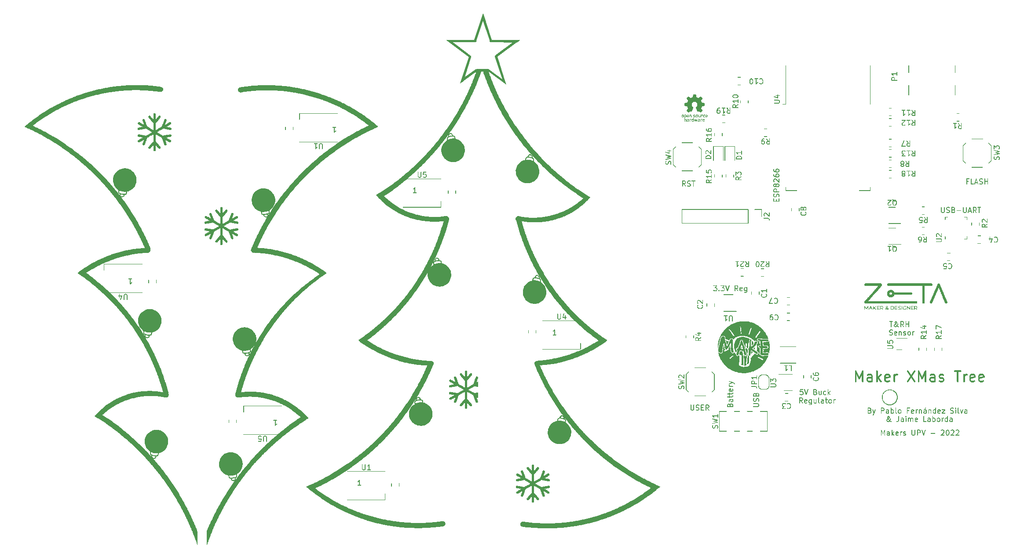
<source format=gto>
%MOIN*%
%OFA0B0*%
%FSLAX36Y36*%
%IPPOS*%
%LPD*%
G36*
X007045471Y001908795D02*
G01*
X007045326Y001909708D01*
X007044906Y001910531D01*
X007044254Y001911185D01*
X007043430Y001911604D01*
X007042518Y001911748D01*
X007041606Y001911604D01*
X007040782Y001911185D01*
X007040129Y001910531D01*
X007039710Y001909708D01*
X007039566Y001908795D01*
X007039710Y001907883D01*
X007040129Y001907060D01*
X007040782Y001906406D01*
X007041606Y001905987D01*
X007042518Y001905843D01*
X007043430Y001905987D01*
X007044254Y001906406D01*
X007044906Y001907060D01*
X007045326Y001907883D01*
X007045471Y001908795D01*
G37*
G36*
X007045471Y001908795D02*
G01*
X007045326Y001909708D01*
X007044906Y001910531D01*
X007044254Y001911185D01*
X007043430Y001911604D01*
X007042518Y001911748D01*
X007033567Y001911044D01*
X007032654Y001910898D01*
X007031831Y001910480D01*
X007031178Y001909826D01*
X007030758Y001909004D01*
X007030614Y001908091D01*
X007030758Y001907177D01*
X007031178Y001906356D01*
X007031831Y001905702D01*
X007032654Y001905283D01*
X007033567Y001905138D01*
X007042518Y001905843D01*
X007043430Y001905987D01*
X007044254Y001906406D01*
X007044906Y001907060D01*
X007045326Y001907883D01*
X007045471Y001908795D01*
G37*
G36*
X007036520Y001908091D02*
G01*
X007036375Y001909004D01*
X007035955Y001909826D01*
X007035302Y001910480D01*
X007034477Y001910898D01*
X007033567Y001911044D01*
X007032654Y001910898D01*
X007023922Y001908802D01*
X007023100Y001908383D01*
X007022446Y001907731D01*
X007022027Y001906907D01*
X007021883Y001905995D01*
X007022027Y001905082D01*
X007022446Y001904259D01*
X007023100Y001903606D01*
X007023922Y001903187D01*
X007024836Y001903042D01*
X007025748Y001903187D01*
X007034477Y001905283D01*
X007035302Y001905702D01*
X007035955Y001906356D01*
X007036375Y001907177D01*
X007036520Y001908091D01*
G37*
G36*
X007027788Y001905995D02*
G01*
X007027644Y001906907D01*
X007027224Y001907731D01*
X007026570Y001908383D01*
X007025748Y001908802D01*
X007024836Y001908947D01*
X007023922Y001908802D01*
X007015627Y001905366D01*
X007014804Y001904946D01*
X007014150Y001904294D01*
X007013731Y001903471D01*
X007013587Y001902558D01*
X007013731Y001901646D01*
X007014150Y001900822D01*
X007014804Y001900170D01*
X007015627Y001899750D01*
X007016540Y001899606D01*
X007017452Y001899750D01*
X007025748Y001903187D01*
X007026570Y001903606D01*
X007027224Y001904259D01*
X007027644Y001905082D01*
X007027788Y001905995D01*
G37*
G36*
X007019493Y001902558D02*
G01*
X007019348Y001903471D01*
X007018929Y001904294D01*
X007018275Y001904946D01*
X007017452Y001905366D01*
X007016540Y001905511D01*
X007015627Y001905366D01*
X007014804Y001904946D01*
X007007148Y001900256D01*
X007006495Y001899602D01*
X007006076Y001898779D01*
X007005931Y001897867D01*
X007006076Y001896954D01*
X007006495Y001896132D01*
X007007148Y001895478D01*
X007007972Y001895059D01*
X007008884Y001894914D01*
X007009796Y001895059D01*
X007010620Y001895478D01*
X007018275Y001900170D01*
X007018929Y001900822D01*
X007019348Y001901646D01*
X007019493Y001902558D01*
G37*
G36*
X007011836Y001897867D02*
G01*
X007011692Y001898779D01*
X007011272Y001899602D01*
X007010620Y001900256D01*
X007009796Y001900676D01*
X007008884Y001900820D01*
X007007972Y001900676D01*
X007007148Y001900256D01*
X007000320Y001894424D01*
X006999667Y001893771D01*
X006999248Y001892948D01*
X006999103Y001892035D01*
X006999248Y001891123D01*
X006999667Y001890300D01*
X007000320Y001889647D01*
X007001143Y001889228D01*
X007002056Y001889083D01*
X007002968Y001889228D01*
X007003790Y001889647D01*
X007010620Y001895478D01*
X007011272Y001896132D01*
X007011692Y001896954D01*
X007011836Y001897867D01*
G37*
G36*
X007005009Y001892035D02*
G01*
X007004862Y001892948D01*
X007004445Y001893771D01*
X007003790Y001894424D01*
X007002968Y001894843D01*
X007002056Y001894988D01*
X007001143Y001894843D01*
X007000320Y001894424D01*
X006999667Y001893771D01*
X006993836Y001886943D01*
X006993415Y001886120D01*
X006993271Y001885207D01*
X006993415Y001884295D01*
X006993836Y001883471D01*
X006994489Y001882819D01*
X006995312Y001882400D01*
X006996224Y001882254D01*
X006997137Y001882400D01*
X006997960Y001882819D01*
X006998613Y001883471D01*
X007004445Y001890300D01*
X007004862Y001891123D01*
X007005009Y001892035D01*
G37*
G36*
X006999177Y001885207D02*
G01*
X006999031Y001886120D01*
X006998613Y001886943D01*
X006997960Y001887596D01*
X006997137Y001888016D01*
X006996224Y001888161D01*
X006995312Y001888016D01*
X006994489Y001887596D01*
X006993836Y001886943D01*
X006989144Y001879287D01*
X006988725Y001878464D01*
X006988580Y001877552D01*
X006988725Y001876639D01*
X006989144Y001875816D01*
X006989797Y001875163D01*
X006990620Y001874744D01*
X006991533Y001874598D01*
X006992445Y001874744D01*
X006993268Y001875163D01*
X006993921Y001875816D01*
X006998613Y001883471D01*
X006999031Y001884295D01*
X006999177Y001885207D01*
G37*
G36*
X006994486Y001877552D02*
G01*
X006994341Y001878464D01*
X006993921Y001879287D01*
X006993268Y001879940D01*
X006992445Y001880359D01*
X006991533Y001880504D01*
X006990620Y001880359D01*
X006989797Y001879940D01*
X006989144Y001879287D01*
X006988725Y001878464D01*
X006985288Y001870169D01*
X006985144Y001869255D01*
X006985288Y001868344D01*
X006985708Y001867520D01*
X006986361Y001866867D01*
X006987184Y001866447D01*
X006988096Y001866303D01*
X006989009Y001866447D01*
X006989832Y001866867D01*
X006990485Y001867520D01*
X006990905Y001868344D01*
X006994341Y001876639D01*
X006994486Y001877552D01*
G37*
G36*
X006991050Y001869255D02*
G01*
X006990905Y001870169D01*
X006990485Y001870991D01*
X006989832Y001871645D01*
X006989009Y001872064D01*
X006988096Y001872209D01*
X006987184Y001872064D01*
X006986361Y001871645D01*
X006985708Y001870991D01*
X006985288Y001870169D01*
X006983192Y001861436D01*
X006983047Y001860525D01*
X006983192Y001859613D01*
X006983612Y001858789D01*
X006984265Y001858136D01*
X006985088Y001857716D01*
X006986001Y001857572D01*
X006986913Y001857716D01*
X006987736Y001858136D01*
X006988389Y001858789D01*
X006988807Y001859613D01*
X006990905Y001868344D01*
X006991050Y001869255D01*
G37*
G36*
X006988953Y001860525D02*
G01*
X006988807Y001861436D01*
X006988389Y001862261D01*
X006987736Y001862913D01*
X006986913Y001863333D01*
X006986001Y001863477D01*
X006985088Y001863333D01*
X006984265Y001862913D01*
X006983612Y001862261D01*
X006983192Y001861436D01*
X006983047Y001860525D01*
X006982343Y001851572D01*
X006982487Y001850661D01*
X006982906Y001849836D01*
X006983560Y001849185D01*
X006984384Y001848765D01*
X006985296Y001848621D01*
X006986208Y001848765D01*
X006987031Y001849185D01*
X006987684Y001849836D01*
X006988104Y001850661D01*
X006988248Y001851572D01*
X006988953Y001860525D01*
G37*
G36*
X006988953Y001842621D02*
G01*
X006988248Y001851572D01*
X006988104Y001852485D01*
X006987684Y001853309D01*
X006987031Y001853962D01*
X006986208Y001854381D01*
X006985296Y001854526D01*
X006984384Y001854381D01*
X006983560Y001853962D01*
X006982906Y001853309D01*
X006982487Y001852485D01*
X006982343Y001851572D01*
X006983047Y001842621D01*
X006983192Y001841709D01*
X006983612Y001840885D01*
X006984265Y001840233D01*
X006985088Y001839814D01*
X006986001Y001839668D01*
X006986913Y001839814D01*
X006987736Y001840233D01*
X006988389Y001840885D01*
X006988807Y001841709D01*
X006988953Y001842621D01*
G37*
G36*
X006991050Y001833890D02*
G01*
X006990905Y001834802D01*
X006988807Y001843534D01*
X006988389Y001844357D01*
X006987736Y001845010D01*
X006986913Y001845430D01*
X006986001Y001845575D01*
X006985088Y001845430D01*
X006984265Y001845010D01*
X006983612Y001844357D01*
X006983192Y001843534D01*
X006983047Y001842621D01*
X006983192Y001841709D01*
X006985288Y001832978D01*
X006985708Y001832155D01*
X006986361Y001831502D01*
X006987184Y001831082D01*
X006988096Y001830938D01*
X006989009Y001831082D01*
X006989832Y001831502D01*
X006990485Y001832155D01*
X006990905Y001832978D01*
X006991050Y001833890D01*
G37*
G36*
X006994486Y001825594D02*
G01*
X006994341Y001826507D01*
X006990905Y001834802D01*
X006990485Y001835626D01*
X006989832Y001836279D01*
X006989009Y001836699D01*
X006988096Y001836844D01*
X006987184Y001836699D01*
X006986361Y001836279D01*
X006985708Y001835626D01*
X006985288Y001834802D01*
X006985144Y001833890D01*
X006985288Y001832978D01*
X006988725Y001824682D01*
X006989144Y001823859D01*
X006989797Y001823206D01*
X006990620Y001822787D01*
X006991533Y001822643D01*
X006992445Y001822787D01*
X006993268Y001823206D01*
X006993921Y001823859D01*
X006994341Y001824682D01*
X006994486Y001825594D01*
G37*
G36*
X006999177Y001817939D02*
G01*
X006999031Y001818851D01*
X006998613Y001819675D01*
X006993921Y001827330D01*
X006993268Y001827983D01*
X006992445Y001828402D01*
X006991533Y001828548D01*
X006990620Y001828402D01*
X006989797Y001827983D01*
X006989144Y001827330D01*
X006988725Y001826507D01*
X006988580Y001825594D01*
X006988725Y001824682D01*
X006989144Y001823859D01*
X006993836Y001816203D01*
X006994489Y001815550D01*
X006995312Y001815130D01*
X006996224Y001814985D01*
X006997137Y001815130D01*
X006997960Y001815550D01*
X006998613Y001816203D01*
X006999031Y001817027D01*
X006999177Y001817939D01*
G37*
G36*
X007005009Y001811111D02*
G01*
X007004862Y001812023D01*
X007004445Y001812847D01*
X006998613Y001819675D01*
X006997960Y001820328D01*
X006997137Y001820747D01*
X006996224Y001820891D01*
X006995312Y001820747D01*
X006994489Y001820328D01*
X006993836Y001819675D01*
X006993415Y001818851D01*
X006993271Y001817939D01*
X006993415Y001817027D01*
X006993836Y001816203D01*
X006999667Y001809375D01*
X007000320Y001808722D01*
X007001143Y001808303D01*
X007002056Y001808158D01*
X007002968Y001808303D01*
X007003790Y001808722D01*
X007004445Y001809375D01*
X007004862Y001810199D01*
X007005009Y001811111D01*
G37*
G36*
X007011836Y001805280D02*
G01*
X007011692Y001806192D01*
X007011272Y001807015D01*
X007010620Y001807668D01*
X007003790Y001813498D01*
X007002968Y001813919D01*
X007002056Y001814063D01*
X007001143Y001813919D01*
X007000320Y001813498D01*
X006999667Y001812847D01*
X006999248Y001812023D01*
X006999103Y001811111D01*
X006999248Y001810199D01*
X006999667Y001809375D01*
X007000320Y001808722D01*
X007007148Y001802890D01*
X007007972Y001802471D01*
X007008884Y001802326D01*
X007009796Y001802471D01*
X007010620Y001802890D01*
X007011272Y001803544D01*
X007011692Y001804367D01*
X007011836Y001805280D01*
G37*
G36*
X007019493Y001800588D02*
G01*
X007019348Y001801500D01*
X007018929Y001802324D01*
X007018275Y001802976D01*
X007010620Y001807668D01*
X007009796Y001808088D01*
X007008884Y001808232D01*
X007007972Y001808088D01*
X007007148Y001807668D01*
X007006495Y001807015D01*
X007006076Y001806192D01*
X007005931Y001805280D01*
X007006076Y001804367D01*
X007006495Y001803544D01*
X007007148Y001802890D01*
X007014804Y001798199D01*
X007015627Y001797780D01*
X007016540Y001797636D01*
X007017452Y001797780D01*
X007018275Y001798199D01*
X007018929Y001798852D01*
X007019348Y001799676D01*
X007019493Y001800588D01*
G37*
G36*
X007027788Y001797152D02*
G01*
X007027644Y001798064D01*
X007027224Y001798887D01*
X007026570Y001799540D01*
X007025748Y001799959D01*
X007017452Y001803396D01*
X007016540Y001803540D01*
X007015627Y001803396D01*
X007014804Y001802976D01*
X007014150Y001802324D01*
X007013731Y001801500D01*
X007013587Y001800588D01*
X007013731Y001799676D01*
X007014150Y001798852D01*
X007014804Y001798199D01*
X007015627Y001797780D01*
X007023922Y001794344D01*
X007024836Y001794199D01*
X007025748Y001794344D01*
X007026570Y001794763D01*
X007027224Y001795416D01*
X007027644Y001796239D01*
X007027788Y001797152D01*
G37*
G36*
X007036520Y001795056D02*
G01*
X007036375Y001795968D01*
X007035955Y001796791D01*
X007035302Y001797444D01*
X007034477Y001797864D01*
X007025748Y001799959D01*
X007024836Y001800104D01*
X007023922Y001799959D01*
X007023100Y001799540D01*
X007022446Y001798887D01*
X007022027Y001798064D01*
X007021883Y001797152D01*
X007022027Y001796239D01*
X007022446Y001795416D01*
X007023100Y001794763D01*
X007023922Y001794344D01*
X007032654Y001792247D01*
X007033567Y001792101D01*
X007034477Y001792247D01*
X007035302Y001792666D01*
X007035955Y001793320D01*
X007036375Y001794143D01*
X007036520Y001795056D01*
G37*
G36*
X007045471Y001794351D02*
G01*
X007045326Y001795264D01*
X007044906Y001796086D01*
X007044254Y001796740D01*
X007043430Y001797158D01*
X007042518Y001797304D01*
X007033567Y001798008D01*
X007032654Y001797864D01*
X007031831Y001797444D01*
X007031178Y001796791D01*
X007030758Y001795968D01*
X007030614Y001795056D01*
X007030758Y001794143D01*
X007031178Y001793320D01*
X007031831Y001792666D01*
X007032654Y001792247D01*
X007033567Y001792101D01*
X007042518Y001791398D01*
X007043430Y001791543D01*
X007044254Y001791962D01*
X007044906Y001792616D01*
X007045326Y001793437D01*
X007045471Y001794351D01*
G37*
G36*
X007054422Y001795056D02*
G01*
X007054278Y001795968D01*
X007053858Y001796791D01*
X007053205Y001797444D01*
X007052382Y001797864D01*
X007051470Y001798008D01*
X007042518Y001797304D01*
X007041606Y001797158D01*
X007040782Y001796740D01*
X007040129Y001796086D01*
X007039710Y001795264D01*
X007039566Y001794351D01*
X007039710Y001793437D01*
X007040129Y001792616D01*
X007040782Y001791962D01*
X007041606Y001791543D01*
X007042518Y001791398D01*
X007051470Y001792101D01*
X007052382Y001792247D01*
X007053205Y001792666D01*
X007053858Y001793320D01*
X007054278Y001794143D01*
X007054422Y001795056D01*
G37*
G36*
X007063153Y001797152D02*
G01*
X007063009Y001798064D01*
X007062589Y001798887D01*
X007061937Y001799540D01*
X007061113Y001799959D01*
X007060201Y001800104D01*
X007059289Y001799959D01*
X007050557Y001797864D01*
X007049734Y001797444D01*
X007049081Y001796791D01*
X007048661Y001795968D01*
X007048515Y001795056D01*
X007048661Y001794143D01*
X007049081Y001793320D01*
X007049734Y001792666D01*
X007050557Y001792247D01*
X007051470Y001792101D01*
X007052382Y001792247D01*
X007061113Y001794344D01*
X007061937Y001794763D01*
X007062589Y001795416D01*
X007063009Y001796239D01*
X007063153Y001797152D01*
G37*
G36*
X007071448Y001800588D02*
G01*
X007071304Y001801500D01*
X007070885Y001802324D01*
X007070231Y001802976D01*
X007069408Y001803396D01*
X007068496Y001803540D01*
X007067584Y001803396D01*
X007059289Y001799959D01*
X007058465Y001799540D01*
X007057812Y001798887D01*
X007057391Y001798064D01*
X007057247Y001797152D01*
X007057391Y001796239D01*
X007057812Y001795416D01*
X007058465Y001794763D01*
X007059289Y001794344D01*
X007060201Y001794199D01*
X007061113Y001794344D01*
X007069408Y001797780D01*
X007070231Y001798199D01*
X007070885Y001798852D01*
X007071304Y001799676D01*
X007071448Y001800588D01*
G37*
G36*
X007079105Y001805280D02*
G01*
X007078961Y001806192D01*
X007078541Y001807015D01*
X007077888Y001807668D01*
X007077063Y001808088D01*
X007076152Y001808232D01*
X007075240Y001808088D01*
X007074417Y001807668D01*
X007066761Y001802976D01*
X007066108Y001802324D01*
X007065689Y001801500D01*
X007065544Y001800588D01*
X007065689Y001799676D01*
X007066108Y001798852D01*
X007066761Y001798199D01*
X007067584Y001797780D01*
X007068496Y001797636D01*
X007069408Y001797780D01*
X007070231Y001798199D01*
X007077888Y001802890D01*
X007078541Y001803544D01*
X007078961Y001804367D01*
X007079105Y001805280D01*
G37*
G36*
X007085933Y001811111D02*
G01*
X007085788Y001812023D01*
X007085368Y001812847D01*
X007084716Y001813498D01*
X007083892Y001813919D01*
X007082980Y001814063D01*
X007082068Y001813919D01*
X007081244Y001813498D01*
X007074417Y001807668D01*
X007073763Y001807015D01*
X007073344Y001806192D01*
X007073200Y001805280D01*
X007073344Y001804367D01*
X007073763Y001803544D01*
X007074417Y001802890D01*
X007075240Y001802471D01*
X007076152Y001802326D01*
X007077063Y001802471D01*
X007077888Y001802890D01*
X007084716Y001808722D01*
X007085368Y001809375D01*
X007085788Y001810199D01*
X007085933Y001811111D01*
G37*
G36*
X007091765Y001817939D02*
G01*
X007091620Y001818851D01*
X007091201Y001819675D01*
X007090547Y001820328D01*
X007089724Y001820747D01*
X007088812Y001820891D01*
X007087899Y001820747D01*
X007087076Y001820328D01*
X007086423Y001819675D01*
X007080591Y001812847D01*
X007080172Y001812023D01*
X007080028Y001811111D01*
X007080172Y001810199D01*
X007080591Y001809375D01*
X007081244Y001808722D01*
X007082068Y001808303D01*
X007082980Y001808158D01*
X007083892Y001808303D01*
X007084716Y001808722D01*
X007085368Y001809375D01*
X007091201Y001816203D01*
X007091620Y001817027D01*
X007091765Y001817939D01*
G37*
G36*
X007096456Y001825594D02*
G01*
X007096312Y001826507D01*
X007095893Y001827330D01*
X007095239Y001827983D01*
X007094415Y001828402D01*
X007093503Y001828548D01*
X007092591Y001828402D01*
X007091768Y001827983D01*
X007091115Y001827330D01*
X007086423Y001819675D01*
X007086003Y001818851D01*
X007085859Y001817939D01*
X007086003Y001817027D01*
X007086423Y001816203D01*
X007087076Y001815550D01*
X007087899Y001815130D01*
X007088812Y001814985D01*
X007089724Y001815130D01*
X007090547Y001815550D01*
X007091201Y001816203D01*
X007095893Y001823859D01*
X007096312Y001824682D01*
X007096456Y001825594D01*
G37*
G36*
X007099893Y001833890D02*
G01*
X007099748Y001834802D01*
X007099329Y001835626D01*
X007098675Y001836279D01*
X007097852Y001836699D01*
X007096939Y001836844D01*
X007096027Y001836699D01*
X007095204Y001836279D01*
X007094551Y001835626D01*
X007094131Y001834802D01*
X007090695Y001826507D01*
X007090551Y001825594D01*
X007090695Y001824682D01*
X007091115Y001823859D01*
X007091768Y001823206D01*
X007092591Y001822787D01*
X007093503Y001822643D01*
X007094415Y001822787D01*
X007095239Y001823206D01*
X007095893Y001823859D01*
X007096312Y001824682D01*
X007099748Y001832978D01*
X007099893Y001833890D01*
G37*
G36*
X007101989Y001842621D02*
G01*
X007101844Y001843534D01*
X007101425Y001844357D01*
X007100771Y001845010D01*
X007099948Y001845430D01*
X007099035Y001845575D01*
X007098124Y001845430D01*
X007097300Y001845010D01*
X007096646Y001844357D01*
X007096227Y001843534D01*
X007094131Y001834802D01*
X007093987Y001833890D01*
X007094131Y001832978D01*
X007094551Y001832155D01*
X007095204Y001831502D01*
X007096027Y001831082D01*
X007096939Y001830938D01*
X007097852Y001831082D01*
X007098675Y001831502D01*
X007099329Y001832155D01*
X007099748Y001832978D01*
X007101844Y001841709D01*
X007101989Y001842621D01*
G37*
G36*
X007102693Y001851572D02*
G01*
X007102548Y001852485D01*
X007102129Y001853309D01*
X007101476Y001853962D01*
X007100653Y001854381D01*
X007099741Y001854526D01*
X007098826Y001854381D01*
X007098005Y001853962D01*
X007097351Y001853309D01*
X007096932Y001852485D01*
X007096786Y001851572D01*
X007096083Y001842621D01*
X007096227Y001841709D01*
X007096646Y001840885D01*
X007097300Y001840233D01*
X007098124Y001839814D01*
X007099035Y001839668D01*
X007099948Y001839814D01*
X007100771Y001840233D01*
X007101425Y001840885D01*
X007101844Y001841709D01*
X007101989Y001842621D01*
X007102693Y001851572D01*
G37*
G36*
X007102693Y001851572D02*
G01*
X007101989Y001860525D01*
X007101844Y001861436D01*
X007101425Y001862261D01*
X007100771Y001862913D01*
X007099948Y001863333D01*
X007099035Y001863477D01*
X007098124Y001863333D01*
X007097300Y001862913D01*
X007096646Y001862261D01*
X007096227Y001861436D01*
X007096083Y001860525D01*
X007096786Y001851572D01*
X007096932Y001850661D01*
X007097351Y001849836D01*
X007098005Y001849185D01*
X007098826Y001848765D01*
X007099741Y001848621D01*
X007100653Y001848765D01*
X007101476Y001849185D01*
X007102129Y001849836D01*
X007102548Y001850661D01*
X007102693Y001851572D01*
G37*
G36*
X007101989Y001860525D02*
G01*
X007101844Y001861436D01*
X007099748Y001870169D01*
X007099329Y001870991D01*
X007098675Y001871645D01*
X007097852Y001872064D01*
X007096939Y001872209D01*
X007096027Y001872064D01*
X007095204Y001871645D01*
X007094551Y001870991D01*
X007094131Y001870169D01*
X007093987Y001869255D01*
X007094131Y001868344D01*
X007096227Y001859613D01*
X007096646Y001858789D01*
X007097300Y001858136D01*
X007098124Y001857716D01*
X007099035Y001857572D01*
X007099948Y001857716D01*
X007100771Y001858136D01*
X007101425Y001858789D01*
X007101844Y001859613D01*
X007101989Y001860525D01*
G37*
G36*
X007099893Y001869255D02*
G01*
X007099748Y001870169D01*
X007096312Y001878464D01*
X007095893Y001879287D01*
X007095239Y001879940D01*
X007094415Y001880359D01*
X007093503Y001880504D01*
X007092591Y001880359D01*
X007091768Y001879940D01*
X007091115Y001879287D01*
X007090695Y001878464D01*
X007090551Y001877552D01*
X007090695Y001876639D01*
X007094131Y001868344D01*
X007094551Y001867520D01*
X007095204Y001866867D01*
X007096027Y001866447D01*
X007096939Y001866303D01*
X007097852Y001866447D01*
X007098675Y001866867D01*
X007099329Y001867520D01*
X007099748Y001868344D01*
X007099893Y001869255D01*
G37*
G36*
X007096456Y001877552D02*
G01*
X007096312Y001878464D01*
X007095893Y001879287D01*
X007091201Y001886943D01*
X007090547Y001887596D01*
X007089724Y001888016D01*
X007088812Y001888161D01*
X007087899Y001888016D01*
X007087076Y001887596D01*
X007086423Y001886943D01*
X007086003Y001886120D01*
X007085859Y001885207D01*
X007086003Y001884295D01*
X007086423Y001883471D01*
X007091115Y001875816D01*
X007091768Y001875163D01*
X007092591Y001874744D01*
X007093503Y001874598D01*
X007094415Y001874744D01*
X007095239Y001875163D01*
X007095893Y001875816D01*
X007096312Y001876639D01*
X007096456Y001877552D01*
G37*
G36*
X007091765Y001885207D02*
G01*
X007091620Y001886120D01*
X007091201Y001886943D01*
X007085368Y001893771D01*
X007084716Y001894424D01*
X007083892Y001894843D01*
X007082980Y001894988D01*
X007082068Y001894843D01*
X007081244Y001894424D01*
X007080591Y001893771D01*
X007080172Y001892948D01*
X007080028Y001892035D01*
X007080172Y001891123D01*
X007080591Y001890300D01*
X007086423Y001883471D01*
X007087076Y001882819D01*
X007087899Y001882400D01*
X007088812Y001882254D01*
X007089724Y001882400D01*
X007090547Y001882819D01*
X007091201Y001883471D01*
X007091620Y001884295D01*
X007091765Y001885207D01*
G37*
G36*
X007085933Y001892035D02*
G01*
X007085788Y001892948D01*
X007085368Y001893771D01*
X007084716Y001894424D01*
X007077888Y001900256D01*
X007077063Y001900676D01*
X007076152Y001900820D01*
X007075240Y001900676D01*
X007074417Y001900256D01*
X007073763Y001899602D01*
X007073344Y001898779D01*
X007073200Y001897867D01*
X007073344Y001896954D01*
X007073763Y001896132D01*
X007074417Y001895478D01*
X007081244Y001889647D01*
X007082068Y001889228D01*
X007082980Y001889083D01*
X007083892Y001889228D01*
X007084716Y001889647D01*
X007085368Y001890300D01*
X007085788Y001891123D01*
X007085933Y001892035D01*
G37*
G36*
X007079105Y001897867D02*
G01*
X007078961Y001898779D01*
X007078541Y001899602D01*
X007077888Y001900256D01*
X007070231Y001904946D01*
X007069408Y001905366D01*
X007068496Y001905511D01*
X007067584Y001905366D01*
X007066761Y001904946D01*
X007066108Y001904294D01*
X007065689Y001903471D01*
X007065544Y001902558D01*
X007065689Y001901646D01*
X007066108Y001900822D01*
X007066761Y001900170D01*
X007074417Y001895478D01*
X007075240Y001895059D01*
X007076152Y001894914D01*
X007077063Y001895059D01*
X007077888Y001895478D01*
X007078541Y001896132D01*
X007078961Y001896954D01*
X007079105Y001897867D01*
G37*
G36*
X007071448Y001902558D02*
G01*
X007071304Y001903471D01*
X007070885Y001904294D01*
X007070231Y001904946D01*
X007069408Y001905366D01*
X007061113Y001908802D01*
X007060201Y001908947D01*
X007059289Y001908802D01*
X007058465Y001908383D01*
X007057812Y001907731D01*
X007057391Y001906907D01*
X007057247Y001905995D01*
X007057391Y001905082D01*
X007057812Y001904259D01*
X007058465Y001903606D01*
X007059289Y001903187D01*
X007067584Y001899750D01*
X007068496Y001899606D01*
X007069408Y001899750D01*
X007070231Y001900170D01*
X007070885Y001900822D01*
X007071304Y001901646D01*
X007071448Y001902558D01*
G37*
G36*
X007063153Y001905995D02*
G01*
X007063009Y001906907D01*
X007062589Y001907731D01*
X007061937Y001908383D01*
X007061113Y001908802D01*
X007052382Y001910898D01*
X007051470Y001911044D01*
X007050557Y001910898D01*
X007049734Y001910480D01*
X007049081Y001909826D01*
X007048661Y001909004D01*
X007048515Y001908091D01*
X007048661Y001907177D01*
X007049081Y001906356D01*
X007049734Y001905702D01*
X007050557Y001905283D01*
X007059289Y001903187D01*
X007060201Y001903042D01*
X007061113Y001903187D01*
X007061937Y001903606D01*
X007062589Y001904259D01*
X007063009Y001905082D01*
X007063153Y001905995D01*
G37*
G36*
X007054422Y001908091D02*
G01*
X007054278Y001909004D01*
X007053858Y001909826D01*
X007053205Y001910480D01*
X007052382Y001910898D01*
X007051470Y001911044D01*
X007042518Y001911748D01*
X007041606Y001911604D01*
X007040782Y001911185D01*
X007040129Y001910531D01*
X007039710Y001909708D01*
X007039566Y001908795D01*
X007039710Y001907883D01*
X007040129Y001907060D01*
X007040782Y001906406D01*
X007041606Y001905987D01*
X007042518Y001905843D01*
X007051470Y001905138D01*
X007052382Y001905283D01*
X007053205Y001905702D01*
X007053858Y001906356D01*
X007054278Y001907177D01*
X007054422Y001908091D01*
G37*
G36*
X007066412Y002426480D02*
G01*
X007066268Y002427392D01*
X007065848Y002428215D01*
X007065194Y002428868D01*
X007064372Y002429288D01*
X007063460Y002429432D01*
X007040962Y002429432D01*
X007040050Y002429288D01*
X007039226Y002428868D01*
X007038573Y002428215D01*
X007038154Y002427392D01*
X007038009Y002426480D01*
X007038154Y002425567D01*
X007038573Y002424744D01*
X007039226Y002424091D01*
X007040050Y002423671D01*
X007040962Y002423527D01*
X007063460Y002423527D01*
X007064372Y002423671D01*
X007065194Y002424091D01*
X007065848Y002424744D01*
X007066268Y002425567D01*
X007066412Y002426480D01*
G37*
G36*
X007055163Y002426480D02*
G01*
X007055019Y002427392D01*
X007054599Y002428215D01*
X007053947Y002428868D01*
X007053123Y002429288D01*
X007052211Y002429432D01*
X007051298Y002429288D01*
X007050475Y002428868D01*
X007049822Y002428215D01*
X007049403Y002427392D01*
X007049258Y002426480D01*
X007049258Y002387109D01*
X007049403Y002386197D01*
X007049822Y002385374D01*
X007050475Y002384720D01*
X007051298Y002384301D01*
X007052211Y002384156D01*
X007053123Y002384301D01*
X007053947Y002384720D01*
X007054599Y002385374D01*
X007055019Y002386197D01*
X007055163Y002387109D01*
X007055163Y002426480D01*
G37*
G36*
X007111407Y002387109D02*
G01*
X007111262Y002388022D01*
X007110843Y002388845D01*
X007110189Y002389498D01*
X007109364Y002389918D01*
X007108454Y002390062D01*
X007106579Y002390062D01*
X007105667Y002389918D01*
X007104843Y002389498D01*
X007104189Y002388845D01*
X007103770Y002388022D01*
X007103626Y002387109D01*
X007103770Y002386197D01*
X007104189Y002385374D01*
X007104843Y002384720D01*
X007105667Y002384301D01*
X007106579Y002384156D01*
X007108454Y002384156D01*
X007109364Y002384301D01*
X007110189Y002384720D01*
X007110843Y002385374D01*
X007111262Y002386197D01*
X007111407Y002387109D01*
G37*
G36*
X007109531Y002387109D02*
G01*
X007109387Y002388022D01*
X007108968Y002388845D01*
X007108315Y002389498D01*
X007107491Y002389918D01*
X007103742Y002391792D01*
X007102830Y002391937D01*
X007101916Y002391792D01*
X007101094Y002391373D01*
X007100440Y002390720D01*
X007100021Y002389896D01*
X007099876Y002388984D01*
X007100021Y002388072D01*
X007100440Y002387248D01*
X007101094Y002386596D01*
X007101916Y002386176D01*
X007105667Y002384301D01*
X007106579Y002384156D01*
X007107491Y002384301D01*
X007108315Y002384720D01*
X007108968Y002385374D01*
X007109387Y002386197D01*
X007109531Y002387109D01*
G37*
G36*
X007105782Y002388984D02*
G01*
X007105638Y002389896D01*
X007105218Y002390720D01*
X007104565Y002391373D01*
X007098941Y002396998D01*
X007098118Y002397416D01*
X007097205Y002397561D01*
X007096293Y002397416D01*
X007095470Y002396998D01*
X007094816Y002396344D01*
X007094396Y002395521D01*
X007094252Y002394608D01*
X007094396Y002393696D01*
X007094816Y002392872D01*
X007095470Y002392220D01*
X007100440Y002387249D01*
X007100440Y002387248D01*
X007101094Y002386596D01*
X007101916Y002386176D01*
X007102830Y002386032D01*
X007103742Y002386176D01*
X007104565Y002386596D01*
X007105218Y002387248D01*
X007105638Y002388072D01*
X007105782Y002388984D01*
G37*
G36*
X007100158Y002394608D02*
G01*
X007100013Y002395521D01*
X007099593Y002396344D01*
X007090220Y002407593D01*
X007089566Y002408245D01*
X007088744Y002408665D01*
X007087832Y002408810D01*
X007086917Y002408665D01*
X007086096Y002408245D01*
X007085442Y002407593D01*
X007085022Y002406769D01*
X007084877Y002405857D01*
X007085022Y002404945D01*
X007085442Y002404121D01*
X007094816Y002392872D01*
X007095470Y002392220D01*
X007096293Y002391800D01*
X007097205Y002391656D01*
X007098118Y002391800D01*
X007098941Y002392220D01*
X007099593Y002392872D01*
X007100013Y002393696D01*
X007100158Y002394608D01*
G37*
G36*
X007090784Y002405857D02*
G01*
X007090639Y002406769D01*
X007090220Y002407593D01*
X007086471Y002413217D01*
X007085817Y002413871D01*
X007084995Y002414289D01*
X007084081Y002414434D01*
X007083169Y002414289D01*
X007082346Y002413871D01*
X007081693Y002413217D01*
X007081273Y002412394D01*
X007081129Y002411482D01*
X007081273Y002410569D01*
X007081693Y002409746D01*
X007085442Y002404121D01*
X007086096Y002403468D01*
X007086917Y002403049D01*
X007087832Y002402904D01*
X007088744Y002403049D01*
X007089566Y002403468D01*
X007090220Y002404121D01*
X007090639Y002404945D01*
X007090784Y002405857D01*
G37*
G36*
X007087035Y002411482D02*
G01*
X007086890Y002412394D01*
X007085015Y002418018D01*
X007084596Y002418841D01*
X007083942Y002419494D01*
X007083120Y002419914D01*
X007082207Y002420058D01*
X007081294Y002419914D01*
X007080471Y002419494D01*
X007079818Y002418841D01*
X007079398Y002418018D01*
X007079254Y002417106D01*
X007079398Y002416193D01*
X007081273Y002410569D01*
X007081693Y002409746D01*
X007082346Y002409092D01*
X007083169Y002408673D01*
X007084081Y002408529D01*
X007084995Y002408673D01*
X007085817Y002409092D01*
X007086471Y002409746D01*
X007086890Y002410569D01*
X007087035Y002411482D01*
G37*
G36*
X007085158Y002420856D02*
G01*
X007085015Y002421767D01*
X007084596Y002422591D01*
X007083942Y002423244D01*
X007083120Y002423664D01*
X007082207Y002423808D01*
X007081294Y002423664D01*
X007080471Y002423244D01*
X007079818Y002422591D01*
X007079398Y002421767D01*
X007079254Y002420856D01*
X007079254Y002417106D01*
X007079398Y002416193D01*
X007079818Y002415370D01*
X007080471Y002414717D01*
X007081294Y002414298D01*
X007082207Y002414152D01*
X007083120Y002414298D01*
X007083942Y002414717D01*
X007084596Y002415370D01*
X007085015Y002416193D01*
X007085158Y002417106D01*
X007085158Y002420856D01*
G37*
G36*
X007087035Y002424605D02*
G01*
X007086890Y002425517D01*
X007086471Y002426340D01*
X007085817Y002426994D01*
X007084995Y002427413D01*
X007084081Y002427558D01*
X007083169Y002427413D01*
X007082346Y002426994D01*
X007081693Y002426340D01*
X007081273Y002425517D01*
X007079398Y002421767D01*
X007079254Y002420856D01*
X007079398Y002419943D01*
X007079818Y002419119D01*
X007080471Y002418466D01*
X007081294Y002418047D01*
X007082207Y002417903D01*
X007083120Y002418047D01*
X007083942Y002418466D01*
X007084596Y002419119D01*
X007085015Y002419943D01*
X007086890Y002423692D01*
X007087035Y002424605D01*
G37*
G36*
X007090784Y002426480D02*
G01*
X007090639Y002427392D01*
X007090220Y002428215D01*
X007089566Y002428868D01*
X007088744Y002429288D01*
X007087832Y002429432D01*
X007086917Y002429288D01*
X007083169Y002427413D01*
X007082346Y002426994D01*
X007081693Y002426340D01*
X007081273Y002425517D01*
X007081129Y002424605D01*
X007081273Y002423692D01*
X007081693Y002422869D01*
X007082346Y002422216D01*
X007083169Y002421797D01*
X007084081Y002421652D01*
X007084995Y002421797D01*
X007088744Y002423671D01*
X007089566Y002424091D01*
X007090220Y002424744D01*
X007090639Y002425567D01*
X007090784Y002426480D01*
G37*
G36*
X007092659Y002426480D02*
G01*
X007092515Y002427392D01*
X007092093Y002428215D01*
X007091442Y002428868D01*
X007090618Y002429288D01*
X007089706Y002429432D01*
X007087832Y002429432D01*
X007086917Y002429288D01*
X007086096Y002428868D01*
X007085442Y002428215D01*
X007085022Y002427392D01*
X007084877Y002426480D01*
X007085022Y002425567D01*
X007085442Y002424744D01*
X007086096Y002424091D01*
X007086917Y002423671D01*
X007087832Y002423527D01*
X007089706Y002423527D01*
X007090618Y002423671D01*
X007091442Y002424091D01*
X007092093Y002424744D01*
X007092515Y002425567D01*
X007092659Y002426480D01*
G37*
G36*
X007096407Y002424605D02*
G01*
X007096264Y002425517D01*
X007095844Y002426340D01*
X007095190Y002426994D01*
X007094367Y002427413D01*
X007090618Y002429288D01*
X007089706Y002429432D01*
X007088793Y002429288D01*
X007087970Y002428868D01*
X007087317Y002428215D01*
X007086898Y002427392D01*
X007086753Y002426480D01*
X007086898Y002425567D01*
X007087317Y002424744D01*
X007087970Y002424091D01*
X007088793Y002423671D01*
X007092542Y002421797D01*
X007093454Y002421652D01*
X007094367Y002421797D01*
X007095190Y002422216D01*
X007095844Y002422869D01*
X007096264Y002423692D01*
X007096407Y002424605D01*
G37*
G36*
X007098282Y002420856D02*
G01*
X007098138Y002421767D01*
X007096264Y002425517D01*
X007095844Y002426340D01*
X007095190Y002426994D01*
X007094367Y002427413D01*
X007093454Y002427558D01*
X007092542Y002427413D01*
X007091720Y002426994D01*
X007091067Y002426340D01*
X007090647Y002425517D01*
X007090503Y002424605D01*
X007090647Y002423692D01*
X007092522Y002419943D01*
X007092942Y002419119D01*
X007093594Y002418466D01*
X007094418Y002418047D01*
X007095330Y002417903D01*
X007096242Y002418047D01*
X007097066Y002418466D01*
X007097719Y002419119D01*
X007098138Y002419943D01*
X007098282Y002420856D01*
G37*
G36*
X007098282Y002420856D02*
G01*
X007098138Y002421767D01*
X007097719Y002422591D01*
X007097066Y002423244D01*
X007096242Y002423664D01*
X007095330Y002423808D01*
X007094418Y002423664D01*
X007093594Y002423244D01*
X007092942Y002422591D01*
X007092522Y002421767D01*
X007092378Y002420856D01*
X007092378Y002418980D01*
X007092522Y002418068D01*
X007092942Y002417245D01*
X007093594Y002416591D01*
X007094418Y002416172D01*
X007095330Y002416028D01*
X007096242Y002416172D01*
X007097066Y002416591D01*
X007097719Y002417245D01*
X007098138Y002418068D01*
X007098282Y002418980D01*
X007098282Y002420856D01*
G37*
G36*
X007098282Y002418980D02*
G01*
X007098138Y002419893D01*
X007097719Y002420716D01*
X007097066Y002421369D01*
X007096242Y002421789D01*
X007095330Y002421933D01*
X007094418Y002421789D01*
X007093594Y002421369D01*
X007092942Y002420716D01*
X007092522Y002419893D01*
X007090647Y002416144D01*
X007090503Y002415231D01*
X007090647Y002414318D01*
X007091067Y002413496D01*
X007091720Y002412842D01*
X007092542Y002412423D01*
X007093454Y002412278D01*
X007094367Y002412423D01*
X007095190Y002412842D01*
X007095844Y002413496D01*
X007096264Y002414318D01*
X007098138Y002418068D01*
X007098282Y002418980D01*
G37*
G36*
X007096407Y002415231D02*
G01*
X007096264Y002416144D01*
X007095844Y002416966D01*
X007095190Y002417620D01*
X007094367Y002418039D01*
X007093454Y002418184D01*
X007092542Y002418039D01*
X007091720Y002417620D01*
X007089845Y002415745D01*
X007089191Y002415091D01*
X007088773Y002414269D01*
X007088628Y002413356D01*
X007088773Y002412443D01*
X007089191Y002411621D01*
X007089845Y002410967D01*
X007090669Y002410548D01*
X007091581Y002410403D01*
X007092493Y002410548D01*
X007093317Y002410967D01*
X007095190Y002412842D01*
X007095844Y002413496D01*
X007096264Y002414318D01*
X007096407Y002415231D01*
G37*
G36*
X007094533Y002413356D02*
G01*
X007094389Y002414269D01*
X007093969Y002415091D01*
X007093317Y002415745D01*
X007092493Y002416164D01*
X007091581Y002416309D01*
X007090669Y002416164D01*
X007089845Y002415745D01*
X007078596Y002408245D01*
X007077943Y002407593D01*
X007077524Y002406769D01*
X007077380Y002405857D01*
X007077524Y002404945D01*
X007077943Y002404121D01*
X007078596Y002403468D01*
X007079420Y002403049D01*
X007080332Y002402904D01*
X007081244Y002403049D01*
X007082068Y002403468D01*
X007093317Y002410967D01*
X007093969Y002411621D01*
X007094389Y002412443D01*
X007094533Y002413356D01*
G37*
G36*
X007083284Y002405857D02*
G01*
X007083140Y002406769D01*
X007082721Y002407593D01*
X007082068Y002408245D01*
X007081244Y002408665D01*
X007080332Y002408810D01*
X007079420Y002408665D01*
X007078596Y002408245D01*
X007077943Y002407593D01*
X007076068Y002405718D01*
X007075649Y002404895D01*
X007075504Y002403982D01*
X007075649Y002403069D01*
X007076068Y002402247D01*
X007076722Y002401593D01*
X007077544Y002401174D01*
X007078457Y002401030D01*
X007079370Y002401174D01*
X007080193Y002401593D01*
X007082721Y002404121D01*
X007083140Y002404945D01*
X007083284Y002405857D01*
G37*
G36*
X007081410Y002403982D02*
G01*
X007081265Y002404895D01*
X007080846Y002405718D01*
X007080193Y002406371D01*
X007079370Y002406790D01*
X007078457Y002406935D01*
X007077544Y002406790D01*
X007076722Y002406371D01*
X007076068Y002405718D01*
X007075649Y002404895D01*
X007073774Y002401145D01*
X007073629Y002400233D01*
X007073774Y002399321D01*
X007074194Y002398497D01*
X007074847Y002397844D01*
X007075670Y002397425D01*
X007076583Y002397280D01*
X007077495Y002397425D01*
X007078319Y002397844D01*
X007078971Y002398497D01*
X007079391Y002399321D01*
X007081265Y002403069D01*
X007081410Y002403982D01*
G37*
G36*
X007079535Y002400233D02*
G01*
X007079391Y002401145D01*
X007078971Y002401968D01*
X007078319Y002402622D01*
X007077495Y002403041D01*
X007076583Y002403186D01*
X007075670Y002403041D01*
X007074847Y002402622D01*
X007074194Y002401968D01*
X007073774Y002401145D01*
X007073629Y002400233D01*
X007073629Y002394608D01*
X007073774Y002393696D01*
X007074194Y002392872D01*
X007074847Y002392220D01*
X007075670Y002391800D01*
X007076583Y002391656D01*
X007077495Y002391800D01*
X007078319Y002392220D01*
X007078971Y002392872D01*
X007079391Y002393696D01*
X007079535Y002394608D01*
X007079535Y002400233D01*
G37*
G36*
X007081410Y002390859D02*
G01*
X007081265Y002391771D01*
X007079391Y002395521D01*
X007078971Y002396344D01*
X007078319Y002396998D01*
X007077495Y002397416D01*
X007076583Y002397561D01*
X007075670Y002397416D01*
X007074847Y002396998D01*
X007074194Y002396344D01*
X007073774Y002395521D01*
X007073629Y002394608D01*
X007073774Y002393696D01*
X007075649Y002389947D01*
X007076068Y002389123D01*
X007076722Y002388471D01*
X007077544Y002388050D01*
X007078457Y002387906D01*
X007079370Y002388050D01*
X007080193Y002388471D01*
X007080846Y002389123D01*
X007081265Y002389947D01*
X007081410Y002390859D01*
G37*
G36*
X007083284Y002388984D02*
G01*
X007083140Y002389896D01*
X007082721Y002390720D01*
X007082068Y002391373D01*
X007080846Y002392594D01*
X007080846Y002392595D01*
X007080193Y002393248D01*
X007079370Y002393667D01*
X007078457Y002393811D01*
X007077544Y002393667D01*
X007076722Y002393248D01*
X007076068Y002392595D01*
X007075649Y002391771D01*
X007075504Y002390859D01*
X007075649Y002389947D01*
X007076068Y002389123D01*
X007077942Y002387249D01*
X007077943Y002387248D01*
X007078596Y002386596D01*
X007079420Y002386176D01*
X007080332Y002386032D01*
X007081244Y002386176D01*
X007082068Y002386596D01*
X007082721Y002387248D01*
X007083140Y002388072D01*
X007083284Y002388984D01*
G37*
G36*
X007087035Y002387109D02*
G01*
X007086890Y002388022D01*
X007086471Y002388845D01*
X007085817Y002389498D01*
X007084995Y002389918D01*
X007081244Y002391792D01*
X007080332Y002391937D01*
X007079420Y002391792D01*
X007078596Y002391373D01*
X007077943Y002390720D01*
X007077524Y002389896D01*
X007077380Y002388984D01*
X007077524Y002388072D01*
X007077943Y002387248D01*
X007078596Y002386596D01*
X007079420Y002386176D01*
X007083169Y002384301D01*
X007084081Y002384156D01*
X007084995Y002384301D01*
X007085817Y002384720D01*
X007086471Y002385374D01*
X007086890Y002386197D01*
X007087035Y002387109D01*
G37*
G36*
X007092659Y002387109D02*
G01*
X007092515Y002388022D01*
X007092093Y002388845D01*
X007091442Y002389498D01*
X007090618Y002389918D01*
X007089706Y002390062D01*
X007084081Y002390062D01*
X007083169Y002389918D01*
X007082346Y002389498D01*
X007081693Y002388845D01*
X007081273Y002388022D01*
X007081129Y002387109D01*
X007081273Y002386197D01*
X007081693Y002385374D01*
X007082346Y002384720D01*
X007083169Y002384301D01*
X007084081Y002384156D01*
X007089706Y002384156D01*
X007090618Y002384301D01*
X007091442Y002384720D01*
X007092093Y002385374D01*
X007092515Y002386197D01*
X007092659Y002387109D01*
G37*
G36*
X007096407Y002388984D02*
G01*
X007096264Y002389896D01*
X007095844Y002390720D01*
X007095190Y002391373D01*
X007094367Y002391792D01*
X007093454Y002391937D01*
X007092542Y002391792D01*
X007088793Y002389918D01*
X007087970Y002389498D01*
X007087317Y002388845D01*
X007086898Y002388022D01*
X007086753Y002387109D01*
X007086898Y002386197D01*
X007087317Y002385374D01*
X007087970Y002384720D01*
X007088793Y002384301D01*
X007089706Y002384156D01*
X007090618Y002384301D01*
X007090650Y002384317D01*
X007094367Y002386176D01*
X007095190Y002386596D01*
X007095844Y002387248D01*
X007096264Y002388072D01*
X007096407Y002388984D01*
G37*
G36*
X007098282Y002390859D02*
G01*
X007098138Y002391771D01*
X007097719Y002392595D01*
X007097066Y002393248D01*
X007096242Y002393667D01*
X007095330Y002393811D01*
X007094418Y002393667D01*
X007093594Y002393248D01*
X007091067Y002390720D01*
X007090647Y002389896D01*
X007090503Y002388984D01*
X007090647Y002388072D01*
X007091067Y002387248D01*
X007091720Y002386596D01*
X007092542Y002386176D01*
X007093454Y002386032D01*
X007094367Y002386176D01*
X007095190Y002386596D01*
X007097719Y002389123D01*
X007098138Y002389947D01*
X007098282Y002390859D01*
G37*
G36*
X007103907Y002398358D02*
G01*
X007103763Y002399270D01*
X007103343Y002400093D01*
X007102690Y002400746D01*
X007101867Y002401167D01*
X007100955Y002401311D01*
X007100042Y002401167D01*
X007099219Y002400746D01*
X007098565Y002400093D01*
X007092942Y002392595D01*
X007092522Y002391771D01*
X007092378Y002390859D01*
X007092522Y002389947D01*
X007092942Y002389123D01*
X007093594Y002388471D01*
X007094418Y002388050D01*
X007095330Y002387906D01*
X007096242Y002388050D01*
X007097066Y002388471D01*
X007097719Y002389123D01*
X007103343Y002396622D01*
X007103763Y002397445D01*
X007103907Y002398358D01*
G37*
G36*
X007105782Y002403982D02*
G01*
X007105638Y002404895D01*
X007105218Y002405718D01*
X007104565Y002406371D01*
X007103742Y002406790D01*
X007102830Y002406935D01*
X007101916Y002406790D01*
X007101094Y002406371D01*
X007100440Y002405718D01*
X007100021Y002404895D01*
X007098147Y002399270D01*
X007098002Y002398358D01*
X007098147Y002397445D01*
X007098565Y002396622D01*
X007099219Y002395969D01*
X007100042Y002395550D01*
X007100955Y002395405D01*
X007101867Y002395550D01*
X007102690Y002395969D01*
X007103343Y002396622D01*
X007103763Y002397445D01*
X007105638Y002403069D01*
X007105782Y002403982D01*
G37*
G36*
X007105782Y002407731D02*
G01*
X007105638Y002408644D01*
X007105218Y002409468D01*
X007104565Y002410121D01*
X007103742Y002410540D01*
X007102830Y002410684D01*
X007101916Y002410540D01*
X007101094Y002410121D01*
X007100440Y002409468D01*
X007100021Y002408644D01*
X007099876Y002407731D01*
X007099876Y002403982D01*
X007100021Y002403069D01*
X007100440Y002402247D01*
X007101094Y002401593D01*
X007101916Y002401174D01*
X007102830Y002401030D01*
X007103742Y002401174D01*
X007104565Y002401593D01*
X007105218Y002402247D01*
X007105638Y002403069D01*
X007105782Y002403982D01*
X007105782Y002407731D01*
G37*
G36*
X007150777Y002387109D02*
G01*
X007150632Y002388022D01*
X007150213Y002388845D01*
X007137088Y002407593D01*
X007136436Y002408245D01*
X007135613Y002408665D01*
X007134700Y002408810D01*
X007133788Y002408665D01*
X007132965Y002408245D01*
X007132312Y002407593D01*
X007131892Y002406769D01*
X007131748Y002405857D01*
X007131892Y002404945D01*
X007132312Y002404121D01*
X007145435Y002385374D01*
X007146088Y002384720D01*
X007146911Y002384301D01*
X007147824Y002384156D01*
X007148735Y002384301D01*
X007149559Y002384720D01*
X007150213Y002385374D01*
X007150632Y002386197D01*
X007150777Y002387109D01*
G37*
G36*
X007128279Y002426480D02*
G01*
X007128134Y002427392D01*
X007127715Y002428215D01*
X007127062Y002428868D01*
X007126239Y002429288D01*
X007125325Y002429432D01*
X007124414Y002429288D01*
X007123591Y002428868D01*
X007122938Y002428215D01*
X007122519Y002427392D01*
X007122374Y002426480D01*
X007122374Y002387109D01*
X007122519Y002386197D01*
X007122938Y002385374D01*
X007123591Y002384720D01*
X007124414Y002384301D01*
X007125325Y002384156D01*
X007126239Y002384301D01*
X007127062Y002384720D01*
X007127715Y002385374D01*
X007128134Y002386197D01*
X007128279Y002387109D01*
X007128279Y002426480D01*
G37*
G36*
X007143277Y002426480D02*
G01*
X007143133Y002427392D01*
X007142713Y002428215D01*
X007142060Y002428868D01*
X007141237Y002429288D01*
X007140325Y002429432D01*
X007125325Y002429432D01*
X007124414Y002429288D01*
X007123591Y002428868D01*
X007122938Y002428215D01*
X007122519Y002427392D01*
X007122374Y002426480D01*
X007122519Y002425567D01*
X007122938Y002424744D01*
X007123591Y002424091D01*
X007124414Y002423671D01*
X007125325Y002423527D01*
X007140325Y002423527D01*
X007141237Y002423671D01*
X007142060Y002424091D01*
X007142713Y002424744D01*
X007143133Y002425567D01*
X007143277Y002426480D01*
G37*
G36*
X007147027Y002424605D02*
G01*
X007146882Y002425517D01*
X007146462Y002426340D01*
X007145810Y002426994D01*
X007144986Y002427413D01*
X007141237Y002429288D01*
X007140325Y002429432D01*
X007139412Y002429288D01*
X007138589Y002428868D01*
X007137935Y002428215D01*
X007137517Y002427392D01*
X007137372Y002426480D01*
X007137517Y002425567D01*
X007137935Y002424744D01*
X007138589Y002424091D01*
X007139412Y002423671D01*
X007143162Y002421797D01*
X007144074Y002421652D01*
X007144986Y002421797D01*
X007145810Y002422216D01*
X007146462Y002422869D01*
X007146882Y002423692D01*
X007147027Y002424605D01*
G37*
G36*
X007148902Y002422730D02*
G01*
X007148757Y002423642D01*
X007148337Y002424466D01*
X007145810Y002426994D01*
X007144986Y002427413D01*
X007144074Y002427558D01*
X007143162Y002427413D01*
X007142338Y002426994D01*
X007141685Y002426340D01*
X007141266Y002425517D01*
X007141122Y002424605D01*
X007141266Y002423692D01*
X007141685Y002422869D01*
X007144213Y002420341D01*
X007145037Y002419921D01*
X007145949Y002419778D01*
X007146861Y002419921D01*
X007147685Y002420341D01*
X007148337Y002420994D01*
X007148757Y002421818D01*
X007148902Y002422730D01*
G37*
G36*
X007150777Y002418980D02*
G01*
X007150632Y002419893D01*
X007148757Y002423642D01*
X007148337Y002424466D01*
X007147685Y002425119D01*
X007146861Y002425538D01*
X007145949Y002425683D01*
X007145037Y002425538D01*
X007144213Y002425119D01*
X007143559Y002424466D01*
X007143140Y002423642D01*
X007142996Y002422730D01*
X007143140Y002421818D01*
X007145015Y002418068D01*
X007145435Y002417245D01*
X007146088Y002416591D01*
X007146911Y002416172D01*
X007147824Y002416028D01*
X007148735Y002416172D01*
X007149559Y002416591D01*
X007150213Y002417245D01*
X007150632Y002418068D01*
X007150777Y002418980D01*
G37*
G36*
X007150777Y002418980D02*
G01*
X007150632Y002419893D01*
X007150213Y002420716D01*
X007149559Y002421369D01*
X007148735Y002421789D01*
X007147824Y002421933D01*
X007146911Y002421789D01*
X007146088Y002421369D01*
X007145435Y002420716D01*
X007145015Y002419893D01*
X007144870Y002418980D01*
X007144870Y002413356D01*
X007145015Y002412443D01*
X007145435Y002411621D01*
X007146088Y002410967D01*
X007146911Y002410548D01*
X007147824Y002410403D01*
X007148735Y002410548D01*
X007149559Y002410967D01*
X007150213Y002411621D01*
X007150632Y002412443D01*
X007150777Y002413356D01*
X007150777Y002418980D01*
G37*
G36*
X007150777Y002413356D02*
G01*
X007150632Y002414269D01*
X007150213Y002415091D01*
X007149559Y002415745D01*
X007148735Y002416164D01*
X007147824Y002416309D01*
X007146911Y002416164D01*
X007146088Y002415745D01*
X007145435Y002415091D01*
X007145015Y002414269D01*
X007143140Y002410519D01*
X007142996Y002409607D01*
X007143140Y002408694D01*
X007143559Y002407871D01*
X007144213Y002407218D01*
X007145037Y002406798D01*
X007145949Y002406654D01*
X007146861Y002406798D01*
X007147685Y002407218D01*
X007148337Y002407871D01*
X007148757Y002408694D01*
X007150632Y002412443D01*
X007150777Y002413356D01*
G37*
G36*
X007148902Y002409607D02*
G01*
X007148757Y002410519D01*
X007148337Y002411342D01*
X007147685Y002411996D01*
X007146861Y002412415D01*
X007145949Y002412559D01*
X007145037Y002412415D01*
X007144213Y002411996D01*
X007141685Y002409468D01*
X007141266Y002408644D01*
X007141122Y002407731D01*
X007141266Y002406820D01*
X007141685Y002405996D01*
X007142338Y002405343D01*
X007143162Y002404923D01*
X007144074Y002404779D01*
X007144986Y002404923D01*
X007145810Y002405343D01*
X007148337Y002407871D01*
X007148757Y002408694D01*
X007148902Y002409607D01*
G37*
G36*
X007147027Y002407731D02*
G01*
X007146882Y002408644D01*
X007146462Y002409468D01*
X007145810Y002410121D01*
X007144986Y002410540D01*
X007144074Y002410684D01*
X007143162Y002410540D01*
X007139412Y002408665D01*
X007138589Y002408245D01*
X007137935Y002407593D01*
X007137517Y002406769D01*
X007137372Y002405857D01*
X007137517Y002404945D01*
X007137935Y002404121D01*
X007138589Y002403468D01*
X007139412Y002403049D01*
X007140325Y002402904D01*
X007141237Y002403049D01*
X007141269Y002403065D01*
X007144986Y002404923D01*
X007145810Y002405343D01*
X007146462Y002405996D01*
X007146882Y002406820D01*
X007147027Y002407731D01*
G37*
G36*
X007143277Y002405857D02*
G01*
X007143133Y002406769D01*
X007142713Y002407593D01*
X007142060Y002408245D01*
X007141237Y002408665D01*
X007140325Y002408810D01*
X007125325Y002408810D01*
X007124414Y002408665D01*
X007123591Y002408245D01*
X007122938Y002407593D01*
X007122519Y002406769D01*
X007122374Y002405857D01*
X007122519Y002404945D01*
X007122938Y002404121D01*
X007123591Y002403468D01*
X007124414Y002403049D01*
X007125325Y002402904D01*
X007140325Y002402904D01*
X007141237Y002403049D01*
X007142060Y002403468D01*
X007142713Y002404121D01*
X007143133Y002404945D01*
X007143277Y002405857D01*
G37*
G36*
X007167649Y002426480D02*
G01*
X007167504Y002427392D01*
X007167085Y002428215D01*
X007166432Y002428868D01*
X007165609Y002429288D01*
X007164696Y002429432D01*
X007163784Y002429288D01*
X007162960Y002428868D01*
X007162308Y002428215D01*
X007161889Y002427392D01*
X007161743Y002426480D01*
X007161743Y002387109D01*
X007161889Y002386197D01*
X007162308Y002385374D01*
X007162960Y002384720D01*
X007163784Y002384301D01*
X007164696Y002384156D01*
X007165609Y002384301D01*
X007166432Y002384720D01*
X007167085Y002385374D01*
X007167504Y002386197D01*
X007167649Y002387109D01*
X007167649Y002426480D01*
G37*
G36*
X007190146Y002407731D02*
G01*
X007190002Y002408644D01*
X007189583Y002409468D01*
X007188929Y002410121D01*
X007188105Y002410540D01*
X007187194Y002410684D01*
X007164696Y002410684D01*
X007163784Y002410540D01*
X007162960Y002410121D01*
X007162308Y002409468D01*
X007161889Y002408644D01*
X007161743Y002407731D01*
X007161889Y002406820D01*
X007162308Y002405996D01*
X007162960Y002405343D01*
X007163784Y002404923D01*
X007164696Y002404779D01*
X007187194Y002404779D01*
X007188105Y002404923D01*
X007188929Y002405343D01*
X007189583Y002405996D01*
X007190002Y002406820D01*
X007190146Y002407731D01*
G37*
G36*
X007190146Y002426480D02*
G01*
X007190002Y002427392D01*
X007189583Y002428215D01*
X007188929Y002428868D01*
X007188105Y002429288D01*
X007187194Y002429432D01*
X007186281Y002429288D01*
X007185458Y002428868D01*
X007184805Y002428215D01*
X007184385Y002427392D01*
X007184241Y002426480D01*
X007184241Y002387109D01*
X007184385Y002386197D01*
X007184805Y002385374D01*
X007185458Y002384720D01*
X007186281Y002384301D01*
X007187194Y002384156D01*
X007188105Y002384301D01*
X007188929Y002384720D01*
X007189583Y002385374D01*
X007190002Y002386197D01*
X007190146Y002387109D01*
X007190146Y002426480D01*
G37*
G36*
X007048602Y002323724D02*
G01*
X007048458Y002324636D01*
X007048037Y002325460D01*
X007047385Y002326113D01*
X007046561Y002326532D01*
X007040937Y002328407D01*
X007040024Y002328551D01*
X007039112Y002328407D01*
X007038289Y002327987D01*
X007037636Y002327334D01*
X007037217Y002326510D01*
X007037072Y002325598D01*
X007037217Y002324686D01*
X007037636Y002323863D01*
X007038289Y002323209D01*
X007039112Y002322790D01*
X007044737Y002320915D01*
X007045649Y002320770D01*
X007046561Y002320915D01*
X007047385Y002321334D01*
X007048037Y002321988D01*
X007048458Y002322811D01*
X007048602Y002323724D01*
G37*
G36*
X007057976Y002323724D02*
G01*
X007057831Y002324636D01*
X007057412Y002325460D01*
X007056758Y002326113D01*
X007055935Y002326532D01*
X007055022Y002326676D01*
X007045649Y002326676D01*
X007044737Y002326532D01*
X007043913Y002326113D01*
X007043260Y002325460D01*
X007042841Y002324636D01*
X007042696Y002323724D01*
X007042841Y002322811D01*
X007043260Y002321988D01*
X007043913Y002321334D01*
X007044737Y002320915D01*
X007045649Y002320770D01*
X007055022Y002320770D01*
X007055935Y002320915D01*
X007056758Y002321334D01*
X007057412Y002321988D01*
X007057831Y002322811D01*
X007057976Y002323724D01*
G37*
G36*
X007061724Y002325598D02*
G01*
X007061581Y002326510D01*
X007061161Y002327334D01*
X007060507Y002327987D01*
X007059684Y002328407D01*
X007058772Y002328551D01*
X007057859Y002328407D01*
X007054110Y002326532D01*
X007053287Y002326113D01*
X007052634Y002325460D01*
X007052215Y002324636D01*
X007052070Y002323724D01*
X007052215Y002322811D01*
X007052634Y002321988D01*
X007053287Y002321334D01*
X007054110Y002320915D01*
X007055022Y002320770D01*
X007055935Y002320915D01*
X007055966Y002320931D01*
X007059684Y002322790D01*
X007060507Y002323209D01*
X007061161Y002323863D01*
X007061581Y002324686D01*
X007061724Y002325598D01*
G37*
G36*
X007063599Y002327473D02*
G01*
X007063455Y002328385D01*
X007063036Y002329209D01*
X007062383Y002329862D01*
X007061559Y002330281D01*
X007060647Y002330426D01*
X007059735Y002330281D01*
X007058911Y002329862D01*
X007058257Y002329209D01*
X007056383Y002327334D01*
X007055964Y002326510D01*
X007055819Y002325598D01*
X007055964Y002324686D01*
X007056383Y002323863D01*
X007057037Y002323209D01*
X007057859Y002322790D01*
X007058772Y002322646D01*
X007059684Y002322790D01*
X007060507Y002323209D01*
X007063036Y002325737D01*
X007063455Y002326561D01*
X007063599Y002327473D01*
G37*
G36*
X007065474Y002331222D02*
G01*
X007065330Y002332135D01*
X007064911Y002332958D01*
X007064257Y002333612D01*
X007063435Y002334030D01*
X007062522Y002334176D01*
X007061609Y002334030D01*
X007060786Y002333612D01*
X007060133Y002332958D01*
X007059713Y002332135D01*
X007057839Y002328385D01*
X007057695Y002327473D01*
X007057839Y002326561D01*
X007058257Y002325737D01*
X007058911Y002325085D01*
X007059735Y002324664D01*
X007060647Y002324520D01*
X007061559Y002324664D01*
X007062383Y002325085D01*
X007063036Y002325737D01*
X007063455Y002326561D01*
X007065330Y002330310D01*
X007065474Y002331222D01*
G37*
G36*
X007065474Y002334972D02*
G01*
X007065330Y002335884D01*
X007064911Y002336708D01*
X007064257Y002337361D01*
X007063435Y002337781D01*
X007062522Y002337925D01*
X007061609Y002337781D01*
X007060786Y002337361D01*
X007060133Y002336708D01*
X007059713Y002335884D01*
X007059569Y002334972D01*
X007059569Y002331222D01*
X007059713Y002330310D01*
X007060133Y002329487D01*
X007060786Y002328834D01*
X007061609Y002328415D01*
X007062522Y002328270D01*
X007063435Y002328415D01*
X007064257Y002328834D01*
X007064911Y002329487D01*
X007065330Y002330310D01*
X007065474Y002331222D01*
X007065474Y002334972D01*
G37*
G36*
X007065474Y002334972D02*
G01*
X007065330Y002335884D01*
X007063455Y002339634D01*
X007063036Y002340457D01*
X007062383Y002341111D01*
X007061559Y002341530D01*
X007060647Y002341674D01*
X007059735Y002341530D01*
X007058911Y002341111D01*
X007058257Y002340457D01*
X007057839Y002339634D01*
X007057695Y002338722D01*
X007057839Y002337809D01*
X007059713Y002334059D01*
X007060133Y002333236D01*
X007060786Y002332583D01*
X007061609Y002332164D01*
X007062522Y002332019D01*
X007063435Y002332164D01*
X007064257Y002332583D01*
X007064911Y002333236D01*
X007065330Y002334059D01*
X007065474Y002334972D01*
G37*
G36*
X007063599Y002338722D02*
G01*
X007063455Y002339634D01*
X007063036Y002340457D01*
X007062383Y002341111D01*
X007061161Y002342332D01*
X007060507Y002342986D01*
X007059684Y002343404D01*
X007058772Y002343550D01*
X007057859Y002343404D01*
X007057037Y002342986D01*
X007056383Y002342332D01*
X007055964Y002341508D01*
X007055819Y002340596D01*
X007055964Y002339684D01*
X007056383Y002338860D01*
X007058257Y002336986D01*
X007058257Y002336986D01*
X007058911Y002336333D01*
X007059735Y002335913D01*
X007060647Y002335769D01*
X007061559Y002335913D01*
X007062383Y002336333D01*
X007063036Y002336986D01*
X007063455Y002337809D01*
X007063599Y002338722D01*
G37*
G36*
X007061724Y002340596D02*
G01*
X007061581Y002341508D01*
X007061161Y002342332D01*
X007060507Y002342986D01*
X007059684Y002343404D01*
X007055935Y002345279D01*
X007055022Y002345424D01*
X007054110Y002345279D01*
X007053287Y002344860D01*
X007052634Y002344207D01*
X007052215Y002343384D01*
X007052070Y002342471D01*
X007052215Y002341559D01*
X007052634Y002340735D01*
X007053287Y002340083D01*
X007054110Y002339662D01*
X007057859Y002337788D01*
X007058772Y002337644D01*
X007059684Y002337788D01*
X007060507Y002338208D01*
X007061161Y002338860D01*
X007061581Y002339684D01*
X007061724Y002340596D01*
G37*
G36*
X007057976Y002342471D02*
G01*
X007057831Y002343384D01*
X007057412Y002344207D01*
X007056758Y002344860D01*
X007055935Y002345279D01*
X007048436Y002347154D01*
X007047524Y002347299D01*
X007046611Y002347154D01*
X007045788Y002346735D01*
X007045134Y002346081D01*
X007044715Y002345259D01*
X007044570Y002344345D01*
X007044715Y002343433D01*
X007045134Y002342611D01*
X007045788Y002341957D01*
X007046611Y002341538D01*
X007054110Y002339662D01*
X007055022Y002339518D01*
X007055935Y002339662D01*
X007056758Y002340083D01*
X007057412Y002340735D01*
X007057831Y002341559D01*
X007057976Y002342471D01*
G37*
G36*
X007050475Y002344345D02*
G01*
X007050332Y002345259D01*
X007049913Y002346081D01*
X007049259Y002346735D01*
X007048436Y002347154D01*
X007044687Y002349028D01*
X007043774Y002349173D01*
X007042861Y002349028D01*
X007042039Y002348609D01*
X007041385Y002347957D01*
X007040966Y002347133D01*
X007040821Y002346221D01*
X007040966Y002345308D01*
X007041385Y002344485D01*
X007042039Y002343832D01*
X007042861Y002343413D01*
X007046611Y002341538D01*
X007047524Y002341393D01*
X007048436Y002341538D01*
X007049259Y002341957D01*
X007049913Y002342611D01*
X007050332Y002343433D01*
X007050475Y002344345D01*
G37*
G36*
X007046727Y002346221D02*
G01*
X007046582Y002347133D01*
X007046163Y002347957D01*
X007045509Y002348609D01*
X007043634Y002350484D01*
X007042812Y002350904D01*
X007041900Y002351048D01*
X007040986Y002350904D01*
X007040164Y002350484D01*
X007039510Y002349830D01*
X007039091Y002349008D01*
X007038946Y002348096D01*
X007039091Y002347182D01*
X007039510Y002346360D01*
X007041385Y002344485D01*
X007042039Y002343832D01*
X007042861Y002343413D01*
X007043774Y002343268D01*
X007044687Y002343413D01*
X007045509Y002343832D01*
X007046163Y002344485D01*
X007046582Y002345308D01*
X007046727Y002346221D01*
G37*
G36*
X007044852Y002348096D02*
G01*
X007044707Y002349008D01*
X007042833Y002352757D01*
X007042414Y002353581D01*
X007041760Y002354233D01*
X007040937Y002354653D01*
X007040024Y002354797D01*
X007039112Y002354653D01*
X007038289Y002354233D01*
X007037636Y002353581D01*
X007037217Y002352757D01*
X007037072Y002351845D01*
X007037217Y002350933D01*
X007039091Y002347182D01*
X007039510Y002346360D01*
X007040164Y002345706D01*
X007040986Y002345287D01*
X007041900Y002345142D01*
X007042812Y002345287D01*
X007043634Y002345706D01*
X007044288Y002346360D01*
X007044707Y002347182D01*
X007044852Y002348096D01*
G37*
G36*
X007042978Y002355594D02*
G01*
X007042833Y002356507D01*
X007042414Y002357330D01*
X007041760Y002357983D01*
X007040937Y002358403D01*
X007040024Y002358548D01*
X007039112Y002358403D01*
X007038289Y002357983D01*
X007037636Y002357330D01*
X007037217Y002356507D01*
X007037072Y002355594D01*
X007037072Y002351845D01*
X007037217Y002350933D01*
X007037636Y002350109D01*
X007038289Y002349456D01*
X007039112Y002349037D01*
X007040024Y002348893D01*
X007040937Y002349037D01*
X007041760Y002349456D01*
X007042414Y002350109D01*
X007042833Y002350933D01*
X007042978Y002351845D01*
X007042978Y002355594D01*
G37*
G36*
X007044852Y002359345D02*
G01*
X007044707Y002360256D01*
X007044288Y002361080D01*
X007043634Y002361733D01*
X007042812Y002362152D01*
X007041900Y002362297D01*
X007040986Y002362152D01*
X007040164Y002361733D01*
X007039510Y002361080D01*
X007039091Y002360256D01*
X007037217Y002356507D01*
X007037072Y002355594D01*
X007037217Y002354682D01*
X007037636Y002353859D01*
X007038289Y002353206D01*
X007039112Y002352787D01*
X007040024Y002352642D01*
X007040937Y002352787D01*
X007041760Y002353206D01*
X007042414Y002353859D01*
X007042833Y002354682D01*
X007044707Y002358431D01*
X007044852Y002359345D01*
G37*
G36*
X007046727Y002361219D02*
G01*
X007046582Y002362131D01*
X007046163Y002362955D01*
X007045509Y002363607D01*
X007044687Y002364027D01*
X007043774Y002364172D01*
X007042861Y002364027D01*
X007042039Y002363607D01*
X007041385Y002362955D01*
X007039510Y002361080D01*
X007039091Y002360256D01*
X007038946Y002359345D01*
X007039091Y002358431D01*
X007039510Y002357609D01*
X007040164Y002356955D01*
X007040986Y002356536D01*
X007041900Y002356391D01*
X007042812Y002356536D01*
X007043634Y002356955D01*
X007044288Y002357609D01*
X007046163Y002359483D01*
X007046582Y002360307D01*
X007046727Y002361219D01*
G37*
G36*
X007050475Y002363094D02*
G01*
X007050332Y002364006D01*
X007049913Y002364830D01*
X007049259Y002365483D01*
X007048436Y002365902D01*
X007047524Y002366046D01*
X007046611Y002365902D01*
X007042861Y002364027D01*
X007042039Y002363607D01*
X007041385Y002362955D01*
X007040966Y002362131D01*
X007040821Y002361219D01*
X007040966Y002360307D01*
X007041385Y002359483D01*
X007042039Y002358830D01*
X007042861Y002358411D01*
X007043774Y002358267D01*
X007044687Y002358411D01*
X007048436Y002360285D01*
X007049259Y002360704D01*
X007049913Y002361358D01*
X007050332Y002362182D01*
X007050475Y002363094D01*
G37*
G36*
X007059850Y002363094D02*
G01*
X007059705Y002364006D01*
X007059286Y002364830D01*
X007058633Y002365483D01*
X007057810Y002365902D01*
X007056898Y002366046D01*
X007047524Y002366046D01*
X007046611Y002365902D01*
X007045788Y002365483D01*
X007045134Y002364830D01*
X007044715Y002364006D01*
X007044570Y002363094D01*
X007044715Y002362182D01*
X007045134Y002361358D01*
X007045788Y002360704D01*
X007046611Y002360285D01*
X007047524Y002360141D01*
X007056898Y002360141D01*
X007057810Y002360285D01*
X007058633Y002360704D01*
X007059286Y002361358D01*
X007059705Y002362182D01*
X007059850Y002363094D01*
G37*
G36*
X007065474Y002361219D02*
G01*
X007065330Y002362131D01*
X007064911Y002362955D01*
X007064257Y002363607D01*
X007063435Y002364027D01*
X007057810Y002365902D01*
X007056898Y002366046D01*
X007055985Y002365902D01*
X007055162Y002365483D01*
X007054509Y002364830D01*
X007054088Y002364006D01*
X007053944Y002363094D01*
X007054088Y002362182D01*
X007054509Y002361358D01*
X007055162Y002360704D01*
X007055985Y002360285D01*
X007061609Y002358411D01*
X007062522Y002358267D01*
X007063435Y002358411D01*
X007064257Y002358830D01*
X007064911Y002359483D01*
X007065330Y002360307D01*
X007065474Y002361219D01*
G37*
G36*
X007097346Y002325598D02*
G01*
X007097201Y002326510D01*
X007096782Y002327334D01*
X007096128Y002327987D01*
X007095305Y002328407D01*
X007094393Y002328551D01*
X007093480Y002328407D01*
X007089731Y002326532D01*
X007088906Y002326113D01*
X007088255Y002325460D01*
X007087835Y002324636D01*
X007087690Y002323724D01*
X007087835Y002322811D01*
X007088255Y002321988D01*
X007088906Y002321334D01*
X007089731Y002320915D01*
X007090642Y002320770D01*
X007091556Y002320915D01*
X007091587Y002320931D01*
X007095305Y002322790D01*
X007096128Y002323209D01*
X007096782Y002323863D01*
X007097201Y002324686D01*
X007097346Y002325598D01*
G37*
G36*
X007093597Y002323724D02*
G01*
X007093451Y002324636D01*
X007093032Y002325460D01*
X007092378Y002326113D01*
X007091556Y002326532D01*
X007090642Y002326676D01*
X007083145Y002326676D01*
X007082231Y002326532D01*
X007081409Y002326113D01*
X007080755Y002325460D01*
X007080336Y002324636D01*
X007080191Y002323724D01*
X007080336Y002322811D01*
X007080755Y002321988D01*
X007081409Y002321334D01*
X007082231Y002320915D01*
X007083145Y002320770D01*
X007090642Y002320770D01*
X007091556Y002320915D01*
X007092378Y002321334D01*
X007093032Y002321988D01*
X007093451Y002322811D01*
X007093597Y002323724D01*
G37*
G36*
X007086097Y002323724D02*
G01*
X007085953Y002324636D01*
X007085532Y002325460D01*
X007084879Y002326113D01*
X007084057Y002326532D01*
X007080308Y002328407D01*
X007079394Y002328551D01*
X007078482Y002328407D01*
X007077660Y002327987D01*
X007077006Y002327334D01*
X007076587Y002326510D01*
X007076442Y002325598D01*
X007076587Y002324686D01*
X007077006Y002323863D01*
X007077660Y002323209D01*
X007078482Y002322790D01*
X007082231Y002320915D01*
X007083145Y002320770D01*
X007084057Y002320915D01*
X007084879Y002321334D01*
X007085532Y002321988D01*
X007085953Y002322811D01*
X007086097Y002323724D01*
G37*
G36*
X007082348Y002325598D02*
G01*
X007082203Y002326510D01*
X007080328Y002330261D01*
X007079909Y002331083D01*
X007079256Y002331737D01*
X007078433Y002332156D01*
X007077520Y002332301D01*
X007076608Y002332156D01*
X007075785Y002331737D01*
X007075130Y002331083D01*
X007074711Y002330261D01*
X007074567Y002329347D01*
X007074711Y002328435D01*
X007076587Y002324686D01*
X007077006Y002323863D01*
X007077660Y002323209D01*
X007078482Y002322790D01*
X007079394Y002322646D01*
X007080308Y002322790D01*
X007081129Y002323209D01*
X007081784Y002323863D01*
X007082203Y002324686D01*
X007082348Y002325598D01*
G37*
G36*
X007080472Y002344345D02*
G01*
X007080328Y002345259D01*
X007079909Y002346081D01*
X007079256Y002346735D01*
X007078433Y002347154D01*
X007077520Y002347299D01*
X007076608Y002347154D01*
X007075785Y002346735D01*
X007075130Y002346081D01*
X007074711Y002345259D01*
X007074567Y002344345D01*
X007074567Y002329347D01*
X007074711Y002328435D01*
X007075130Y002327613D01*
X007075785Y002326959D01*
X007076608Y002326539D01*
X007077520Y002326395D01*
X007078433Y002326539D01*
X007079256Y002326959D01*
X007079909Y002327613D01*
X007080328Y002328435D01*
X007080472Y002329347D01*
X007080472Y002344345D01*
G37*
G36*
X007082348Y002348096D02*
G01*
X007082203Y002349008D01*
X007081784Y002349830D01*
X007081129Y002350484D01*
X007080308Y002350904D01*
X007079394Y002351048D01*
X007078482Y002350904D01*
X007077660Y002350484D01*
X007077006Y002349830D01*
X007076587Y002349008D01*
X007074711Y002345259D01*
X007074567Y002344345D01*
X007074711Y002343433D01*
X007075130Y002342611D01*
X007075785Y002341957D01*
X007076608Y002341538D01*
X007077520Y002341393D01*
X007078433Y002341538D01*
X007079256Y002341957D01*
X007079909Y002342611D01*
X007080328Y002343433D01*
X007082203Y002347182D01*
X007082348Y002348096D01*
G37*
G36*
X007086097Y002349970D02*
G01*
X007085953Y002350883D01*
X007085532Y002351706D01*
X007084879Y002352359D01*
X007084057Y002352779D01*
X007083145Y002352923D01*
X007082231Y002352779D01*
X007078482Y002350904D01*
X007077660Y002350484D01*
X007077006Y002349830D01*
X007076587Y002349008D01*
X007076442Y002348096D01*
X007076587Y002347182D01*
X007077006Y002346360D01*
X007077660Y002345706D01*
X007078482Y002345287D01*
X007079394Y002345142D01*
X007080308Y002345287D01*
X007080338Y002345303D01*
X007084057Y002347162D01*
X007084879Y002347581D01*
X007085532Y002348235D01*
X007085953Y002349058D01*
X007086097Y002349970D01*
G37*
G36*
X007093597Y002349970D02*
G01*
X007093451Y002350883D01*
X007093032Y002351706D01*
X007092378Y002352359D01*
X007091556Y002352779D01*
X007090642Y002352923D01*
X007083145Y002352923D01*
X007082231Y002352779D01*
X007081409Y002352359D01*
X007080755Y002351706D01*
X007080336Y002350883D01*
X007080191Y002349970D01*
X007080336Y002349058D01*
X007080755Y002348235D01*
X007081409Y002347581D01*
X007082231Y002347162D01*
X007083145Y002347018D01*
X007090642Y002347018D01*
X007091556Y002347162D01*
X007092378Y002347581D01*
X007093032Y002348235D01*
X007093451Y002349058D01*
X007093597Y002349970D01*
G37*
G36*
X007097346Y002348096D02*
G01*
X007097201Y002349008D01*
X007096782Y002349830D01*
X007096128Y002350484D01*
X007095305Y002350904D01*
X007091587Y002352763D01*
X007091556Y002352779D01*
X007090642Y002352923D01*
X007089731Y002352779D01*
X007088906Y002352359D01*
X007088255Y002351706D01*
X007087835Y002350883D01*
X007087690Y002349970D01*
X007087835Y002349058D01*
X007088255Y002348235D01*
X007088906Y002347581D01*
X007089731Y002347162D01*
X007093480Y002345287D01*
X007094393Y002345142D01*
X007095305Y002345287D01*
X007096128Y002345706D01*
X007096782Y002346360D01*
X007097201Y002347182D01*
X007097346Y002348096D01*
G37*
G36*
X007099219Y002344345D02*
G01*
X007099076Y002345259D01*
X007097201Y002349008D01*
X007096782Y002349830D01*
X007096128Y002350484D01*
X007095305Y002350904D01*
X007094393Y002351048D01*
X007093480Y002350904D01*
X007092657Y002350484D01*
X007092004Y002349830D01*
X007091585Y002349008D01*
X007091440Y002348096D01*
X007091585Y002347182D01*
X007093459Y002343433D01*
X007093879Y002342611D01*
X007094532Y002341957D01*
X007095355Y002341538D01*
X007096268Y002341393D01*
X007097180Y002341538D01*
X007098004Y002341957D01*
X007098656Y002342611D01*
X007099076Y002343433D01*
X007099219Y002344345D01*
G37*
G36*
X007099219Y002344345D02*
G01*
X007099076Y002345259D01*
X007098656Y002346081D01*
X007098004Y002346735D01*
X007097180Y002347154D01*
X007096268Y002347299D01*
X007095355Y002347154D01*
X007094532Y002346735D01*
X007093879Y002346081D01*
X007093459Y002345259D01*
X007093314Y002344345D01*
X007093314Y002340596D01*
X007093459Y002339684D01*
X007093879Y002338860D01*
X007094532Y002338208D01*
X007095355Y002337788D01*
X007096268Y002337644D01*
X007097180Y002337788D01*
X007098004Y002338208D01*
X007098656Y002338860D01*
X007099076Y002339684D01*
X007099219Y002340596D01*
X007099219Y002344345D01*
G37*
G36*
X007099219Y002340596D02*
G01*
X007099076Y002341508D01*
X007098656Y002342332D01*
X007098004Y002342986D01*
X007097180Y002343404D01*
X007096268Y002343550D01*
X007095355Y002343404D01*
X007076608Y002339655D01*
X007075785Y002339235D01*
X007075130Y002338583D01*
X007074711Y002337759D01*
X007074567Y002336847D01*
X007074711Y002335935D01*
X007075130Y002335111D01*
X007075785Y002334458D01*
X007076608Y002334039D01*
X007077520Y002333895D01*
X007078433Y002334039D01*
X007097180Y002337788D01*
X007098004Y002338208D01*
X007098656Y002338860D01*
X007099076Y002339684D01*
X007099219Y002340596D01*
G37*
G36*
X007116093Y002349970D02*
G01*
X007115949Y002350883D01*
X007115530Y002351706D01*
X007114876Y002352359D01*
X007114053Y002352779D01*
X007113140Y002352923D01*
X007112228Y002352779D01*
X007111405Y002352359D01*
X007110752Y002351706D01*
X007110332Y002350883D01*
X007110187Y002349970D01*
X007110187Y002323724D01*
X007110332Y002322811D01*
X007110752Y002321988D01*
X007111405Y002321334D01*
X007112228Y002320915D01*
X007113140Y002320770D01*
X007114053Y002320915D01*
X007114876Y002321334D01*
X007115530Y002321988D01*
X007115949Y002322811D01*
X007116093Y002323724D01*
X007116093Y002349970D01*
G37*
G36*
X007117967Y002348096D02*
G01*
X007117823Y002349008D01*
X007117404Y002349830D01*
X007116751Y002350484D01*
X007115928Y002350904D01*
X007115015Y002351048D01*
X007114103Y002350904D01*
X007113279Y002350484D01*
X007112627Y002349830D01*
X007110752Y002347957D01*
X007110332Y002347133D01*
X007110187Y002346221D01*
X007110332Y002345308D01*
X007110752Y002344485D01*
X007111405Y002343832D01*
X007112228Y002343413D01*
X007113140Y002343268D01*
X007114053Y002343413D01*
X007114876Y002343832D01*
X007116750Y002345706D01*
X007116751Y002345706D01*
X007117404Y002346360D01*
X007117823Y002347182D01*
X007117967Y002348096D01*
G37*
G36*
X007121718Y002349970D02*
G01*
X007121573Y002350883D01*
X007121154Y002351706D01*
X007120500Y002352359D01*
X007119678Y002352779D01*
X007118764Y002352923D01*
X007117852Y002352779D01*
X007114103Y002350904D01*
X007113279Y002350484D01*
X007112627Y002349830D01*
X007112207Y002349008D01*
X007112063Y002348096D01*
X007112207Y002347182D01*
X007112627Y002346360D01*
X007113279Y002345706D01*
X007114103Y002345287D01*
X007115015Y002345142D01*
X007115928Y002345287D01*
X007115959Y002345303D01*
X007119678Y002347162D01*
X007120500Y002347581D01*
X007121154Y002348235D01*
X007121573Y002349058D01*
X007121718Y002349970D01*
G37*
G36*
X007127341Y002349970D02*
G01*
X007127198Y002350883D01*
X007126777Y002351706D01*
X007126125Y002352359D01*
X007125301Y002352779D01*
X007124389Y002352923D01*
X007118764Y002352923D01*
X007117852Y002352779D01*
X007117030Y002352359D01*
X007116376Y002351706D01*
X007115957Y002350883D01*
X007115812Y002349970D01*
X007115957Y002349058D01*
X007116376Y002348235D01*
X007117030Y002347581D01*
X007117852Y002347162D01*
X007118764Y002347018D01*
X007124389Y002347018D01*
X007125301Y002347162D01*
X007126125Y002347581D01*
X007126777Y002348235D01*
X007127198Y002349058D01*
X007127341Y002349970D01*
G37*
G36*
X007131092Y002348096D02*
G01*
X007130947Y002349008D01*
X007130528Y002349830D01*
X007129873Y002350484D01*
X007129050Y002350904D01*
X007125301Y002352779D01*
X007124389Y002352923D01*
X007123477Y002352779D01*
X007122653Y002352359D01*
X007122000Y002351706D01*
X007121581Y002350883D01*
X007121437Y002349970D01*
X007121581Y002349058D01*
X007122000Y002348235D01*
X007122653Y002347581D01*
X007123477Y002347162D01*
X007127225Y002345287D01*
X007128139Y002345142D01*
X007129050Y002345287D01*
X007129873Y002345706D01*
X007130528Y002346360D01*
X007130947Y002347182D01*
X007131092Y002348096D01*
G37*
G36*
X007132966Y002344345D02*
G01*
X007132821Y002345259D01*
X007130947Y002349008D01*
X007130528Y002349830D01*
X007129873Y002350484D01*
X007129050Y002350904D01*
X007128139Y002351048D01*
X007127225Y002350904D01*
X007126403Y002350484D01*
X007125750Y002349830D01*
X007125330Y002349008D01*
X007125186Y002348096D01*
X007125330Y002347182D01*
X007127206Y002343433D01*
X007127625Y002342611D01*
X007128277Y002341957D01*
X007129101Y002341538D01*
X007130013Y002341393D01*
X007130926Y002341538D01*
X007131749Y002341957D01*
X007132402Y002342611D01*
X007132821Y002343433D01*
X007132966Y002344345D01*
G37*
G36*
X007132966Y002344345D02*
G01*
X007132821Y002345259D01*
X007132402Y002346081D01*
X007131749Y002346735D01*
X007130926Y002347154D01*
X007130013Y002347299D01*
X007129101Y002347154D01*
X007128277Y002346735D01*
X007127625Y002346081D01*
X007127206Y002345259D01*
X007127061Y002344345D01*
X007127061Y002323724D01*
X007127206Y002322811D01*
X007127625Y002321988D01*
X007128277Y002321334D01*
X007129101Y002320915D01*
X007130013Y002320770D01*
X007130926Y002320915D01*
X007131749Y002321334D01*
X007132402Y002321988D01*
X007132821Y002322811D01*
X007132966Y002323724D01*
X007132966Y002344345D01*
G37*
G36*
X007153588Y002323724D02*
G01*
X007153443Y002324636D01*
X007153024Y002325460D01*
X007152372Y002326113D01*
X007151548Y002326532D01*
X007147831Y002328391D01*
X007147799Y002328407D01*
X007146887Y002328551D01*
X007145973Y002328407D01*
X007145151Y002327987D01*
X007144496Y002327334D01*
X007144078Y002326510D01*
X007143933Y002325598D01*
X007144078Y002324686D01*
X007144496Y002323863D01*
X007145151Y002323209D01*
X007145973Y002322790D01*
X007149724Y002320915D01*
X007150636Y002320770D01*
X007151548Y002320915D01*
X007152372Y002321334D01*
X007153024Y002321988D01*
X007153443Y002322811D01*
X007153588Y002323724D01*
G37*
G36*
X007161088Y002323724D02*
G01*
X007160943Y002324636D01*
X007160524Y002325460D01*
X007159870Y002326113D01*
X007159048Y002326532D01*
X007158135Y002326676D01*
X007150636Y002326676D01*
X007149724Y002326532D01*
X007148899Y002326113D01*
X007148247Y002325460D01*
X007147827Y002324636D01*
X007147684Y002323724D01*
X007147827Y002322811D01*
X007148247Y002321988D01*
X007148899Y002321334D01*
X007149724Y002320915D01*
X007150636Y002320770D01*
X007158135Y002320770D01*
X007159048Y002320915D01*
X007159870Y002321334D01*
X007160524Y002321988D01*
X007160943Y002322811D01*
X007161088Y002323724D01*
G37*
G36*
X007164837Y002325598D02*
G01*
X007164693Y002326510D01*
X007164273Y002327334D01*
X007163620Y002327987D01*
X007162797Y002328407D01*
X007161885Y002328551D01*
X007160972Y002328407D01*
X007157222Y002326532D01*
X007156400Y002326113D01*
X007155746Y002325460D01*
X007155327Y002324636D01*
X007155182Y002323724D01*
X007155327Y002322811D01*
X007155746Y002321988D01*
X007156400Y002321334D01*
X007157222Y002320915D01*
X007158135Y002320770D01*
X007159048Y002320915D01*
X007159078Y002320931D01*
X007162797Y002322790D01*
X007163620Y002323209D01*
X007164273Y002323863D01*
X007164693Y002324686D01*
X007164837Y002325598D01*
G37*
G36*
X007166712Y002329347D02*
G01*
X007166568Y002330261D01*
X007166146Y002331083D01*
X007165495Y002331737D01*
X007164671Y002332156D01*
X007163759Y002332301D01*
X007162847Y002332156D01*
X007162023Y002331737D01*
X007161369Y002331083D01*
X007160951Y002330261D01*
X007159076Y002326510D01*
X007158931Y002325598D01*
X007159076Y002324686D01*
X007159495Y002323863D01*
X007160149Y002323209D01*
X007160972Y002322790D01*
X007161885Y002322646D01*
X007162797Y002322790D01*
X007163620Y002323209D01*
X007164273Y002323863D01*
X007164693Y002324686D01*
X007166568Y002328435D01*
X007166712Y002329347D01*
G37*
G36*
X007166712Y002331222D02*
G01*
X007166568Y002332135D01*
X007166146Y002332958D01*
X007165495Y002333612D01*
X007164671Y002334030D01*
X007163759Y002334176D01*
X007162847Y002334030D01*
X007162023Y002333612D01*
X007161369Y002332958D01*
X007160951Y002332135D01*
X007160807Y002331222D01*
X007160807Y002329347D01*
X007160951Y002328435D01*
X007161369Y002327613D01*
X007162023Y002326959D01*
X007162847Y002326539D01*
X007163759Y002326395D01*
X007164671Y002326539D01*
X007165495Y002326959D01*
X007166146Y002327613D01*
X007166568Y002328435D01*
X007166712Y002329347D01*
X007166712Y002331222D01*
G37*
G36*
X007166712Y002331222D02*
G01*
X007166568Y002332135D01*
X007164693Y002335884D01*
X007164273Y002336708D01*
X007163620Y002337361D01*
X007162797Y002337781D01*
X007161885Y002337925D01*
X007160972Y002337781D01*
X007160149Y002337361D01*
X007159495Y002336708D01*
X007159076Y002335884D01*
X007158931Y002334972D01*
X007159076Y002334059D01*
X007160951Y002330310D01*
X007161369Y002329487D01*
X007162023Y002328834D01*
X007162847Y002328415D01*
X007163759Y002328270D01*
X007164671Y002328415D01*
X007165495Y002328834D01*
X007166146Y002329487D01*
X007166568Y002330310D01*
X007166712Y002331222D01*
G37*
G36*
X007164837Y002334972D02*
G01*
X007164693Y002335884D01*
X007164273Y002336708D01*
X007163620Y002337361D01*
X007162797Y002337781D01*
X007159078Y002339639D01*
X007159048Y002339655D01*
X007158135Y002339799D01*
X007157222Y002339655D01*
X007156400Y002339235D01*
X007155746Y002338583D01*
X007155327Y002337759D01*
X007155182Y002336847D01*
X007155327Y002335935D01*
X007155746Y002335111D01*
X007156400Y002334458D01*
X007157222Y002334039D01*
X007160972Y002332164D01*
X007161885Y002332019D01*
X007162797Y002332164D01*
X007163620Y002332583D01*
X007164273Y002333236D01*
X007164693Y002334059D01*
X007164837Y002334972D01*
G37*
G36*
X007161088Y002336847D02*
G01*
X007160943Y002337759D01*
X007160524Y002338583D01*
X007159870Y002339235D01*
X007159048Y002339655D01*
X007158135Y002339799D01*
X007152510Y002339799D01*
X007151598Y002339655D01*
X007150775Y002339235D01*
X007150122Y002338583D01*
X007149702Y002337759D01*
X007149558Y002336847D01*
X007149702Y002335935D01*
X007150122Y002335111D01*
X007150775Y002334458D01*
X007151598Y002334039D01*
X007152510Y002333895D01*
X007158135Y002333895D01*
X007159048Y002334039D01*
X007159870Y002334458D01*
X007160524Y002335111D01*
X007160943Y002335935D01*
X007161088Y002336847D01*
G37*
G36*
X007155463Y002336847D02*
G01*
X007155319Y002337759D01*
X007154900Y002338583D01*
X007154246Y002339235D01*
X007153423Y002339655D01*
X007149705Y002341515D01*
X007149673Y002341530D01*
X007148761Y002341674D01*
X007147848Y002341530D01*
X007147025Y002341111D01*
X007146372Y002340457D01*
X007145953Y002339634D01*
X007145809Y002338722D01*
X007145953Y002337809D01*
X007146372Y002336986D01*
X007147025Y002336333D01*
X007147848Y002335913D01*
X007151598Y002334039D01*
X007152510Y002333895D01*
X007153423Y002334039D01*
X007154246Y002334458D01*
X007154900Y002335111D01*
X007155319Y002335935D01*
X007155463Y002336847D01*
G37*
G36*
X007151714Y002338722D02*
G01*
X007151570Y002339634D01*
X007149695Y002343384D01*
X007149275Y002344207D01*
X007148621Y002344860D01*
X007147799Y002345279D01*
X007146887Y002345424D01*
X007145973Y002345279D01*
X007145151Y002344860D01*
X007144496Y002344207D01*
X007144078Y002343384D01*
X007143933Y002342471D01*
X007144078Y002341559D01*
X007145953Y002337809D01*
X007146372Y002336986D01*
X007147025Y002336333D01*
X007147848Y002335913D01*
X007148761Y002335769D01*
X007149673Y002335913D01*
X007150497Y002336333D01*
X007151149Y002336986D01*
X007151570Y002337809D01*
X007151714Y002338722D01*
G37*
G36*
X007149839Y002344345D02*
G01*
X007149695Y002345259D01*
X007149275Y002346081D01*
X007148621Y002346735D01*
X007147799Y002347154D01*
X007146887Y002347299D01*
X007145973Y002347154D01*
X007145151Y002346735D01*
X007144496Y002346081D01*
X007144078Y002345259D01*
X007143933Y002344345D01*
X007143933Y002342471D01*
X007144078Y002341559D01*
X007144496Y002340735D01*
X007145151Y002340083D01*
X007145973Y002339662D01*
X007146887Y002339518D01*
X007147799Y002339662D01*
X007148621Y002340083D01*
X007149275Y002340735D01*
X007149695Y002341559D01*
X007149839Y002342471D01*
X007149839Y002344345D01*
G37*
G36*
X007151714Y002348096D02*
G01*
X007151570Y002349008D01*
X007151149Y002349830D01*
X007150497Y002350484D01*
X007149673Y002350904D01*
X007148761Y002351048D01*
X007147848Y002350904D01*
X007147025Y002350484D01*
X007146372Y002349830D01*
X007145953Y002349008D01*
X007144078Y002345259D01*
X007143933Y002344345D01*
X007144078Y002343433D01*
X007144496Y002342611D01*
X007145151Y002341957D01*
X007145973Y002341538D01*
X007146887Y002341393D01*
X007147799Y002341538D01*
X007148621Y002341957D01*
X007149275Y002342611D01*
X007149695Y002343433D01*
X007151570Y002347182D01*
X007151714Y002348096D01*
G37*
G36*
X007155463Y002349970D02*
G01*
X007155319Y002350883D01*
X007154900Y002351706D01*
X007154246Y002352359D01*
X007153423Y002352779D01*
X007152510Y002352923D01*
X007151598Y002352779D01*
X007147848Y002350904D01*
X007147025Y002350484D01*
X007146372Y002349830D01*
X007145953Y002349008D01*
X007145809Y002348096D01*
X007145953Y002347182D01*
X007146372Y002346360D01*
X007147025Y002345706D01*
X007147848Y002345287D01*
X007148761Y002345142D01*
X007149673Y002345287D01*
X007149705Y002345303D01*
X007153423Y002347162D01*
X007154246Y002347581D01*
X007154900Y002348235D01*
X007155319Y002349058D01*
X007155463Y002349970D01*
G37*
G36*
X007161088Y002349970D02*
G01*
X007160943Y002350883D01*
X007160524Y002351706D01*
X007159870Y002352359D01*
X007159048Y002352779D01*
X007158135Y002352923D01*
X007152510Y002352923D01*
X007151598Y002352779D01*
X007150775Y002352359D01*
X007150122Y002351706D01*
X007149702Y002350883D01*
X007149558Y002349970D01*
X007149702Y002349058D01*
X007150122Y002348235D01*
X007150775Y002347581D01*
X007151598Y002347162D01*
X007152510Y002347018D01*
X007158135Y002347018D01*
X007159048Y002347162D01*
X007159870Y002347581D01*
X007160524Y002348235D01*
X007160943Y002349058D01*
X007161088Y002349970D01*
G37*
G36*
X007164837Y002348096D02*
G01*
X007164693Y002349008D01*
X007164273Y002349830D01*
X007163620Y002350484D01*
X007162797Y002350904D01*
X007159078Y002352763D01*
X007159048Y002352779D01*
X007158135Y002352923D01*
X007157222Y002352779D01*
X007156400Y002352359D01*
X007155746Y002351706D01*
X007155327Y002350883D01*
X007155182Y002349970D01*
X007155327Y002349058D01*
X007155746Y002348235D01*
X007156400Y002347581D01*
X007157222Y002347162D01*
X007160972Y002345287D01*
X007161885Y002345142D01*
X007162797Y002345287D01*
X007163620Y002345706D01*
X007164273Y002346360D01*
X007164693Y002347182D01*
X007164837Y002348096D01*
G37*
G36*
X007189209Y002323724D02*
G01*
X007189065Y002324636D01*
X007188645Y002325460D01*
X007187991Y002326113D01*
X007187169Y002326532D01*
X007183420Y002328407D01*
X007182506Y002328551D01*
X007181594Y002328407D01*
X007180772Y002327987D01*
X007180118Y002327334D01*
X007179698Y002326510D01*
X007179554Y002325598D01*
X007179698Y002324686D01*
X007180118Y002323863D01*
X007180772Y002323209D01*
X007181594Y002322790D01*
X007185343Y002320915D01*
X007186257Y002320770D01*
X007187169Y002320915D01*
X007187991Y002321334D01*
X007188645Y002321988D01*
X007189065Y002322811D01*
X007189209Y002323724D01*
G37*
G36*
X007185460Y002325598D02*
G01*
X007185315Y002326510D01*
X007184896Y002327334D01*
X007184242Y002327987D01*
X007183020Y002329208D01*
X007183020Y002329209D01*
X007182367Y002329862D01*
X007181545Y002330281D01*
X007180632Y002330426D01*
X007179719Y002330281D01*
X007178896Y002329862D01*
X007178243Y002329209D01*
X007177823Y002328385D01*
X007177679Y002327473D01*
X007177823Y002326561D01*
X007178243Y002325737D01*
X007178896Y002325085D01*
X007180772Y002323209D01*
X007181594Y002322790D01*
X007182506Y002322646D01*
X007183420Y002322790D01*
X007184242Y002323209D01*
X007184896Y002323863D01*
X007185315Y002324686D01*
X007185460Y002325598D01*
G37*
G36*
X007183585Y002327473D02*
G01*
X007183440Y002328385D01*
X007181565Y002332135D01*
X007181147Y002332958D01*
X007180493Y002333612D01*
X007179669Y002334030D01*
X007178757Y002334176D01*
X007177845Y002334030D01*
X007177021Y002333612D01*
X007176369Y002332958D01*
X007175949Y002332135D01*
X007175805Y002331222D01*
X007175949Y002330310D01*
X007177823Y002326561D01*
X007178243Y002325737D01*
X007178896Y002325085D01*
X007179719Y002324664D01*
X007180632Y002324520D01*
X007181545Y002324664D01*
X007182367Y002325085D01*
X007183020Y002325737D01*
X007183440Y002326561D01*
X007183585Y002327473D01*
G37*
G36*
X007181709Y002342471D02*
G01*
X007181565Y002343384D01*
X007181147Y002344207D01*
X007180493Y002344860D01*
X007179669Y002345279D01*
X007178757Y002345424D01*
X007177845Y002345279D01*
X007177021Y002344860D01*
X007176369Y002344207D01*
X007175949Y002343384D01*
X007175805Y002342471D01*
X007175805Y002331222D01*
X007175949Y002330310D01*
X007176369Y002329487D01*
X007177021Y002328834D01*
X007177845Y002328415D01*
X007178757Y002328270D01*
X007179669Y002328415D01*
X007180493Y002328834D01*
X007181147Y002329487D01*
X007181565Y002330310D01*
X007181709Y002331222D01*
X007181709Y002342471D01*
G37*
G36*
X007183585Y002346221D02*
G01*
X007183440Y002347133D01*
X007183020Y002347957D01*
X007182367Y002348609D01*
X007181545Y002349028D01*
X007180632Y002349173D01*
X007179719Y002349028D01*
X007178896Y002348609D01*
X007178243Y002347957D01*
X007177823Y002347133D01*
X007175949Y002343384D01*
X007175805Y002342471D01*
X007175949Y002341559D01*
X007176369Y002340735D01*
X007177021Y002340083D01*
X007177845Y002339662D01*
X007178757Y002339518D01*
X007179669Y002339662D01*
X007180493Y002340083D01*
X007181147Y002340735D01*
X007181565Y002341559D01*
X007183440Y002345308D01*
X007183585Y002346221D01*
G37*
G36*
X007185460Y002348096D02*
G01*
X007185315Y002349008D01*
X007184896Y002349830D01*
X007184242Y002350484D01*
X007183420Y002350904D01*
X007182506Y002351048D01*
X007181594Y002350904D01*
X007180772Y002350484D01*
X007180118Y002349830D01*
X007178243Y002347957D01*
X007177823Y002347133D01*
X007177679Y002346221D01*
X007177823Y002345308D01*
X007178243Y002344485D01*
X007178896Y002343832D01*
X007179719Y002343413D01*
X007180632Y002343268D01*
X007181545Y002343413D01*
X007182367Y002343832D01*
X007183020Y002344485D01*
X007184896Y002346360D01*
X007185315Y002347182D01*
X007185460Y002348096D01*
G37*
G36*
X007189209Y002349970D02*
G01*
X007189065Y002350883D01*
X007188645Y002351706D01*
X007187991Y002352359D01*
X007187169Y002352779D01*
X007186257Y002352923D01*
X007185343Y002352779D01*
X007181594Y002350904D01*
X007180772Y002350484D01*
X007180118Y002349830D01*
X007179698Y002349008D01*
X007179554Y002348096D01*
X007179698Y002347182D01*
X007180118Y002346360D01*
X007180772Y002345706D01*
X007181594Y002345287D01*
X007182506Y002345142D01*
X007183420Y002345287D01*
X007183450Y002345303D01*
X007187169Y002347162D01*
X007187991Y002347581D01*
X007188645Y002348235D01*
X007189065Y002349058D01*
X007189209Y002349970D01*
G37*
G36*
X007194833Y002349970D02*
G01*
X007194689Y002350883D01*
X007194270Y002351706D01*
X007193616Y002352359D01*
X007192793Y002352779D01*
X007191880Y002352923D01*
X007186257Y002352923D01*
X007185343Y002352779D01*
X007184521Y002352359D01*
X007183867Y002351706D01*
X007183448Y002350883D01*
X007183303Y002349970D01*
X007183448Y002349058D01*
X007183867Y002348235D01*
X007184521Y002347581D01*
X007185343Y002347162D01*
X007186257Y002347018D01*
X007191880Y002347018D01*
X007192793Y002347162D01*
X007193616Y002347581D01*
X007194270Y002348235D01*
X007194689Y002349058D01*
X007194833Y002349970D01*
G37*
G36*
X007198583Y002348096D02*
G01*
X007198438Y002349008D01*
X007198019Y002349830D01*
X007197366Y002350484D01*
X007196543Y002350904D01*
X007192823Y002352763D01*
X007192793Y002352779D01*
X007191880Y002352923D01*
X007190968Y002352779D01*
X007190145Y002352359D01*
X007189492Y002351706D01*
X007189072Y002350883D01*
X007188928Y002349970D01*
X007189072Y002349058D01*
X007189492Y002348235D01*
X007190145Y002347581D01*
X007190968Y002347162D01*
X007194718Y002345287D01*
X007195630Y002345142D01*
X007196543Y002345287D01*
X007197366Y002345706D01*
X007198019Y002346360D01*
X007198438Y002347182D01*
X007198583Y002348096D01*
G37*
G36*
X007200458Y002346221D02*
G01*
X007200313Y002347133D01*
X007199893Y002347957D01*
X007199241Y002348609D01*
X007197505Y002350345D01*
X007197366Y002350484D01*
X007196543Y002350904D01*
X007195630Y002351048D01*
X007194718Y002350904D01*
X007193895Y002350484D01*
X007193241Y002349830D01*
X007192822Y002349008D01*
X007192677Y002348096D01*
X007192822Y002347182D01*
X007193241Y002346360D01*
X007193895Y002345706D01*
X007195116Y002344485D01*
X007195770Y002343832D01*
X007196592Y002343413D01*
X007197505Y002343268D01*
X007198418Y002343413D01*
X007199241Y002343832D01*
X007199893Y002344485D01*
X007200313Y002345308D01*
X007200458Y002346221D01*
G37*
G36*
X007202332Y002342471D02*
G01*
X007202188Y002343384D01*
X007200313Y002347133D01*
X007199893Y002347957D01*
X007199241Y002348609D01*
X007198418Y002349028D01*
X007197505Y002349173D01*
X007196592Y002349028D01*
X007195770Y002348609D01*
X007195116Y002347957D01*
X007194697Y002347133D01*
X007194552Y002346221D01*
X007194697Y002345308D01*
X007196571Y002341559D01*
X007196990Y002340735D01*
X007197643Y002340083D01*
X007198467Y002339662D01*
X007199380Y002339518D01*
X007200292Y002339662D01*
X007201115Y002340083D01*
X007201768Y002340735D01*
X007202188Y002341559D01*
X007202332Y002342471D01*
G37*
G36*
X007202332Y002342471D02*
G01*
X007202188Y002343384D01*
X007201768Y002344207D01*
X007201115Y002344860D01*
X007200292Y002345279D01*
X007199380Y002345424D01*
X007198467Y002345279D01*
X007197643Y002344860D01*
X007196990Y002344207D01*
X007196571Y002343384D01*
X007196426Y002342471D01*
X007196426Y002331222D01*
X007196571Y002330310D01*
X007196990Y002329487D01*
X007197643Y002328834D01*
X007198467Y002328415D01*
X007199380Y002328270D01*
X007200292Y002328415D01*
X007201115Y002328834D01*
X007201768Y002329487D01*
X007202188Y002330310D01*
X007202332Y002331222D01*
X007202332Y002342471D01*
G37*
G36*
X007202332Y002331222D02*
G01*
X007202188Y002332135D01*
X007201768Y002332958D01*
X007201115Y002333612D01*
X007200292Y002334030D01*
X007199380Y002334176D01*
X007198467Y002334030D01*
X007197643Y002333612D01*
X007196990Y002332958D01*
X007196571Y002332135D01*
X007194697Y002328385D01*
X007194552Y002327473D01*
X007194697Y002326561D01*
X007195116Y002325737D01*
X007195770Y002325085D01*
X007196592Y002324664D01*
X007197505Y002324520D01*
X007198418Y002324664D01*
X007199241Y002325085D01*
X007199893Y002325737D01*
X007200313Y002326561D01*
X007202188Y002330310D01*
X007202332Y002331222D01*
G37*
G36*
X007200458Y002327473D02*
G01*
X007200313Y002328385D01*
X007199893Y002329209D01*
X007199241Y002329862D01*
X007198418Y002330281D01*
X007197505Y002330426D01*
X007196592Y002330281D01*
X007195770Y002329862D01*
X007195116Y002329209D01*
X007193241Y002327334D01*
X007192822Y002326510D01*
X007192677Y002325598D01*
X007192822Y002324686D01*
X007193241Y002323863D01*
X007193895Y002323209D01*
X007194718Y002322790D01*
X007195630Y002322646D01*
X007196543Y002322790D01*
X007197366Y002323209D01*
X007199893Y002325737D01*
X007200313Y002326561D01*
X007200458Y002327473D01*
G37*
G36*
X007198583Y002325598D02*
G01*
X007198438Y002326510D01*
X007198019Y002327334D01*
X007197366Y002327987D01*
X007196543Y002328407D01*
X007195630Y002328551D01*
X007194718Y002328407D01*
X007190968Y002326532D01*
X007190145Y002326113D01*
X007189492Y002325460D01*
X007189072Y002324636D01*
X007188928Y002323724D01*
X007189072Y002322811D01*
X007189492Y002321988D01*
X007190145Y002321334D01*
X007190968Y002320915D01*
X007191880Y002320770D01*
X007192793Y002320915D01*
X007192823Y002320931D01*
X007196543Y002322790D01*
X007197366Y002323209D01*
X007198019Y002323863D01*
X007198438Y002324686D01*
X007198583Y002325598D01*
G37*
G36*
X007194833Y002323724D02*
G01*
X007194689Y002324636D01*
X007194270Y002325460D01*
X007193616Y002326113D01*
X007192793Y002326532D01*
X007191880Y002326676D01*
X007186257Y002326676D01*
X007185343Y002326532D01*
X007184521Y002326113D01*
X007183867Y002325460D01*
X007183448Y002324636D01*
X007183303Y002323724D01*
X007183448Y002322811D01*
X007183867Y002321988D01*
X007184521Y002321334D01*
X007185343Y002320915D01*
X007186257Y002320770D01*
X007191880Y002320770D01*
X007192793Y002320915D01*
X007193616Y002321334D01*
X007194270Y002321988D01*
X007194689Y002322811D01*
X007194833Y002323724D01*
G37*
G36*
X007219205Y002349970D02*
G01*
X007219061Y002350883D01*
X007218642Y002351706D01*
X007217988Y002352359D01*
X007217164Y002352779D01*
X007216252Y002352923D01*
X007215340Y002352779D01*
X007214516Y002352359D01*
X007213864Y002351706D01*
X007213444Y002350883D01*
X007213300Y002349970D01*
X007213300Y002323724D01*
X007213444Y002322811D01*
X007213864Y002321988D01*
X007214516Y002321334D01*
X007215340Y002320915D01*
X007216252Y002320770D01*
X007217164Y002320915D01*
X007217988Y002321334D01*
X007218642Y002321988D01*
X007219061Y002322811D01*
X007219205Y002323724D01*
X007219205Y002349970D01*
G37*
G36*
X007221080Y002346221D02*
G01*
X007220935Y002347133D01*
X007220517Y002347957D01*
X007219863Y002348609D01*
X007219039Y002349028D01*
X007218127Y002349173D01*
X007217215Y002349028D01*
X007216391Y002348609D01*
X007215739Y002347957D01*
X007215319Y002347133D01*
X007213444Y002343384D01*
X007213300Y002342471D01*
X007213444Y002341559D01*
X007213864Y002340735D01*
X007214516Y002340083D01*
X007215340Y002339662D01*
X007216252Y002339518D01*
X007217164Y002339662D01*
X007217988Y002340083D01*
X007218642Y002340735D01*
X007219061Y002341559D01*
X007220935Y002345308D01*
X007221080Y002346221D01*
G37*
G36*
X007222955Y002348096D02*
G01*
X007222810Y002349008D01*
X007222391Y002349830D01*
X007221737Y002350484D01*
X007220915Y002350904D01*
X007220002Y002351048D01*
X007219088Y002350904D01*
X007218267Y002350484D01*
X007216391Y002348609D01*
X007215739Y002347957D01*
X007215319Y002347133D01*
X007215175Y002346221D01*
X007215319Y002345308D01*
X007215739Y002344485D01*
X007216391Y002343832D01*
X007217215Y002343413D01*
X007218127Y002343268D01*
X007219039Y002343413D01*
X007219863Y002343832D01*
X007220517Y002344485D01*
X007222391Y002346360D01*
X007222810Y002347182D01*
X007222955Y002348096D01*
G37*
G36*
X007226704Y002349970D02*
G01*
X007226559Y002350883D01*
X007226140Y002351706D01*
X007225487Y002352359D01*
X007224664Y002352779D01*
X007223752Y002352923D01*
X007222839Y002352779D01*
X007219088Y002350904D01*
X007218267Y002350484D01*
X007217613Y002349830D01*
X007217193Y002349008D01*
X007217048Y002348096D01*
X007217193Y002347182D01*
X007217613Y002346360D01*
X007218267Y002345706D01*
X007219088Y002345287D01*
X007220002Y002345142D01*
X007220915Y002345287D01*
X007220945Y002345303D01*
X007224664Y002347162D01*
X007225487Y002347581D01*
X007226140Y002348235D01*
X007226559Y002349058D01*
X007226704Y002349970D01*
G37*
G36*
X007230454Y002349970D02*
G01*
X007230309Y002350883D01*
X007229889Y002351706D01*
X007229237Y002352359D01*
X007228413Y002352779D01*
X007227501Y002352923D01*
X007223752Y002352923D01*
X007222839Y002352779D01*
X007222016Y002352359D01*
X007221362Y002351706D01*
X007220944Y002350883D01*
X007220799Y002349970D01*
X007220944Y002349058D01*
X007221362Y002348235D01*
X007222016Y002347581D01*
X007222839Y002347162D01*
X007223752Y002347018D01*
X007227501Y002347018D01*
X007228413Y002347162D01*
X007229237Y002347581D01*
X007229889Y002348235D01*
X007230309Y002349058D01*
X007230454Y002349970D01*
G37*
G36*
X006386491Y001911125D02*
G01*
X006386346Y001912037D01*
X006385927Y001912861D01*
X006385274Y001913513D01*
X006384450Y001913933D01*
X006383538Y001914077D01*
X006364790Y001914077D01*
X006363877Y001913933D01*
X006363055Y001913513D01*
X006362401Y001912861D01*
X006361982Y001912037D01*
X006361838Y001911125D01*
X006361982Y001910213D01*
X006362401Y001909389D01*
X006363055Y001908737D01*
X006363877Y001908317D01*
X006364790Y001908173D01*
X006383538Y001908173D01*
X006384450Y001908317D01*
X006385274Y001908737D01*
X006385927Y001909389D01*
X006386346Y001910213D01*
X006386491Y001911125D01*
G37*
G36*
X006367742Y001911125D02*
G01*
X006367598Y001912037D01*
X006367179Y001912861D01*
X006366526Y001913513D01*
X006365702Y001913933D01*
X006364790Y001914077D01*
X006363877Y001913933D01*
X006363055Y001913513D01*
X006362401Y001912861D01*
X006361982Y001912037D01*
X006361838Y001911125D01*
X006359963Y001892378D01*
X006360106Y001891465D01*
X006360527Y001890642D01*
X006361180Y001889989D01*
X006362003Y001889569D01*
X006362915Y001889424D01*
X006363828Y001889569D01*
X006364651Y001889989D01*
X006365305Y001890642D01*
X006365724Y001891465D01*
X006365869Y001892378D01*
X006367742Y001911125D01*
G37*
G36*
X006367742Y001894252D02*
G01*
X006367598Y001895165D01*
X006367179Y001895987D01*
X006366526Y001896641D01*
X006365702Y001897061D01*
X006364790Y001897205D01*
X006363877Y001897061D01*
X006363055Y001896641D01*
X006360527Y001894113D01*
X006360106Y001893290D01*
X006359963Y001892378D01*
X006360106Y001891465D01*
X006360527Y001890642D01*
X006361180Y001889989D01*
X006362003Y001889569D01*
X006362915Y001889424D01*
X006363828Y001889569D01*
X006364651Y001889989D01*
X006365305Y001890642D01*
X006367179Y001892517D01*
X006367598Y001893340D01*
X006367742Y001894252D01*
G37*
G36*
X006371493Y001896127D02*
G01*
X006371348Y001897038D01*
X006370928Y001897863D01*
X006370276Y001898516D01*
X006369452Y001898935D01*
X006368540Y001899079D01*
X006367627Y001898935D01*
X006363877Y001897061D01*
X006363055Y001896641D01*
X006362401Y001895987D01*
X006361982Y001895165D01*
X006361838Y001894252D01*
X006361982Y001893340D01*
X006362401Y001892517D01*
X006363055Y001891863D01*
X006363877Y001891444D01*
X006364790Y001891299D01*
X006365702Y001891444D01*
X006365734Y001891460D01*
X006369452Y001893319D01*
X006370276Y001893738D01*
X006370928Y001894391D01*
X006371348Y001895215D01*
X006371493Y001896127D01*
G37*
G36*
X006380867Y001896127D02*
G01*
X006380722Y001897038D01*
X006380303Y001897863D01*
X006379649Y001898516D01*
X006378826Y001898935D01*
X006377913Y001899079D01*
X006368540Y001899079D01*
X006367627Y001898935D01*
X006366804Y001898516D01*
X006366151Y001897863D01*
X006365732Y001897038D01*
X006365587Y001896127D01*
X006365732Y001895215D01*
X006366151Y001894391D01*
X006366804Y001893738D01*
X006367627Y001893319D01*
X006368540Y001893173D01*
X006377913Y001893173D01*
X006378826Y001893319D01*
X006379649Y001893738D01*
X006380303Y001894391D01*
X006380722Y001895215D01*
X006380867Y001896127D01*
G37*
G36*
X006384616Y001894252D02*
G01*
X006384472Y001895165D01*
X006384052Y001895987D01*
X006383398Y001896641D01*
X006382576Y001897061D01*
X006378826Y001898935D01*
X006377913Y001899079D01*
X006377001Y001898935D01*
X006376178Y001898516D01*
X006375525Y001897863D01*
X006375106Y001897038D01*
X006374961Y001896127D01*
X006375106Y001895215D01*
X006375525Y001894391D01*
X006376178Y001893738D01*
X006377001Y001893319D01*
X006380750Y001891444D01*
X006381663Y001891299D01*
X006382576Y001891444D01*
X006383398Y001891863D01*
X006384052Y001892517D01*
X006384472Y001893340D01*
X006384616Y001894252D01*
G37*
G36*
X006386491Y001892378D02*
G01*
X006386346Y001893290D01*
X006385927Y001894113D01*
X006385274Y001894766D01*
X006383398Y001896641D01*
X006382576Y001897061D01*
X006381663Y001897205D01*
X006380750Y001897061D01*
X006379928Y001896641D01*
X006379274Y001895987D01*
X006378855Y001895165D01*
X006378710Y001894252D01*
X006378855Y001893340D01*
X006379274Y001892517D01*
X006381802Y001889989D01*
X006382626Y001889569D01*
X006383538Y001889424D01*
X006384450Y001889569D01*
X006385274Y001889989D01*
X006385927Y001890642D01*
X006386346Y001891465D01*
X006386491Y001892378D01*
G37*
G36*
X006388364Y001888628D02*
G01*
X006388221Y001889541D01*
X006386346Y001893290D01*
X006385927Y001894113D01*
X006385274Y001894766D01*
X006384450Y001895185D01*
X006383538Y001895329D01*
X006382626Y001895185D01*
X006381802Y001894766D01*
X006381148Y001894113D01*
X006380730Y001893290D01*
X006380585Y001892378D01*
X006380730Y001891465D01*
X006382604Y001887716D01*
X006383023Y001886893D01*
X006383677Y001886239D01*
X006384499Y001885819D01*
X006385413Y001885675D01*
X006386324Y001885819D01*
X006387147Y001886239D01*
X006387802Y001886893D01*
X006388221Y001887716D01*
X006388364Y001888628D01*
G37*
G36*
X006388364Y001888628D02*
G01*
X006388221Y001889541D01*
X006387802Y001890362D01*
X006387147Y001891017D01*
X006386324Y001891436D01*
X006385413Y001891581D01*
X006384499Y001891436D01*
X006383677Y001891017D01*
X006383023Y001890362D01*
X006382604Y001889541D01*
X006382459Y001888628D01*
X006382459Y001879254D01*
X006382604Y001878341D01*
X006383023Y001877519D01*
X006383677Y001876865D01*
X006384499Y001876446D01*
X006385413Y001876301D01*
X006386324Y001876446D01*
X006387147Y001876865D01*
X006387802Y001877519D01*
X006388221Y001878341D01*
X006388364Y001879254D01*
X006388364Y001888628D01*
G37*
G36*
X006388364Y001879254D02*
G01*
X006388221Y001880167D01*
X006387802Y001880989D01*
X006387147Y001881643D01*
X006386324Y001882063D01*
X006385413Y001882206D01*
X006384499Y001882063D01*
X006383677Y001881643D01*
X006383023Y001880989D01*
X006382604Y001880167D01*
X006380730Y001876417D01*
X006380585Y001875503D01*
X006380730Y001874592D01*
X006381148Y001873769D01*
X006381802Y001873116D01*
X006382626Y001872696D01*
X006383538Y001872552D01*
X006384450Y001872696D01*
X006385274Y001873116D01*
X006385927Y001873769D01*
X006386346Y001874592D01*
X006388221Y001878341D01*
X006388364Y001879254D01*
G37*
G36*
X006386491Y001875503D02*
G01*
X006386346Y001876417D01*
X006385927Y001877239D01*
X006385274Y001877894D01*
X006384450Y001878313D01*
X006383538Y001878458D01*
X006382626Y001878313D01*
X006381802Y001877894D01*
X006381148Y001877239D01*
X006379274Y001875365D01*
X006378855Y001874543D01*
X006378710Y001873630D01*
X006378855Y001872718D01*
X006379274Y001871894D01*
X006379928Y001871241D01*
X006380750Y001870821D01*
X006381663Y001870677D01*
X006382576Y001870821D01*
X006383398Y001871241D01*
X006385927Y001873769D01*
X006386346Y001874592D01*
X006386491Y001875503D01*
G37*
G36*
X006384616Y001873630D02*
G01*
X006384472Y001874543D01*
X006384052Y001875365D01*
X006383398Y001876019D01*
X006382576Y001876438D01*
X006381663Y001876582D01*
X006380750Y001876438D01*
X006377001Y001874563D01*
X006376178Y001874143D01*
X006375525Y001873491D01*
X006375106Y001872667D01*
X006374961Y001871755D01*
X006375106Y001870843D01*
X006375525Y001870019D01*
X006376178Y001869367D01*
X006377001Y001868947D01*
X006377913Y001868802D01*
X006378826Y001868947D01*
X006378857Y001868962D01*
X006382576Y001870821D01*
X006383398Y001871241D01*
X006384052Y001871894D01*
X006384472Y001872718D01*
X006384616Y001873630D01*
G37*
G36*
X006380867Y001871755D02*
G01*
X006380722Y001872667D01*
X006380303Y001873491D01*
X006379649Y001874143D01*
X006378826Y001874563D01*
X006377913Y001874707D01*
X006368540Y001874707D01*
X006367627Y001874563D01*
X006366804Y001874143D01*
X006366151Y001873491D01*
X006365732Y001872667D01*
X006365587Y001871755D01*
X006365732Y001870843D01*
X006366151Y001870019D01*
X006366804Y001869367D01*
X006367627Y001868947D01*
X006368540Y001868802D01*
X006377913Y001868802D01*
X006378826Y001868947D01*
X006379649Y001869367D01*
X006380303Y001870019D01*
X006380722Y001870843D01*
X006380867Y001871755D01*
G37*
G36*
X006371493Y001871755D02*
G01*
X006371348Y001872667D01*
X006370928Y001873491D01*
X006370276Y001874143D01*
X006369452Y001874563D01*
X006365702Y001876438D01*
X006364790Y001876582D01*
X006363877Y001876438D01*
X006363055Y001876019D01*
X006362401Y001875365D01*
X006361982Y001874543D01*
X006361838Y001873630D01*
X006361982Y001872718D01*
X006362401Y001871894D01*
X006363055Y001871241D01*
X006363877Y001870821D01*
X006367627Y001868947D01*
X006368540Y001868802D01*
X006369452Y001868947D01*
X006370276Y001869367D01*
X006370928Y001870019D01*
X006371348Y001870843D01*
X006371493Y001871755D01*
G37*
G36*
X006367742Y001873630D02*
G01*
X006367598Y001874543D01*
X006367179Y001875365D01*
X006365305Y001877239D01*
X006365305Y001877239D01*
X006364651Y001877894D01*
X006363828Y001878313D01*
X006362915Y001878458D01*
X006362003Y001878313D01*
X006361180Y001877894D01*
X006360527Y001877239D01*
X006360106Y001876417D01*
X006359963Y001875503D01*
X006360106Y001874592D01*
X006360527Y001873769D01*
X006362401Y001871895D01*
X006362401Y001871894D01*
X006363055Y001871241D01*
X006363877Y001870821D01*
X006364790Y001870677D01*
X006365702Y001870821D01*
X006366526Y001871241D01*
X006367179Y001871894D01*
X006367598Y001872718D01*
X006367742Y001873630D01*
G37*
G36*
X006412737Y001871755D02*
G01*
X006412593Y001872667D01*
X006399470Y001912037D01*
X006399050Y001912861D01*
X006398396Y001913513D01*
X006397574Y001913933D01*
X006396660Y001914077D01*
X006395748Y001913933D01*
X006394926Y001913513D01*
X006394272Y001912861D01*
X006393853Y001912037D01*
X006393708Y001911125D01*
X006393853Y001910213D01*
X006406977Y001870843D01*
X006407395Y001870019D01*
X006408049Y001869367D01*
X006408872Y001868947D01*
X006409785Y001868802D01*
X006410697Y001868947D01*
X006411521Y001869367D01*
X006412172Y001870019D01*
X006412593Y001870843D01*
X006412737Y001871755D01*
G37*
G36*
X006425861Y001911125D02*
G01*
X006425716Y001912037D01*
X006425297Y001912861D01*
X006424644Y001913513D01*
X006423820Y001913933D01*
X006422908Y001914077D01*
X006421996Y001913933D01*
X006421172Y001913513D01*
X006420519Y001912861D01*
X006420100Y001912037D01*
X006406977Y001872667D01*
X006406831Y001871755D01*
X006406977Y001870843D01*
X006407395Y001870019D01*
X006408049Y001869367D01*
X006408872Y001868947D01*
X006409785Y001868802D01*
X006410697Y001868947D01*
X006411521Y001869367D01*
X006412172Y001870019D01*
X006412593Y001870843D01*
X006425716Y001910213D01*
X006425861Y001911125D01*
G37*
G36*
X006487728Y001890502D02*
G01*
X006487583Y001891415D01*
X006487164Y001892238D01*
X006486511Y001892892D01*
X006485688Y001893311D01*
X006480063Y001895185D01*
X006479151Y001895329D01*
X006478238Y001895185D01*
X006477416Y001894766D01*
X006476762Y001894113D01*
X006476342Y001893290D01*
X006476198Y001892378D01*
X006476342Y001891465D01*
X006476762Y001890642D01*
X006477416Y001889989D01*
X006478238Y001889569D01*
X006483862Y001887695D01*
X006484776Y001887550D01*
X006485688Y001887695D01*
X006486511Y001888114D01*
X006487164Y001888767D01*
X006487583Y001889590D01*
X006487728Y001890502D01*
G37*
G36*
X006489603Y001888628D02*
G01*
X006489459Y001889541D01*
X006489038Y001890362D01*
X006486511Y001892892D01*
X006485688Y001893311D01*
X006484776Y001893455D01*
X006483862Y001893311D01*
X006483040Y001892892D01*
X006482386Y001892238D01*
X006481967Y001891415D01*
X006481822Y001890502D01*
X006481967Y001889590D01*
X006482386Y001888767D01*
X006484914Y001886239D01*
X006485738Y001885819D01*
X006486650Y001885675D01*
X006487562Y001885819D01*
X006488386Y001886239D01*
X006489038Y001886893D01*
X006489459Y001887716D01*
X006489603Y001888628D01*
G37*
G36*
X006491477Y001884879D02*
G01*
X006491333Y001885790D01*
X006489459Y001889541D01*
X006489038Y001890362D01*
X006488386Y001891017D01*
X006487562Y001891436D01*
X006486650Y001891581D01*
X006485738Y001891436D01*
X006484914Y001891017D01*
X006484261Y001890362D01*
X006483842Y001889541D01*
X006483698Y001888628D01*
X006483842Y001887716D01*
X006485716Y001883966D01*
X006486135Y001883143D01*
X006486789Y001882488D01*
X006487613Y001882070D01*
X006488525Y001881926D01*
X006489437Y001882070D01*
X006490261Y001882488D01*
X006490913Y001883143D01*
X006491333Y001883966D01*
X006491477Y001884879D01*
G37*
G36*
X006491477Y001884879D02*
G01*
X006491333Y001885790D01*
X006490913Y001886614D01*
X006490261Y001887267D01*
X006489437Y001887687D01*
X006488525Y001887831D01*
X006487613Y001887687D01*
X006486789Y001887267D01*
X006486135Y001886614D01*
X006485716Y001885790D01*
X006485571Y001884879D01*
X006485571Y001879254D01*
X006485716Y001878341D01*
X006486135Y001877519D01*
X006486789Y001876865D01*
X006487613Y001876446D01*
X006488525Y001876301D01*
X006489437Y001876446D01*
X006490261Y001876865D01*
X006490913Y001877519D01*
X006491333Y001878341D01*
X006491477Y001879254D01*
X006491477Y001884879D01*
G37*
G36*
X006491477Y001879254D02*
G01*
X006491333Y001880167D01*
X006490913Y001880989D01*
X006490261Y001881643D01*
X006489437Y001882063D01*
X006488525Y001882206D01*
X006487613Y001882063D01*
X006486789Y001881643D01*
X006486135Y001880989D01*
X006485716Y001880167D01*
X006483842Y001876417D01*
X006483698Y001875503D01*
X006483842Y001874592D01*
X006484261Y001873769D01*
X006484914Y001873116D01*
X006485738Y001872696D01*
X006486650Y001872552D01*
X006487562Y001872696D01*
X006488386Y001873116D01*
X006489038Y001873769D01*
X006489459Y001874592D01*
X006491333Y001878341D01*
X006491477Y001879254D01*
G37*
G36*
X006489603Y001875503D02*
G01*
X006489459Y001876417D01*
X006489038Y001877239D01*
X006488386Y001877894D01*
X006487562Y001878313D01*
X006486650Y001878458D01*
X006485738Y001878313D01*
X006484914Y001877894D01*
X006482386Y001875365D01*
X006481967Y001874543D01*
X006481822Y001873630D01*
X006481967Y001872718D01*
X006482386Y001871894D01*
X006483040Y001871241D01*
X006483862Y001870821D01*
X006484776Y001870677D01*
X006485688Y001870821D01*
X006486511Y001871241D01*
X006489038Y001873769D01*
X006489459Y001874592D01*
X006489603Y001875503D01*
G37*
G36*
X006487728Y001873630D02*
G01*
X006487583Y001874543D01*
X006487164Y001875365D01*
X006486511Y001876019D01*
X006485688Y001876438D01*
X006484776Y001876582D01*
X006483862Y001876438D01*
X006480113Y001874563D01*
X006479291Y001874143D01*
X006478636Y001873491D01*
X006478218Y001872667D01*
X006478073Y001871755D01*
X006478218Y001870843D01*
X006478636Y001870019D01*
X006479291Y001869367D01*
X006480113Y001868947D01*
X006481026Y001868802D01*
X006481939Y001868947D01*
X006481968Y001868962D01*
X006485688Y001870821D01*
X006486511Y001871241D01*
X006487164Y001871894D01*
X006487583Y001872718D01*
X006487728Y001873630D01*
G37*
G36*
X006483979Y001871755D02*
G01*
X006483834Y001872667D01*
X006483415Y001873491D01*
X006482761Y001874143D01*
X006481939Y001874563D01*
X006481026Y001874707D01*
X006466026Y001874707D01*
X006465115Y001874563D01*
X006464290Y001874143D01*
X006463639Y001873491D01*
X006463219Y001872667D01*
X006463075Y001871755D01*
X006463219Y001870843D01*
X006463639Y001870019D01*
X006464290Y001869367D01*
X006465115Y001868947D01*
X006466026Y001868802D01*
X006481026Y001868802D01*
X006481939Y001868947D01*
X006482761Y001869367D01*
X006483415Y001870019D01*
X006483834Y001870843D01*
X006483979Y001871755D01*
G37*
G36*
X006468981Y001911125D02*
G01*
X006468836Y001912037D01*
X006468417Y001912861D01*
X006467763Y001913513D01*
X006466938Y001913933D01*
X006466026Y001914077D01*
X006465115Y001913933D01*
X006464290Y001913513D01*
X006463639Y001912861D01*
X006463219Y001912037D01*
X006463075Y001911125D01*
X006463075Y001871755D01*
X006463219Y001870843D01*
X006463639Y001870019D01*
X006464290Y001869367D01*
X006465115Y001868947D01*
X006466026Y001868802D01*
X006466938Y001868947D01*
X006467763Y001869367D01*
X006468417Y001870019D01*
X006468836Y001870843D01*
X006468981Y001871755D01*
X006468981Y001911125D01*
G37*
G36*
X006482103Y001911125D02*
G01*
X006481958Y001912037D01*
X006481540Y001912861D01*
X006480886Y001913513D01*
X006480063Y001913933D01*
X006479151Y001914077D01*
X006466026Y001914077D01*
X006465115Y001913933D01*
X006464290Y001913513D01*
X006463639Y001912861D01*
X006463219Y001912037D01*
X006463075Y001911125D01*
X006463219Y001910213D01*
X006463639Y001909389D01*
X006464290Y001908737D01*
X006465115Y001908317D01*
X006466026Y001908173D01*
X006479151Y001908173D01*
X006480063Y001908317D01*
X006480886Y001908737D01*
X006481540Y001909389D01*
X006481958Y001910213D01*
X006482103Y001911125D01*
G37*
G36*
X006485853Y001909251D02*
G01*
X006485709Y001910163D01*
X006485289Y001910986D01*
X006484635Y001911639D01*
X006483813Y001912059D01*
X006480063Y001913933D01*
X006479151Y001914077D01*
X006478238Y001913933D01*
X006477416Y001913513D01*
X006476762Y001912861D01*
X006476342Y001912037D01*
X006476198Y001911125D01*
X006476342Y001910213D01*
X006476762Y001909389D01*
X006477416Y001908737D01*
X006478238Y001908317D01*
X006481987Y001906442D01*
X006482901Y001906298D01*
X006483813Y001906442D01*
X006484635Y001906861D01*
X006485289Y001907515D01*
X006485709Y001908337D01*
X006485853Y001909251D01*
G37*
G36*
X006487728Y001907376D02*
G01*
X006487583Y001908288D01*
X006487164Y001909111D01*
X006485289Y001910986D01*
X006484635Y001911639D01*
X006483813Y001912059D01*
X006482901Y001912203D01*
X006481987Y001912059D01*
X006481165Y001911639D01*
X006480511Y001910986D01*
X006480093Y001910163D01*
X006479948Y001909251D01*
X006480093Y001908337D01*
X006480511Y001907515D01*
X006483040Y001904987D01*
X006483862Y001904568D01*
X006484776Y001904422D01*
X006485688Y001904568D01*
X006486511Y001904987D01*
X006487164Y001905640D01*
X006487583Y001906463D01*
X006487728Y001907376D01*
G37*
G36*
X006489603Y001903626D02*
G01*
X006489459Y001904539D01*
X006487583Y001908288D01*
X006487164Y001909111D01*
X006486511Y001909764D01*
X006485688Y001910184D01*
X006484776Y001910328D01*
X006483862Y001910184D01*
X006483040Y001909764D01*
X006482386Y001909111D01*
X006481967Y001908288D01*
X006481822Y001907376D01*
X006481967Y001906463D01*
X006483842Y001902713D01*
X006484261Y001901891D01*
X006484914Y001901237D01*
X006485738Y001900817D01*
X006486650Y001900673D01*
X006487562Y001900817D01*
X006488386Y001901237D01*
X006489038Y001901891D01*
X006489459Y001902713D01*
X006489603Y001903626D01*
G37*
G36*
X006489603Y001903626D02*
G01*
X006489459Y001904539D01*
X006489038Y001905361D01*
X006488386Y001906015D01*
X006487562Y001906434D01*
X006486650Y001906578D01*
X006485738Y001906434D01*
X006484914Y001906015D01*
X006484261Y001905361D01*
X006483842Y001904539D01*
X006483698Y001903626D01*
X006483698Y001899876D01*
X006483842Y001898964D01*
X006484261Y001898141D01*
X006484914Y001897488D01*
X006485738Y001897068D01*
X006486650Y001896924D01*
X006487562Y001897068D01*
X006488386Y001897488D01*
X006489038Y001898141D01*
X006489459Y001898964D01*
X006489603Y001899876D01*
X006489603Y001903626D01*
G37*
G36*
X006489603Y001899876D02*
G01*
X006489459Y001900789D01*
X006489038Y001901611D01*
X006488386Y001902266D01*
X006487562Y001902685D01*
X006486650Y001902830D01*
X006485738Y001902685D01*
X006484914Y001902266D01*
X006484261Y001901611D01*
X006483842Y001900789D01*
X006481967Y001897038D01*
X006481822Y001896127D01*
X006481967Y001895215D01*
X006482386Y001894391D01*
X006483040Y001893738D01*
X006483862Y001893319D01*
X006484776Y001893173D01*
X006485688Y001893319D01*
X006486511Y001893738D01*
X006487164Y001894391D01*
X006487583Y001895215D01*
X006489459Y001898964D01*
X006489603Y001899876D01*
G37*
G36*
X006487728Y001896127D02*
G01*
X006487583Y001897038D01*
X006487164Y001897863D01*
X006486511Y001898516D01*
X006485688Y001898935D01*
X006484776Y001899079D01*
X006483862Y001898935D01*
X006483040Y001898516D01*
X006480511Y001895987D01*
X006480093Y001895165D01*
X006479948Y001894252D01*
X006480093Y001893340D01*
X006480511Y001892517D01*
X006481165Y001891863D01*
X006481987Y001891444D01*
X006482901Y001891299D01*
X006483813Y001891444D01*
X006484635Y001891863D01*
X006485289Y001892517D01*
X006486511Y001893738D01*
X006487164Y001894391D01*
X006487583Y001895215D01*
X006487728Y001896127D01*
G37*
G36*
X006485853Y001894252D02*
G01*
X006485709Y001895165D01*
X006485289Y001895987D01*
X006484635Y001896641D01*
X006483813Y001897061D01*
X006482901Y001897205D01*
X006481987Y001897061D01*
X006478238Y001895185D01*
X006477416Y001894766D01*
X006476762Y001894113D01*
X006476342Y001893290D01*
X006476198Y001892378D01*
X006476342Y001891465D01*
X006476762Y001890642D01*
X006477416Y001889989D01*
X006478238Y001889569D01*
X006479151Y001889424D01*
X006480063Y001889569D01*
X006480094Y001889585D01*
X006483813Y001891444D01*
X006484635Y001891863D01*
X006485289Y001892517D01*
X006485709Y001893340D01*
X006485853Y001894252D01*
G37*
G36*
X006482103Y001892378D02*
G01*
X006481958Y001893290D01*
X006481540Y001894113D01*
X006480886Y001894766D01*
X006480063Y001895185D01*
X006479151Y001895329D01*
X006466026Y001895329D01*
X006465115Y001895185D01*
X006464290Y001894766D01*
X006463639Y001894113D01*
X006463219Y001893290D01*
X006463075Y001892378D01*
X006463219Y001891465D01*
X006463639Y001890642D01*
X006464290Y001889989D01*
X006465115Y001889569D01*
X006466026Y001889424D01*
X006479151Y001889424D01*
X006480063Y001889569D01*
X006480886Y001889989D01*
X006481540Y001890642D01*
X006481958Y001891465D01*
X006482103Y001892378D01*
G37*
G36*
X006525223Y001898002D02*
G01*
X006525079Y001898915D01*
X006524659Y001899737D01*
X006524006Y001900391D01*
X006523183Y001900810D01*
X006522270Y001900954D01*
X006521358Y001900810D01*
X006520534Y001900391D01*
X006519881Y001899737D01*
X006519463Y001898915D01*
X006519318Y001898002D01*
X006519318Y001871755D01*
X006519463Y001870843D01*
X006519881Y001870019D01*
X006520534Y001869367D01*
X006521358Y001868947D01*
X006522270Y001868802D01*
X006523183Y001868947D01*
X006524006Y001869367D01*
X006524659Y001870019D01*
X006525079Y001870843D01*
X006525223Y001871755D01*
X006525223Y001898002D01*
G37*
G36*
X006508351Y001898002D02*
G01*
X006508205Y001898915D01*
X006507787Y001899737D01*
X006507133Y001900391D01*
X006506309Y001900810D01*
X006505397Y001900954D01*
X006504485Y001900810D01*
X006503661Y001900391D01*
X006503009Y001899737D01*
X006502589Y001898915D01*
X006502444Y001898002D01*
X006502444Y001877380D01*
X006502589Y001876467D01*
X006503009Y001875644D01*
X006503661Y001874990D01*
X006504485Y001874571D01*
X006505397Y001874427D01*
X006506309Y001874571D01*
X006507133Y001874990D01*
X006507787Y001875644D01*
X006508205Y001876467D01*
X006508351Y001877380D01*
X006508351Y001898002D01*
G37*
G36*
X006510225Y001873630D02*
G01*
X006510080Y001874543D01*
X006508205Y001878292D01*
X006507787Y001879115D01*
X006507133Y001879768D01*
X006506309Y001880187D01*
X006505397Y001880332D01*
X006504485Y001880187D01*
X006503661Y001879768D01*
X006503009Y001879115D01*
X006502589Y001878292D01*
X006502444Y001877380D01*
X006502589Y001876467D01*
X006504465Y001872718D01*
X006504884Y001871894D01*
X006505537Y001871241D01*
X006506360Y001870821D01*
X006507272Y001870677D01*
X006508185Y001870821D01*
X006509008Y001871241D01*
X006509660Y001871894D01*
X006510080Y001872718D01*
X006510225Y001873630D01*
G37*
G36*
X006513975Y001871755D02*
G01*
X006513830Y001872667D01*
X006513410Y001873491D01*
X006512757Y001874143D01*
X006511934Y001874563D01*
X006508217Y001876422D01*
X006508185Y001876438D01*
X006507272Y001876582D01*
X006506360Y001876438D01*
X006505537Y001876019D01*
X006504884Y001875365D01*
X006504465Y001874543D01*
X006504320Y001873630D01*
X006504465Y001872718D01*
X006504884Y001871894D01*
X006505537Y001871241D01*
X006506360Y001870821D01*
X006510109Y001868947D01*
X006511021Y001868802D01*
X006511934Y001868947D01*
X006512757Y001869367D01*
X006513410Y001870019D01*
X006513830Y001870843D01*
X006513975Y001871755D01*
G37*
G36*
X006519598Y001871755D02*
G01*
X006519453Y001872667D01*
X006519035Y001873491D01*
X006518382Y001874143D01*
X006517559Y001874563D01*
X006516646Y001874707D01*
X006511021Y001874707D01*
X006510109Y001874563D01*
X006509286Y001874143D01*
X006508633Y001873491D01*
X006508214Y001872667D01*
X006508069Y001871755D01*
X006508214Y001870843D01*
X006508633Y001870019D01*
X006509286Y001869367D01*
X006510109Y001868947D01*
X006511021Y001868802D01*
X006516646Y001868802D01*
X006517559Y001868947D01*
X006518382Y001869367D01*
X006519035Y001870019D01*
X006519453Y001870843D01*
X006519598Y001871755D01*
G37*
G36*
X006523349Y001873630D02*
G01*
X006523204Y001874543D01*
X006522785Y001875365D01*
X006522130Y001876019D01*
X006521309Y001876438D01*
X006520396Y001876582D01*
X006519483Y001876438D01*
X006515734Y001874563D01*
X006514910Y001874143D01*
X006514258Y001873491D01*
X006513838Y001872667D01*
X006513694Y001871755D01*
X006513838Y001870843D01*
X006514258Y001870019D01*
X006514910Y001869367D01*
X006515734Y001868947D01*
X006516646Y001868802D01*
X006517559Y001868947D01*
X006517590Y001868962D01*
X006521309Y001870821D01*
X006522130Y001871241D01*
X006522785Y001871894D01*
X006523204Y001872718D01*
X006523349Y001873630D01*
G37*
G36*
X006525223Y001875503D02*
G01*
X006525079Y001876417D01*
X006524659Y001877239D01*
X006524006Y001877894D01*
X006523183Y001878313D01*
X006522270Y001878458D01*
X006521358Y001878313D01*
X006520534Y001877894D01*
X006519881Y001877239D01*
X006518007Y001875365D01*
X006517588Y001874543D01*
X006517443Y001873630D01*
X006517588Y001872718D01*
X006518007Y001871894D01*
X006518661Y001871241D01*
X006519483Y001870821D01*
X006520396Y001870677D01*
X006521309Y001870821D01*
X006522130Y001871241D01*
X006522785Y001871894D01*
X006524659Y001873769D01*
X006525079Y001874592D01*
X006525223Y001875503D01*
G37*
G36*
X006560844Y001873630D02*
G01*
X006560699Y001874543D01*
X006560280Y001875365D01*
X006559626Y001876019D01*
X006558804Y001876438D01*
X006557891Y001876582D01*
X006556978Y001876438D01*
X006553229Y001874563D01*
X006552405Y001874143D01*
X006551753Y001873491D01*
X006551333Y001872667D01*
X006551188Y001871755D01*
X006551333Y001870843D01*
X006551753Y001870019D01*
X006552405Y001869367D01*
X006553229Y001868947D01*
X006554141Y001868802D01*
X006555054Y001868947D01*
X006555085Y001868962D01*
X006558804Y001870821D01*
X006559626Y001871241D01*
X006560280Y001871894D01*
X006560699Y001872718D01*
X006560844Y001873630D01*
G37*
G36*
X006557094Y001871755D02*
G01*
X006556950Y001872667D01*
X006556531Y001873491D01*
X006555877Y001874143D01*
X006555054Y001874563D01*
X006554141Y001874707D01*
X006546643Y001874707D01*
X006545730Y001874563D01*
X006544907Y001874143D01*
X006544253Y001873491D01*
X006543835Y001872667D01*
X006543690Y001871755D01*
X006543835Y001870843D01*
X006544253Y001870019D01*
X006544907Y001869367D01*
X006545730Y001868947D01*
X006546643Y001868802D01*
X006554141Y001868802D01*
X006555054Y001868947D01*
X006555877Y001869367D01*
X006556531Y001870019D01*
X006556950Y001870843D01*
X006557094Y001871755D01*
G37*
G36*
X006549595Y001871755D02*
G01*
X006549450Y001872667D01*
X006549031Y001873491D01*
X006548378Y001874143D01*
X006547555Y001874563D01*
X006543837Y001876422D01*
X006543806Y001876438D01*
X006542892Y001876582D01*
X006541981Y001876438D01*
X006541156Y001876019D01*
X006540504Y001875365D01*
X006540084Y001874543D01*
X006539939Y001873630D01*
X006540084Y001872718D01*
X006540504Y001871894D01*
X006541156Y001871241D01*
X006541981Y001870821D01*
X006545730Y001868947D01*
X006546643Y001868802D01*
X006547555Y001868947D01*
X006548378Y001869367D01*
X006549031Y001870019D01*
X006549450Y001870843D01*
X006549595Y001871755D01*
G37*
G36*
X006545846Y001873630D02*
G01*
X006545701Y001874543D01*
X006545282Y001875365D01*
X006542754Y001877894D01*
X006541930Y001878313D01*
X006541018Y001878458D01*
X006540106Y001878313D01*
X006539282Y001877894D01*
X006538630Y001877239D01*
X006538210Y001876417D01*
X006538066Y001875503D01*
X006538210Y001874592D01*
X006538630Y001873769D01*
X006539282Y001873116D01*
X006541156Y001871241D01*
X006541981Y001870821D01*
X006542892Y001870677D01*
X006543806Y001870821D01*
X006544628Y001871241D01*
X006545282Y001871894D01*
X006545701Y001872718D01*
X006545846Y001873630D01*
G37*
G36*
X006543971Y001875503D02*
G01*
X006543826Y001876417D01*
X006541952Y001880167D01*
X006541533Y001880989D01*
X006540879Y001881643D01*
X006540056Y001882063D01*
X006539143Y001882206D01*
X006538231Y001882063D01*
X006537408Y001881643D01*
X006536753Y001880989D01*
X006536335Y001880167D01*
X006536191Y001879254D01*
X006536335Y001878341D01*
X006538210Y001874592D01*
X006538630Y001873769D01*
X006539282Y001873116D01*
X006540106Y001872696D01*
X006541018Y001872552D01*
X006541930Y001872696D01*
X006542754Y001873116D01*
X006543407Y001873769D01*
X006543826Y001874592D01*
X006543971Y001875503D01*
G37*
G36*
X006542096Y001890502D02*
G01*
X006541952Y001891415D01*
X006541533Y001892238D01*
X006540879Y001892892D01*
X006540056Y001893311D01*
X006539143Y001893455D01*
X006538231Y001893311D01*
X006537408Y001892892D01*
X006536753Y001892238D01*
X006536335Y001891415D01*
X006536191Y001890502D01*
X006536191Y001879254D01*
X006536335Y001878341D01*
X006536753Y001877519D01*
X006537408Y001876865D01*
X006538231Y001876446D01*
X006539143Y001876301D01*
X006540056Y001876446D01*
X006540879Y001876865D01*
X006541533Y001877519D01*
X006541952Y001878341D01*
X006542096Y001879254D01*
X006542096Y001890502D01*
G37*
G36*
X006543971Y001894252D02*
G01*
X006543826Y001895165D01*
X006543407Y001895987D01*
X006542754Y001896641D01*
X006541930Y001897061D01*
X006541018Y001897205D01*
X006540106Y001897061D01*
X006539282Y001896641D01*
X006538630Y001895987D01*
X006538210Y001895165D01*
X006536335Y001891415D01*
X006536191Y001890502D01*
X006536335Y001889590D01*
X006536753Y001888767D01*
X006537408Y001888114D01*
X006538231Y001887695D01*
X006539143Y001887550D01*
X006540056Y001887695D01*
X006540879Y001888114D01*
X006541533Y001888767D01*
X006541952Y001889590D01*
X006543826Y001893340D01*
X006543971Y001894252D01*
G37*
G36*
X006545846Y001896127D02*
G01*
X006545701Y001897038D01*
X006545282Y001897863D01*
X006544628Y001898516D01*
X006543806Y001898935D01*
X006542892Y001899079D01*
X006541981Y001898935D01*
X006541156Y001898516D01*
X006540504Y001897863D01*
X006538630Y001895987D01*
X006538210Y001895165D01*
X006538066Y001894252D01*
X006538210Y001893340D01*
X006538630Y001892517D01*
X006539282Y001891863D01*
X006540106Y001891444D01*
X006541018Y001891299D01*
X006541930Y001891444D01*
X006542754Y001891863D01*
X006543407Y001892517D01*
X006544628Y001893738D01*
X006545282Y001894391D01*
X006545701Y001895215D01*
X006545846Y001896127D01*
G37*
G36*
X006549595Y001898002D02*
G01*
X006549450Y001898915D01*
X006549031Y001899737D01*
X006548378Y001900391D01*
X006547555Y001900810D01*
X006546643Y001900954D01*
X006545730Y001900810D01*
X006541981Y001898935D01*
X006541156Y001898516D01*
X006540504Y001897863D01*
X006540084Y001897038D01*
X006539939Y001896127D01*
X006540084Y001895215D01*
X006540504Y001894391D01*
X006541156Y001893738D01*
X006541981Y001893319D01*
X006542892Y001893173D01*
X006543806Y001893319D01*
X006547555Y001895193D01*
X006548378Y001895613D01*
X006549031Y001896266D01*
X006549450Y001897089D01*
X006549595Y001898002D01*
G37*
G36*
X006557094Y001898002D02*
G01*
X006556950Y001898915D01*
X006556531Y001899737D01*
X006555877Y001900391D01*
X006555054Y001900810D01*
X006554141Y001900954D01*
X006546643Y001900954D01*
X006545730Y001900810D01*
X006544907Y001900391D01*
X006544253Y001899737D01*
X006543835Y001898915D01*
X006543690Y001898002D01*
X006543835Y001897089D01*
X006544253Y001896266D01*
X006544907Y001895613D01*
X006545730Y001895193D01*
X006546643Y001895048D01*
X006554141Y001895048D01*
X006555054Y001895193D01*
X006555877Y001895613D01*
X006556531Y001896266D01*
X006556950Y001897089D01*
X006557094Y001898002D01*
G37*
G36*
X006560844Y001896127D02*
G01*
X006560699Y001897038D01*
X006560280Y001897863D01*
X006559626Y001898516D01*
X006558804Y001898935D01*
X006555085Y001900795D01*
X006555054Y001900810D01*
X006554141Y001900954D01*
X006553229Y001900810D01*
X006552405Y001900391D01*
X006551753Y001899737D01*
X006551333Y001898915D01*
X006551188Y001898002D01*
X006551333Y001897089D01*
X006551753Y001896266D01*
X006552405Y001895613D01*
X006553229Y001895193D01*
X006556978Y001893319D01*
X006557891Y001893173D01*
X006558804Y001893319D01*
X006559626Y001893738D01*
X006560280Y001894391D01*
X006560699Y001895215D01*
X006560844Y001896127D01*
G37*
G36*
X006577717Y001911125D02*
G01*
X006577573Y001912037D01*
X006577153Y001912861D01*
X006576500Y001913513D01*
X006575676Y001913933D01*
X006574764Y001914077D01*
X006573852Y001913933D01*
X006573029Y001913513D01*
X006572375Y001912861D01*
X006571955Y001912037D01*
X006571810Y001911125D01*
X006571810Y001871755D01*
X006571955Y001870843D01*
X006572375Y001870019D01*
X006573029Y001869367D01*
X006573852Y001868947D01*
X006574764Y001868802D01*
X006575676Y001868947D01*
X006576500Y001869367D01*
X006577153Y001870019D01*
X006577573Y001870843D01*
X006577717Y001871755D01*
X006577717Y001911125D01*
G37*
G36*
X006592715Y001871755D02*
G01*
X006592570Y001872667D01*
X006592150Y001873491D01*
X006580903Y001888488D01*
X006580249Y001889142D01*
X006579426Y001889562D01*
X006578513Y001889706D01*
X006577601Y001889562D01*
X006576778Y001889142D01*
X006576124Y001888488D01*
X006575705Y001887665D01*
X006575561Y001886753D01*
X006575705Y001885841D01*
X006576124Y001885017D01*
X006587374Y001870019D01*
X006588026Y001869367D01*
X006588850Y001868947D01*
X006589762Y001868802D01*
X006590674Y001868947D01*
X006591498Y001869367D01*
X006592150Y001870019D01*
X006592570Y001870843D01*
X006592715Y001871755D01*
G37*
G36*
X006592715Y001898002D02*
G01*
X006592570Y001898915D01*
X006592150Y001899737D01*
X006591498Y001900391D01*
X006590674Y001900810D01*
X006589762Y001900954D01*
X006588850Y001900810D01*
X006588026Y001900391D01*
X006573029Y001885392D01*
X006572375Y001884739D01*
X006571955Y001883915D01*
X006571810Y001883004D01*
X006571955Y001882091D01*
X006572375Y001881268D01*
X006573029Y001880614D01*
X006573852Y001880196D01*
X006574764Y001880050D01*
X006575676Y001880196D01*
X006576500Y001880614D01*
X006591498Y001895613D01*
X006592150Y001896266D01*
X006592570Y001897089D01*
X006592715Y001898002D01*
G37*
G36*
X006384616Y001808369D02*
G01*
X006384472Y001809281D01*
X006384052Y001810105D01*
X006370928Y001828852D01*
X006370276Y001829506D01*
X006369452Y001829925D01*
X006368540Y001830070D01*
X006367627Y001829925D01*
X006366804Y001829506D01*
X006366151Y001828852D01*
X006365732Y001828029D01*
X006365587Y001827116D01*
X006365732Y001826204D01*
X006366151Y001825382D01*
X006379274Y001806633D01*
X006379928Y001805981D01*
X006380750Y001805561D01*
X006381663Y001805417D01*
X006382576Y001805561D01*
X006383398Y001805981D01*
X006384052Y001806633D01*
X006384472Y001807456D01*
X006384616Y001808369D01*
G37*
G36*
X006362118Y001847739D02*
G01*
X006361974Y001848651D01*
X006361554Y001849475D01*
X006360902Y001850128D01*
X006360078Y001850546D01*
X006359166Y001850691D01*
X006358254Y001850546D01*
X006357429Y001850128D01*
X006356778Y001849475D01*
X006356358Y001848651D01*
X006356213Y001847739D01*
X006356213Y001808369D01*
X006356358Y001807456D01*
X006356778Y001806633D01*
X006357429Y001805981D01*
X006358254Y001805561D01*
X006359166Y001805417D01*
X006360078Y001805561D01*
X006360902Y001805981D01*
X006361554Y001806633D01*
X006361974Y001807456D01*
X006362118Y001808369D01*
X006362118Y001847739D01*
G37*
G36*
X006377115Y001847739D02*
G01*
X006376972Y001848651D01*
X006376552Y001849475D01*
X006375900Y001850128D01*
X006375076Y001850546D01*
X006374164Y001850691D01*
X006359166Y001850691D01*
X006358254Y001850546D01*
X006357429Y001850128D01*
X006356778Y001849475D01*
X006356358Y001848651D01*
X006356213Y001847739D01*
X006356358Y001846827D01*
X006356778Y001846003D01*
X006357429Y001845351D01*
X006358254Y001844930D01*
X006359166Y001844787D01*
X006374164Y001844787D01*
X006375076Y001844930D01*
X006375900Y001845351D01*
X006376552Y001846003D01*
X006376972Y001846827D01*
X006377115Y001847739D01*
G37*
G36*
X006380867Y001845865D02*
G01*
X006380722Y001846777D01*
X006380303Y001847600D01*
X006379649Y001848254D01*
X006378826Y001848673D01*
X006375076Y001850546D01*
X006374164Y001850691D01*
X006373252Y001850546D01*
X006372428Y001850128D01*
X006371776Y001849475D01*
X006371356Y001848651D01*
X006371211Y001847739D01*
X006371356Y001846827D01*
X006371776Y001846003D01*
X006372428Y001845351D01*
X006373252Y001844930D01*
X006377001Y001843056D01*
X006377913Y001842911D01*
X006378826Y001843056D01*
X006379649Y001843476D01*
X006380303Y001844129D01*
X006380722Y001844952D01*
X006380867Y001845865D01*
G37*
G36*
X006382741Y001843990D02*
G01*
X006382596Y001844902D01*
X006382177Y001845726D01*
X006379649Y001848254D01*
X006378826Y001848673D01*
X006377913Y001848817D01*
X006377001Y001848673D01*
X006376178Y001848254D01*
X006375525Y001847600D01*
X006375106Y001846777D01*
X006374961Y001845865D01*
X006375106Y001844952D01*
X006375525Y001844129D01*
X006376178Y001843476D01*
X006377399Y001842254D01*
X006378053Y001841601D01*
X006378876Y001841182D01*
X006379789Y001841037D01*
X006380701Y001841182D01*
X006381523Y001841601D01*
X006382177Y001842254D01*
X006382596Y001843078D01*
X006382741Y001843990D01*
G37*
G36*
X006384616Y001840240D02*
G01*
X006384472Y001841153D01*
X006382596Y001844902D01*
X006382177Y001845726D01*
X006381523Y001846377D01*
X006380701Y001846798D01*
X006379789Y001846942D01*
X006378876Y001846798D01*
X006378053Y001846377D01*
X006377399Y001845726D01*
X006376980Y001844902D01*
X006376834Y001843990D01*
X006376980Y001843078D01*
X006378855Y001839328D01*
X006379274Y001838505D01*
X006379928Y001837850D01*
X006380750Y001837432D01*
X006381663Y001837287D01*
X006382576Y001837432D01*
X006383398Y001837850D01*
X006384052Y001838505D01*
X006384472Y001839328D01*
X006384616Y001840240D01*
G37*
G36*
X006384616Y001840240D02*
G01*
X006384472Y001841153D01*
X006384052Y001841975D01*
X006383398Y001842629D01*
X006382576Y001843048D01*
X006381663Y001843193D01*
X006380750Y001843048D01*
X006379928Y001842629D01*
X006379274Y001841975D01*
X006378855Y001841153D01*
X006378710Y001840240D01*
X006378710Y001834616D01*
X006378855Y001833704D01*
X006379274Y001832880D01*
X006379928Y001832226D01*
X006380750Y001831807D01*
X006381663Y001831663D01*
X006382576Y001831807D01*
X006383398Y001832226D01*
X006384052Y001832880D01*
X006384472Y001833704D01*
X006384616Y001834616D01*
X006384616Y001840240D01*
G37*
G36*
X006384616Y001834616D02*
G01*
X006384472Y001835528D01*
X006384052Y001836351D01*
X006383398Y001837005D01*
X006382576Y001837424D01*
X006381663Y001837568D01*
X006380750Y001837424D01*
X006379928Y001837005D01*
X006379274Y001836351D01*
X006378855Y001835528D01*
X006376980Y001831779D01*
X006376834Y001830867D01*
X006376980Y001829954D01*
X006377399Y001829131D01*
X006378053Y001828477D01*
X006378876Y001828058D01*
X006379789Y001827913D01*
X006380701Y001828058D01*
X006381523Y001828477D01*
X006382177Y001829131D01*
X006382596Y001829954D01*
X006384472Y001833704D01*
X006384616Y001834616D01*
G37*
G36*
X006382741Y001830867D02*
G01*
X006382596Y001831779D01*
X006382177Y001832602D01*
X006381523Y001833254D01*
X006380701Y001833675D01*
X006379789Y001833819D01*
X006378876Y001833675D01*
X006378053Y001833254D01*
X006375525Y001830727D01*
X006375106Y001829904D01*
X006374961Y001828991D01*
X006375106Y001828080D01*
X006375525Y001827256D01*
X006376178Y001826603D01*
X006377001Y001826184D01*
X006377913Y001826038D01*
X006378826Y001826184D01*
X006379649Y001826603D01*
X006382177Y001829131D01*
X006382596Y001829954D01*
X006382741Y001830867D01*
G37*
G36*
X006380867Y001828991D02*
G01*
X006380722Y001829904D01*
X006380303Y001830727D01*
X006379649Y001831380D01*
X006378826Y001831800D01*
X006377913Y001831944D01*
X006377001Y001831800D01*
X006373252Y001829925D01*
X006372428Y001829506D01*
X006371776Y001828852D01*
X006371356Y001828029D01*
X006371211Y001827116D01*
X006371356Y001826204D01*
X006371776Y001825382D01*
X006372428Y001824727D01*
X006373252Y001824309D01*
X006374164Y001824164D01*
X006375076Y001824309D01*
X006375108Y001824324D01*
X006378826Y001826184D01*
X006379649Y001826603D01*
X006380303Y001827256D01*
X006380722Y001828080D01*
X006380867Y001828991D01*
G37*
G36*
X006377115Y001827116D02*
G01*
X006376972Y001828029D01*
X006376552Y001828852D01*
X006375900Y001829506D01*
X006375076Y001829925D01*
X006374164Y001830070D01*
X006359166Y001830070D01*
X006358254Y001829925D01*
X006357429Y001829506D01*
X006356778Y001828852D01*
X006356358Y001828029D01*
X006356213Y001827116D01*
X006356358Y001826204D01*
X006356778Y001825382D01*
X006357429Y001824727D01*
X006358254Y001824309D01*
X006359166Y001824164D01*
X006374164Y001824164D01*
X006375076Y001824309D01*
X006375900Y001824727D01*
X006376552Y001825382D01*
X006376972Y001826204D01*
X006377115Y001827116D01*
G37*
G36*
X006416486Y001810244D02*
G01*
X006416342Y001811156D01*
X006415922Y001811980D01*
X006415269Y001812633D01*
X006414446Y001813052D01*
X006413534Y001813196D01*
X006412621Y001813052D01*
X006408872Y001811176D01*
X006408049Y001810758D01*
X006407395Y001810105D01*
X006406977Y001809281D01*
X006406831Y001808369D01*
X006406977Y001807456D01*
X006407395Y001806633D01*
X006408049Y001805981D01*
X006408872Y001805561D01*
X006409785Y001805417D01*
X006410697Y001805561D01*
X006410728Y001805575D01*
X006414446Y001807435D01*
X006415269Y001807856D01*
X006415922Y001808508D01*
X006416342Y001809332D01*
X006416486Y001810244D01*
G37*
G36*
X006412737Y001808369D02*
G01*
X006412593Y001809281D01*
X006412172Y001810105D01*
X006411521Y001810758D01*
X006410697Y001811176D01*
X006409785Y001811321D01*
X006402285Y001811321D01*
X006401373Y001811176D01*
X006400550Y001810758D01*
X006399897Y001810105D01*
X006399478Y001809281D01*
X006399333Y001808369D01*
X006399478Y001807456D01*
X006399897Y001806633D01*
X006400550Y001805981D01*
X006401373Y001805561D01*
X006402285Y001805417D01*
X006409785Y001805417D01*
X006410697Y001805561D01*
X006411521Y001805981D01*
X006412172Y001806633D01*
X006412593Y001807456D01*
X006412737Y001808369D01*
G37*
G36*
X006405239Y001808369D02*
G01*
X006405094Y001809281D01*
X006404675Y001810105D01*
X006404021Y001810758D01*
X006403198Y001811176D01*
X006399448Y001813052D01*
X006398536Y001813196D01*
X006397624Y001813052D01*
X006396800Y001812633D01*
X006396148Y001811980D01*
X006395728Y001811156D01*
X006395584Y001810244D01*
X006395728Y001809332D01*
X006396148Y001808508D01*
X006396800Y001807856D01*
X006397624Y001807435D01*
X006401373Y001805561D01*
X006402285Y001805417D01*
X006403198Y001805561D01*
X006404021Y001805981D01*
X006404675Y001806633D01*
X006405094Y001807456D01*
X006405239Y001808369D01*
G37*
G36*
X006401488Y001810244D02*
G01*
X006401344Y001811156D01*
X006399470Y001814906D01*
X006399050Y001815729D01*
X006398396Y001816382D01*
X006397574Y001816801D01*
X006396660Y001816946D01*
X006395748Y001816801D01*
X006394926Y001816382D01*
X006394272Y001815729D01*
X006393853Y001814906D01*
X006393708Y001813993D01*
X006393853Y001813081D01*
X006395728Y001809332D01*
X006396148Y001808508D01*
X006396800Y001807856D01*
X006397624Y001807435D01*
X006398536Y001807291D01*
X006399448Y001807435D01*
X006400272Y001807856D01*
X006400924Y001808508D01*
X006401344Y001809332D01*
X006401488Y001810244D01*
G37*
G36*
X006399614Y001828991D02*
G01*
X006399470Y001829904D01*
X006399050Y001830727D01*
X006398396Y001831380D01*
X006397574Y001831800D01*
X006396660Y001831944D01*
X006395748Y001831800D01*
X006394926Y001831380D01*
X006394272Y001830727D01*
X006393853Y001829904D01*
X006393708Y001828991D01*
X006393708Y001813993D01*
X006393853Y001813081D01*
X006394272Y001812258D01*
X006394926Y001811604D01*
X006395748Y001811185D01*
X006396660Y001811041D01*
X006397574Y001811185D01*
X006398396Y001811604D01*
X006399050Y001812258D01*
X006399470Y001813081D01*
X006399614Y001813993D01*
X006399614Y001828991D01*
G37*
G36*
X006401488Y001832741D02*
G01*
X006401344Y001833653D01*
X006400924Y001834477D01*
X006400272Y001835129D01*
X006399448Y001835550D01*
X006398536Y001835694D01*
X006397624Y001835550D01*
X006396800Y001835129D01*
X006396148Y001834477D01*
X006395728Y001833653D01*
X006393853Y001829904D01*
X006393708Y001828991D01*
X006393853Y001828080D01*
X006394272Y001827256D01*
X006394926Y001826603D01*
X006395748Y001826184D01*
X006396660Y001826038D01*
X006397574Y001826184D01*
X006398396Y001826603D01*
X006399050Y001827256D01*
X006399470Y001828080D01*
X006401344Y001831829D01*
X006401488Y001832741D01*
G37*
G36*
X006405239Y001834616D02*
G01*
X006405094Y001835528D01*
X006404675Y001836351D01*
X006404021Y001837005D01*
X006403198Y001837424D01*
X006402285Y001837568D01*
X006401373Y001837424D01*
X006397624Y001835550D01*
X006396800Y001835129D01*
X006396148Y001834477D01*
X006395728Y001833653D01*
X006395584Y001832741D01*
X006395728Y001831829D01*
X006396148Y001831006D01*
X006396800Y001830352D01*
X006397624Y001829933D01*
X006398536Y001829789D01*
X006399448Y001829933D01*
X006399480Y001829948D01*
X006403198Y001831807D01*
X006404021Y001832226D01*
X006404675Y001832880D01*
X006405094Y001833704D01*
X006405239Y001834616D01*
G37*
G36*
X006412737Y001834616D02*
G01*
X006412593Y001835528D01*
X006412172Y001836351D01*
X006411521Y001837005D01*
X006410697Y001837424D01*
X006409785Y001837568D01*
X006402285Y001837568D01*
X006401373Y001837424D01*
X006400550Y001837005D01*
X006399897Y001836351D01*
X006399478Y001835528D01*
X006399333Y001834616D01*
X006399478Y001833704D01*
X006399897Y001832880D01*
X006400550Y001832226D01*
X006401373Y001831807D01*
X006402285Y001831663D01*
X006409785Y001831663D01*
X006410697Y001831807D01*
X006411521Y001832226D01*
X006412172Y001832880D01*
X006412593Y001833704D01*
X006412737Y001834616D01*
G37*
G36*
X006416486Y001832741D02*
G01*
X006416342Y001833653D01*
X006415922Y001834477D01*
X006415269Y001835129D01*
X006414446Y001835550D01*
X006410728Y001837408D01*
X006410697Y001837424D01*
X006409785Y001837568D01*
X006408872Y001837424D01*
X006408049Y001837005D01*
X006407395Y001836351D01*
X006406977Y001835528D01*
X006406831Y001834616D01*
X006406977Y001833704D01*
X006407395Y001832880D01*
X006408049Y001832226D01*
X006408872Y001831807D01*
X006412621Y001829933D01*
X006413534Y001829789D01*
X006414446Y001829933D01*
X006415269Y001830352D01*
X006415922Y001831006D01*
X006416342Y001831829D01*
X006416486Y001832741D01*
G37*
G36*
X006418362Y001828991D02*
G01*
X006418217Y001829904D01*
X006416342Y001833653D01*
X006415922Y001834477D01*
X006415269Y001835129D01*
X006414446Y001835550D01*
X006413534Y001835694D01*
X006412621Y001835550D01*
X006411798Y001835129D01*
X006411146Y001834477D01*
X006410726Y001833653D01*
X006410581Y001832741D01*
X006410726Y001831829D01*
X006412600Y001828080D01*
X006413019Y001827256D01*
X006413674Y001826603D01*
X006414497Y001826184D01*
X006415409Y001826038D01*
X006416322Y001826184D01*
X006417144Y001826603D01*
X006417798Y001827256D01*
X006418217Y001828080D01*
X006418362Y001828991D01*
G37*
G36*
X006418362Y001828991D02*
G01*
X006418217Y001829904D01*
X006417798Y001830727D01*
X006417144Y001831380D01*
X006416322Y001831800D01*
X006415409Y001831944D01*
X006414497Y001831800D01*
X006413674Y001831380D01*
X006413019Y001830727D01*
X006412600Y001829904D01*
X006412456Y001828991D01*
X006412456Y001825243D01*
X006412600Y001824330D01*
X006413019Y001823507D01*
X006413674Y001822852D01*
X006414497Y001822434D01*
X006415409Y001822289D01*
X006416322Y001822434D01*
X006417144Y001822852D01*
X006417798Y001823507D01*
X006418217Y001824330D01*
X006418362Y001825243D01*
X006418362Y001828991D01*
G37*
G36*
X006418362Y001825243D02*
G01*
X006418217Y001826155D01*
X006417798Y001826978D01*
X006417144Y001827631D01*
X006416322Y001828050D01*
X006415409Y001828195D01*
X006414497Y001828050D01*
X006395748Y001824301D01*
X006394926Y001823882D01*
X006394272Y001823228D01*
X006393853Y001822405D01*
X006393708Y001821493D01*
X006393853Y001820579D01*
X006394272Y001819757D01*
X006394926Y001819104D01*
X006395748Y001818684D01*
X006396660Y001818540D01*
X006397574Y001818684D01*
X006416322Y001822434D01*
X006417144Y001822852D01*
X006417798Y001823507D01*
X006418217Y001824330D01*
X006418362Y001825243D01*
G37*
G36*
X006452107Y001834616D02*
G01*
X006451963Y001835528D01*
X006451543Y001836351D01*
X006450891Y001837005D01*
X006450067Y001837424D01*
X006449155Y001837568D01*
X006448243Y001837424D01*
X006447419Y001837005D01*
X006446765Y001836351D01*
X006446347Y001835528D01*
X006446202Y001834616D01*
X006446202Y001802744D01*
X006446347Y001801832D01*
X006446765Y001801008D01*
X006447419Y001800356D01*
X006448243Y001799937D01*
X006449155Y001799792D01*
X006450067Y001799937D01*
X006450891Y001800356D01*
X006451543Y001801008D01*
X006451963Y001801832D01*
X006452107Y001802744D01*
X006452107Y001834616D01*
G37*
G36*
X006452107Y001802744D02*
G01*
X006451963Y001803657D01*
X006451543Y001804480D01*
X006450891Y001805134D01*
X006450067Y001805554D01*
X006449155Y001805698D01*
X006448243Y001805554D01*
X006447419Y001805134D01*
X006446765Y001804480D01*
X006446347Y001803657D01*
X006444472Y001799908D01*
X006444328Y001798995D01*
X006444472Y001798083D01*
X006444891Y001797259D01*
X006445544Y001796606D01*
X006446368Y001796187D01*
X006447280Y001796043D01*
X006448192Y001796187D01*
X006449016Y001796606D01*
X006449667Y001797259D01*
X006450088Y001798083D01*
X006451963Y001801832D01*
X006452107Y001802744D01*
G37*
G36*
X006450233Y001798995D02*
G01*
X006450088Y001799908D01*
X006449667Y001800731D01*
X006449016Y001801384D01*
X006448192Y001801803D01*
X006447280Y001801949D01*
X006446368Y001801803D01*
X006445544Y001801384D01*
X006443670Y001799510D01*
X006443670Y001799510D01*
X006443016Y001798856D01*
X006442597Y001798033D01*
X006442452Y001797120D01*
X006442597Y001796207D01*
X006443016Y001795385D01*
X006443670Y001794732D01*
X006444492Y001794312D01*
X006445406Y001794168D01*
X006446318Y001794312D01*
X006447141Y001794732D01*
X006447794Y001795385D01*
X006449667Y001797259D01*
X006450088Y001798083D01*
X006450233Y001798995D01*
G37*
G36*
X006448358Y001797120D02*
G01*
X006448214Y001798033D01*
X006447794Y001798856D01*
X006447141Y001799510D01*
X006446318Y001799928D01*
X006445406Y001800074D01*
X006444492Y001799928D01*
X006440743Y001798053D01*
X006439920Y001797635D01*
X006439267Y001796981D01*
X006438848Y001796158D01*
X006438703Y001795246D01*
X006438848Y001794333D01*
X006439267Y001793510D01*
X006439920Y001792856D01*
X006440743Y001792437D01*
X006441655Y001792293D01*
X006442568Y001792437D01*
X006442599Y001792453D01*
X006446318Y001794312D01*
X006447141Y001794732D01*
X006447794Y001795385D01*
X006448214Y001796207D01*
X006448358Y001797120D01*
G37*
G36*
X006444609Y001795246D02*
G01*
X006444464Y001796158D01*
X006444045Y001796981D01*
X006443391Y001797635D01*
X006442568Y001798053D01*
X006441655Y001798198D01*
X006436031Y001798198D01*
X006435119Y001798053D01*
X006434295Y001797635D01*
X006433642Y001796981D01*
X006433223Y001796158D01*
X006433079Y001795246D01*
X006433223Y001794333D01*
X006433642Y001793510D01*
X006434295Y001792856D01*
X006435119Y001792437D01*
X006436031Y001792293D01*
X006441655Y001792293D01*
X006442568Y001792437D01*
X006443391Y001792856D01*
X006444045Y001793510D01*
X006444464Y001794333D01*
X006444609Y001795246D01*
G37*
G36*
X006438984Y001795246D02*
G01*
X006438839Y001796158D01*
X006438420Y001796981D01*
X006437767Y001797635D01*
X006436944Y001798053D01*
X006433226Y001799913D01*
X006433194Y001799928D01*
X006432282Y001800074D01*
X006431369Y001799928D01*
X006430546Y001799510D01*
X006429892Y001798856D01*
X006429474Y001798033D01*
X006429329Y001797120D01*
X006429474Y001796207D01*
X006429892Y001795385D01*
X006430546Y001794732D01*
X006431369Y001794312D01*
X006435119Y001792437D01*
X006436031Y001792293D01*
X006436944Y001792437D01*
X006437767Y001792856D01*
X006438420Y001793510D01*
X006438839Y001794333D01*
X006438984Y001795246D01*
G37*
G36*
X006452107Y001810244D02*
G01*
X006451963Y001811156D01*
X006451543Y001811980D01*
X006450891Y001812633D01*
X006450067Y001813052D01*
X006449155Y001813196D01*
X006448243Y001813052D01*
X006444492Y001811176D01*
X006443670Y001810758D01*
X006443016Y001810105D01*
X006442597Y001809281D01*
X006442452Y001808369D01*
X006442597Y001807456D01*
X006443016Y001806633D01*
X006443670Y001805981D01*
X006444492Y001805561D01*
X006445406Y001805417D01*
X006446318Y001805561D01*
X006450067Y001807435D01*
X006450891Y001807856D01*
X006451543Y001808508D01*
X006451963Y001809332D01*
X006452107Y001810244D01*
G37*
G36*
X006448358Y001808369D02*
G01*
X006448214Y001809281D01*
X006447794Y001810105D01*
X006447141Y001810758D01*
X006446318Y001811176D01*
X006445406Y001811321D01*
X006437906Y001811321D01*
X006436994Y001811176D01*
X006436170Y001810758D01*
X006435517Y001810105D01*
X006435098Y001809281D01*
X006434954Y001808369D01*
X006435098Y001807456D01*
X006435517Y001806633D01*
X006436170Y001805981D01*
X006436994Y001805561D01*
X006437906Y001805417D01*
X006445406Y001805417D01*
X006446318Y001805561D01*
X006447141Y001805981D01*
X006447794Y001806633D01*
X006448214Y001807456D01*
X006448358Y001808369D01*
G37*
G36*
X006440858Y001808369D02*
G01*
X006440714Y001809281D01*
X006440294Y001810105D01*
X006439642Y001810758D01*
X006438818Y001811176D01*
X006435068Y001813052D01*
X006434157Y001813196D01*
X006433243Y001813052D01*
X006432421Y001812633D01*
X006431768Y001811980D01*
X006431348Y001811156D01*
X006431203Y001810244D01*
X006431348Y001809332D01*
X006431768Y001808508D01*
X006432421Y001807856D01*
X006433243Y001807435D01*
X006436994Y001805561D01*
X006437906Y001805417D01*
X006438818Y001805561D01*
X006439642Y001805981D01*
X006440294Y001806633D01*
X006440714Y001807456D01*
X006440858Y001808369D01*
G37*
G36*
X006437108Y001810244D02*
G01*
X006436965Y001811156D01*
X006436545Y001811980D01*
X006434017Y001814508D01*
X006433194Y001814927D01*
X006432282Y001815072D01*
X006431369Y001814927D01*
X006430546Y001814508D01*
X006429892Y001813854D01*
X006429474Y001813032D01*
X006429329Y001812118D01*
X006429474Y001811206D01*
X006429892Y001810384D01*
X006432421Y001807856D01*
X006433243Y001807435D01*
X006434157Y001807291D01*
X006435068Y001807435D01*
X006435893Y001807856D01*
X006436545Y001808508D01*
X006436965Y001809332D01*
X006437108Y001810244D01*
G37*
G36*
X006435235Y001812118D02*
G01*
X006435089Y001813032D01*
X006433214Y001816781D01*
X006432796Y001817604D01*
X006432142Y001818257D01*
X006431320Y001818676D01*
X006430407Y001818821D01*
X006429494Y001818676D01*
X006428672Y001818257D01*
X006428018Y001817604D01*
X006427598Y001816781D01*
X006427454Y001815868D01*
X006427598Y001814955D01*
X006429474Y001811206D01*
X006429892Y001810384D01*
X006430546Y001809729D01*
X006431369Y001809310D01*
X006432282Y001809166D01*
X006433194Y001809310D01*
X006434017Y001809729D01*
X006434670Y001810384D01*
X006435089Y001811206D01*
X006435235Y001812118D01*
G37*
G36*
X006433360Y001827116D02*
G01*
X006433214Y001828029D01*
X006432796Y001828852D01*
X006432142Y001829506D01*
X006431320Y001829925D01*
X006430407Y001830070D01*
X006429494Y001829925D01*
X006428672Y001829506D01*
X006428018Y001828852D01*
X006427598Y001828029D01*
X006427454Y001827116D01*
X006427454Y001815868D01*
X006427598Y001814955D01*
X006428018Y001814133D01*
X006428672Y001813479D01*
X006429494Y001813060D01*
X006430407Y001812915D01*
X006431320Y001813060D01*
X006432142Y001813479D01*
X006432796Y001814133D01*
X006433214Y001814955D01*
X006433360Y001815868D01*
X006433360Y001827116D01*
G37*
G36*
X006435235Y001830867D02*
G01*
X006435089Y001831779D01*
X006434670Y001832602D01*
X006434017Y001833254D01*
X006433194Y001833675D01*
X006432282Y001833819D01*
X006431369Y001833675D01*
X006430546Y001833254D01*
X006429892Y001832602D01*
X006429474Y001831779D01*
X006427598Y001828029D01*
X006427454Y001827116D01*
X006427598Y001826204D01*
X006428018Y001825382D01*
X006428672Y001824727D01*
X006429494Y001824309D01*
X006430407Y001824164D01*
X006431320Y001824309D01*
X006432142Y001824727D01*
X006432796Y001825382D01*
X006433214Y001826204D01*
X006435089Y001829954D01*
X006435235Y001830867D01*
G37*
G36*
X006437108Y001832741D02*
G01*
X006436965Y001833653D01*
X006436545Y001834477D01*
X006435893Y001835129D01*
X006435068Y001835550D01*
X006434157Y001835694D01*
X006433243Y001835550D01*
X006432421Y001835129D01*
X006429892Y001832602D01*
X006429474Y001831779D01*
X006429329Y001830867D01*
X006429474Y001829954D01*
X006429892Y001829131D01*
X006430546Y001828477D01*
X006431369Y001828058D01*
X006432282Y001827913D01*
X006433194Y001828058D01*
X006434017Y001828477D01*
X006434670Y001829131D01*
X006434670Y001829131D01*
X006435893Y001830352D01*
X006436545Y001831006D01*
X006436965Y001831829D01*
X006437108Y001832741D01*
G37*
G36*
X006440858Y001834616D02*
G01*
X006440714Y001835528D01*
X006440294Y001836351D01*
X006439642Y001837005D01*
X006438818Y001837424D01*
X006437906Y001837568D01*
X006436994Y001837424D01*
X006433243Y001835550D01*
X006432421Y001835129D01*
X006431768Y001834477D01*
X006431348Y001833653D01*
X006431203Y001832741D01*
X006431348Y001831829D01*
X006431768Y001831006D01*
X006432421Y001830352D01*
X006433243Y001829933D01*
X006434157Y001829789D01*
X006435068Y001829933D01*
X006435100Y001829948D01*
X006438818Y001831807D01*
X006439642Y001832226D01*
X006440294Y001832880D01*
X006440714Y001833704D01*
X006440858Y001834616D01*
G37*
G36*
X006448358Y001834616D02*
G01*
X006448214Y001835528D01*
X006447794Y001836351D01*
X006447141Y001837005D01*
X006446318Y001837424D01*
X006445406Y001837568D01*
X006437906Y001837568D01*
X006436994Y001837424D01*
X006436170Y001837005D01*
X006435517Y001836351D01*
X006435098Y001835528D01*
X006434954Y001834616D01*
X006435098Y001833704D01*
X006435517Y001832880D01*
X006436170Y001832226D01*
X006436994Y001831807D01*
X006437906Y001831663D01*
X006445406Y001831663D01*
X006446318Y001831807D01*
X006447141Y001832226D01*
X006447794Y001832880D01*
X006448214Y001833704D01*
X006448358Y001834616D01*
G37*
G36*
X006452107Y001832741D02*
G01*
X006451963Y001833653D01*
X006451543Y001834477D01*
X006450891Y001835129D01*
X006450067Y001835550D01*
X006446318Y001837424D01*
X006445406Y001837568D01*
X006444492Y001837424D01*
X006443670Y001837005D01*
X006443016Y001836351D01*
X006442597Y001835528D01*
X006442452Y001834616D01*
X006442597Y001833704D01*
X006443016Y001832880D01*
X006443670Y001832226D01*
X006444492Y001831807D01*
X006448243Y001829933D01*
X006449155Y001829789D01*
X006450067Y001829933D01*
X006450891Y001830352D01*
X006451543Y001831006D01*
X006451963Y001831829D01*
X006452107Y001832741D01*
G37*
G36*
X006487728Y001834616D02*
G01*
X006487583Y001835528D01*
X006487164Y001836351D01*
X006486511Y001837005D01*
X006485688Y001837424D01*
X006484776Y001837568D01*
X006483862Y001837424D01*
X006483040Y001837005D01*
X006482386Y001836351D01*
X006481967Y001835528D01*
X006481822Y001834616D01*
X006481822Y001808369D01*
X006481967Y001807456D01*
X006482386Y001806633D01*
X006483040Y001805981D01*
X006483862Y001805561D01*
X006484776Y001805417D01*
X006485688Y001805561D01*
X006486511Y001805981D01*
X006487164Y001806633D01*
X006487583Y001807456D01*
X006487728Y001808369D01*
X006487728Y001834616D01*
G37*
G36*
X006470855Y001834616D02*
G01*
X006470710Y001835528D01*
X006470291Y001836351D01*
X006469638Y001837005D01*
X006468815Y001837424D01*
X006467902Y001837568D01*
X006466990Y001837424D01*
X006466167Y001837005D01*
X006465514Y001836351D01*
X006465094Y001835528D01*
X006464950Y001834616D01*
X006464950Y001813993D01*
X006465094Y001813081D01*
X006465514Y001812258D01*
X006466167Y001811604D01*
X006466990Y001811185D01*
X006467902Y001811041D01*
X006468815Y001811185D01*
X006469638Y001811604D01*
X006470291Y001812258D01*
X006470710Y001813081D01*
X006470855Y001813993D01*
X006470855Y001834616D01*
G37*
G36*
X006472730Y001810244D02*
G01*
X006472585Y001811156D01*
X006470710Y001814906D01*
X006470291Y001815729D01*
X006469638Y001816382D01*
X006468815Y001816801D01*
X006467902Y001816946D01*
X006466990Y001816801D01*
X006466167Y001816382D01*
X006465514Y001815729D01*
X006465094Y001814906D01*
X006464950Y001813993D01*
X006465094Y001813081D01*
X006466969Y001809332D01*
X006467387Y001808508D01*
X006468042Y001807856D01*
X006468864Y001807435D01*
X006469778Y001807291D01*
X006470690Y001807435D01*
X006471512Y001807856D01*
X006472166Y001808508D01*
X006472585Y001809332D01*
X006472730Y001810244D01*
G37*
G36*
X006476479Y001808369D02*
G01*
X006476335Y001809281D01*
X006475915Y001810105D01*
X006475263Y001810758D01*
X006474439Y001811176D01*
X006470690Y001813052D01*
X006469778Y001813196D01*
X006468864Y001813052D01*
X006468042Y001812633D01*
X006467387Y001811980D01*
X006466969Y001811156D01*
X006466824Y001810244D01*
X006466969Y001809332D01*
X006467387Y001808508D01*
X006468042Y001807856D01*
X006468864Y001807435D01*
X006472614Y001805561D01*
X006473526Y001805417D01*
X006474439Y001805561D01*
X006475263Y001805981D01*
X006475915Y001806633D01*
X006476335Y001807456D01*
X006476479Y001808369D01*
G37*
G36*
X006482103Y001808369D02*
G01*
X006481958Y001809281D01*
X006481540Y001810105D01*
X006480886Y001810758D01*
X006480063Y001811176D01*
X006479151Y001811321D01*
X006473526Y001811321D01*
X006472614Y001811176D01*
X006471790Y001810758D01*
X006471138Y001810105D01*
X006470718Y001809281D01*
X006470574Y001808369D01*
X006470718Y001807456D01*
X006471138Y001806633D01*
X006471790Y001805981D01*
X006472614Y001805561D01*
X006473526Y001805417D01*
X006479151Y001805417D01*
X006480063Y001805561D01*
X006480886Y001805981D01*
X006481540Y001806633D01*
X006481958Y001807456D01*
X006482103Y001808369D01*
G37*
G36*
X006485853Y001810244D02*
G01*
X006485709Y001811156D01*
X006485289Y001811980D01*
X006484635Y001812633D01*
X006483813Y001813052D01*
X006482901Y001813196D01*
X006481987Y001813052D01*
X006478238Y001811176D01*
X006477416Y001810758D01*
X006476762Y001810105D01*
X006476342Y001809281D01*
X006476198Y001808369D01*
X006476342Y001807456D01*
X006476762Y001806633D01*
X006477416Y001805981D01*
X006478238Y001805561D01*
X006479151Y001805417D01*
X006480063Y001805561D01*
X006480094Y001805575D01*
X006483813Y001807435D01*
X006484635Y001807856D01*
X006485289Y001808508D01*
X006485709Y001809332D01*
X006485853Y001810244D01*
G37*
G36*
X006487728Y001812118D02*
G01*
X006487583Y001813032D01*
X006487164Y001813854D01*
X006486511Y001814508D01*
X006485688Y001814927D01*
X006484776Y001815072D01*
X006483862Y001814927D01*
X006483040Y001814508D01*
X006481165Y001812633D01*
X006480511Y001811980D01*
X006480093Y001811156D01*
X006479948Y001810244D01*
X006480093Y001809332D01*
X006480511Y001808508D01*
X006481165Y001807856D01*
X006481987Y001807435D01*
X006482901Y001807291D01*
X006483813Y001807435D01*
X006484635Y001807856D01*
X006487164Y001810384D01*
X006487583Y001811206D01*
X006487728Y001812118D01*
G37*
G36*
X006512100Y001808369D02*
G01*
X006511956Y001809281D01*
X006511536Y001810105D01*
X006510882Y001810758D01*
X006510060Y001811176D01*
X006506342Y001813035D01*
X006506309Y001813052D01*
X006505397Y001813196D01*
X006504485Y001813052D01*
X006503661Y001812633D01*
X006503009Y001811980D01*
X006502589Y001811156D01*
X006502444Y001810244D01*
X006502589Y001809332D01*
X006503009Y001808508D01*
X006503661Y001807856D01*
X006504485Y001807435D01*
X006508234Y001805561D01*
X006509148Y001805417D01*
X006510060Y001805561D01*
X006510882Y001805981D01*
X006511536Y001806633D01*
X006511956Y001807456D01*
X006512100Y001808369D01*
G37*
G36*
X006508351Y001810244D02*
G01*
X006508205Y001811156D01*
X006506331Y001814906D01*
X006505912Y001815729D01*
X006505258Y001816382D01*
X006504435Y001816801D01*
X006503523Y001816946D01*
X006502611Y001816801D01*
X006501787Y001816382D01*
X006501133Y001815729D01*
X006500714Y001814906D01*
X006500570Y001813993D01*
X006500714Y001813081D01*
X006502589Y001809332D01*
X006503009Y001808508D01*
X006503661Y001807856D01*
X006504485Y001807435D01*
X006505397Y001807291D01*
X006506309Y001807435D01*
X006507133Y001807856D01*
X006507787Y001808508D01*
X006508205Y001809332D01*
X006508351Y001810244D01*
G37*
G36*
X006506476Y001847739D02*
G01*
X006506331Y001848651D01*
X006505912Y001849475D01*
X006505258Y001850128D01*
X006504435Y001850546D01*
X006503523Y001850691D01*
X006502611Y001850546D01*
X006501787Y001850128D01*
X006501133Y001849475D01*
X006500714Y001848651D01*
X006500570Y001847739D01*
X006500570Y001813993D01*
X006500714Y001813081D01*
X006501133Y001812258D01*
X006501787Y001811604D01*
X006502611Y001811185D01*
X006503523Y001811041D01*
X006504435Y001811185D01*
X006505258Y001811604D01*
X006505912Y001812258D01*
X006506331Y001813081D01*
X006506476Y001813993D01*
X006506476Y001847739D01*
G37*
G36*
X006543971Y001828991D02*
G01*
X006543826Y001829904D01*
X006543407Y001830727D01*
X006542754Y001831380D01*
X006541930Y001831800D01*
X006541018Y001831944D01*
X006540106Y001831800D01*
X006539282Y001831380D01*
X006538630Y001830727D01*
X006538210Y001829904D01*
X006538066Y001828991D01*
X006538066Y001808369D01*
X006538210Y001807456D01*
X006538630Y001806633D01*
X006539282Y001805981D01*
X006540106Y001805561D01*
X006541018Y001805417D01*
X006541930Y001805561D01*
X006542754Y001805981D01*
X006543407Y001806633D01*
X006543826Y001807456D01*
X006543971Y001808369D01*
X006543971Y001828991D01*
G37*
G36*
X006543971Y001828991D02*
G01*
X006543826Y001829904D01*
X006541952Y001833653D01*
X006541533Y001834477D01*
X006540879Y001835129D01*
X006540056Y001835550D01*
X006539143Y001835694D01*
X006538231Y001835550D01*
X006537408Y001835129D01*
X006536753Y001834477D01*
X006536335Y001833653D01*
X006536191Y001832741D01*
X006536335Y001831829D01*
X006538210Y001828080D01*
X006538630Y001827256D01*
X006539282Y001826603D01*
X006540106Y001826184D01*
X006541018Y001826038D01*
X006541930Y001826184D01*
X006542754Y001826603D01*
X006543407Y001827256D01*
X006543826Y001828080D01*
X006543971Y001828991D01*
G37*
G36*
X006542096Y001832741D02*
G01*
X006541952Y001833653D01*
X006541533Y001834477D01*
X006540879Y001835129D01*
X006540056Y001835550D01*
X006536338Y001837408D01*
X006536306Y001837424D01*
X006535394Y001837568D01*
X006534481Y001837424D01*
X006533659Y001837005D01*
X006533005Y001836351D01*
X006532586Y001835528D01*
X006532441Y001834616D01*
X006532586Y001833704D01*
X006533005Y001832880D01*
X006533659Y001832226D01*
X006534481Y001831807D01*
X006538231Y001829933D01*
X006539143Y001829789D01*
X006540056Y001829933D01*
X006540879Y001830352D01*
X006541533Y001831006D01*
X006541952Y001831829D01*
X006542096Y001832741D01*
G37*
G36*
X006538347Y001834616D02*
G01*
X006538202Y001835528D01*
X006537782Y001836351D01*
X006537130Y001837005D01*
X006536306Y001837424D01*
X006535394Y001837568D01*
X006527895Y001837568D01*
X006526983Y001837424D01*
X006526159Y001837005D01*
X006525505Y001836351D01*
X006525087Y001835528D01*
X006524942Y001834616D01*
X006525087Y001833704D01*
X006525505Y001832880D01*
X006526159Y001832226D01*
X006526983Y001831807D01*
X006527895Y001831663D01*
X006535394Y001831663D01*
X006536306Y001831807D01*
X006537130Y001832226D01*
X006537782Y001832880D01*
X006538202Y001833704D01*
X006538347Y001834616D01*
G37*
G36*
X006530847Y001834616D02*
G01*
X006530703Y001835528D01*
X006530283Y001836351D01*
X006529631Y001837005D01*
X006528807Y001837424D01*
X006527895Y001837568D01*
X006526983Y001837424D01*
X006523232Y001835550D01*
X006522410Y001835129D01*
X006521756Y001834477D01*
X006521337Y001833653D01*
X006521192Y001832741D01*
X006521337Y001831829D01*
X006521756Y001831006D01*
X006522410Y001830352D01*
X006523232Y001829933D01*
X006524146Y001829789D01*
X006525058Y001829933D01*
X006528807Y001831807D01*
X006529631Y001832226D01*
X006530283Y001832880D01*
X006530703Y001833704D01*
X006530847Y001834616D01*
G37*
G36*
X006543971Y001810244D02*
G01*
X006543826Y001811156D01*
X006543407Y001811980D01*
X006542754Y001812633D01*
X006541930Y001813052D01*
X006541018Y001813196D01*
X006540106Y001813052D01*
X006536356Y001811176D01*
X006535533Y001810758D01*
X006534879Y001810105D01*
X006534460Y001809281D01*
X006534315Y001808369D01*
X006534460Y001807456D01*
X006534879Y001806633D01*
X006535533Y001805981D01*
X006536356Y001805561D01*
X006537269Y001805417D01*
X006538181Y001805561D01*
X006538213Y001805575D01*
X006541930Y001807435D01*
X006542754Y001807856D01*
X006543407Y001808508D01*
X006543826Y001809332D01*
X006543971Y001810244D01*
G37*
G36*
X006540220Y001808369D02*
G01*
X006540077Y001809281D01*
X006539657Y001810105D01*
X006539004Y001810758D01*
X006538181Y001811176D01*
X006537269Y001811321D01*
X006527895Y001811321D01*
X006526983Y001811176D01*
X006526159Y001810758D01*
X006525505Y001810105D01*
X006525087Y001809281D01*
X006524942Y001808369D01*
X006525087Y001807456D01*
X006525505Y001806633D01*
X006526159Y001805981D01*
X006526983Y001805561D01*
X006527895Y001805417D01*
X006537269Y001805417D01*
X006538181Y001805561D01*
X006539004Y001805981D01*
X006539657Y001806633D01*
X006540077Y001807456D01*
X006540220Y001808369D01*
G37*
G36*
X006530847Y001808369D02*
G01*
X006530703Y001809281D01*
X006530283Y001810105D01*
X006529631Y001810758D01*
X006528807Y001811176D01*
X006525090Y001813035D01*
X006525058Y001813052D01*
X006524146Y001813196D01*
X006523232Y001813052D01*
X006522410Y001812633D01*
X006521756Y001811980D01*
X006521337Y001811156D01*
X006521192Y001810244D01*
X006521337Y001809332D01*
X006521756Y001808508D01*
X006522410Y001807856D01*
X006523232Y001807435D01*
X006526983Y001805561D01*
X006527895Y001805417D01*
X006528807Y001805561D01*
X006529631Y001805981D01*
X006530283Y001806633D01*
X006530703Y001807456D01*
X006530847Y001808369D01*
G37*
G36*
X006527098Y001810244D02*
G01*
X006526954Y001811156D01*
X006525079Y001814906D01*
X006524659Y001815729D01*
X006524006Y001816382D01*
X006523183Y001816801D01*
X006522270Y001816946D01*
X006521358Y001816801D01*
X006520534Y001816382D01*
X006519881Y001815729D01*
X006519463Y001814906D01*
X006519318Y001813993D01*
X006519463Y001813081D01*
X006521337Y001809332D01*
X006521756Y001808508D01*
X006522410Y001807856D01*
X006523232Y001807435D01*
X006524146Y001807291D01*
X006525058Y001807435D01*
X006525881Y001807856D01*
X006526533Y001808508D01*
X006526954Y001809332D01*
X006527098Y001810244D01*
G37*
G36*
X006525223Y001817743D02*
G01*
X006525079Y001818656D01*
X006524659Y001819479D01*
X006524006Y001820131D01*
X006523183Y001820552D01*
X006522270Y001820696D01*
X006521358Y001820552D01*
X006520534Y001820131D01*
X006519881Y001819479D01*
X006519463Y001818656D01*
X006519318Y001817743D01*
X006519318Y001813993D01*
X006519463Y001813081D01*
X006519881Y001812258D01*
X006520534Y001811604D01*
X006521358Y001811185D01*
X006522270Y001811041D01*
X006523183Y001811185D01*
X006524006Y001811604D01*
X006524659Y001812258D01*
X006525079Y001813081D01*
X006525223Y001813993D01*
X006525223Y001817743D01*
G37*
G36*
X006527098Y001821493D02*
G01*
X006526954Y001822405D01*
X006526533Y001823228D01*
X006525881Y001823882D01*
X006525058Y001824301D01*
X006524146Y001824446D01*
X006523232Y001824301D01*
X006522410Y001823882D01*
X006521756Y001823228D01*
X006521337Y001822405D01*
X006519463Y001818656D01*
X006519318Y001817743D01*
X006519463Y001816830D01*
X006519881Y001816008D01*
X006520534Y001815354D01*
X006521358Y001814935D01*
X006522270Y001814791D01*
X006523183Y001814935D01*
X006524006Y001815354D01*
X006524659Y001816008D01*
X006525079Y001816830D01*
X006526954Y001820579D01*
X006527098Y001821493D01*
G37*
G36*
X006530847Y001823367D02*
G01*
X006530703Y001824279D01*
X006530283Y001825103D01*
X006529631Y001825756D01*
X006528807Y001826176D01*
X006527895Y001826321D01*
X006526983Y001826176D01*
X006523232Y001824301D01*
X006522410Y001823882D01*
X006521756Y001823228D01*
X006521337Y001822405D01*
X006521192Y001821493D01*
X006521337Y001820579D01*
X006521756Y001819757D01*
X006522410Y001819104D01*
X006523232Y001818684D01*
X006524146Y001818540D01*
X006525058Y001818684D01*
X006525090Y001818701D01*
X006528807Y001820559D01*
X006529631Y001820979D01*
X006530283Y001821631D01*
X006530703Y001822455D01*
X006530847Y001823367D01*
G37*
G36*
X006540220Y001823367D02*
G01*
X006540077Y001824279D01*
X006539657Y001825103D01*
X006539004Y001825756D01*
X006538181Y001826176D01*
X006537269Y001826321D01*
X006527895Y001826321D01*
X006526983Y001826176D01*
X006526159Y001825756D01*
X006525505Y001825103D01*
X006525087Y001824279D01*
X006524942Y001823367D01*
X006525087Y001822455D01*
X006525505Y001821631D01*
X006526159Y001820979D01*
X006526983Y001820559D01*
X006527895Y001820415D01*
X006537269Y001820415D01*
X006538181Y001820559D01*
X006539004Y001820979D01*
X006539657Y001821631D01*
X006540077Y001822455D01*
X006540220Y001823367D01*
G37*
G36*
X006543971Y001825243D02*
G01*
X006543826Y001826155D01*
X006543407Y001826978D01*
X006542754Y001827631D01*
X006541930Y001828050D01*
X006541018Y001828195D01*
X006540106Y001828050D01*
X006536356Y001826176D01*
X006535533Y001825756D01*
X006534879Y001825103D01*
X006534460Y001824279D01*
X006534315Y001823367D01*
X006534460Y001822455D01*
X006534879Y001821631D01*
X006535533Y001820979D01*
X006536356Y001820559D01*
X006537269Y001820415D01*
X006538181Y001820559D01*
X006541930Y001822434D01*
X006542754Y001822852D01*
X006543407Y001823507D01*
X006543826Y001824330D01*
X006543971Y001825243D01*
G37*
G36*
X006572093Y001834616D02*
G01*
X006571948Y001835528D01*
X006571529Y001836351D01*
X006570874Y001837005D01*
X006570052Y001837424D01*
X006569140Y001837568D01*
X006554141Y001837568D01*
X006553229Y001837424D01*
X006552405Y001837005D01*
X006551753Y001836351D01*
X006551333Y001835528D01*
X006551188Y001834616D01*
X006551333Y001833704D01*
X006551753Y001832880D01*
X006552405Y001832226D01*
X006553229Y001831807D01*
X006554141Y001831663D01*
X006569140Y001831663D01*
X006570052Y001831807D01*
X006570874Y001832226D01*
X006571529Y001832880D01*
X006571948Y001833704D01*
X006572093Y001834616D01*
G37*
G36*
X006562719Y001847739D02*
G01*
X006562574Y001848651D01*
X006562155Y001849475D01*
X006561501Y001850128D01*
X006560678Y001850546D01*
X006559765Y001850691D01*
X006558853Y001850546D01*
X006558031Y001850128D01*
X006557377Y001849475D01*
X006556958Y001848651D01*
X006556813Y001847739D01*
X006556813Y001813993D01*
X006556958Y001813081D01*
X006557377Y001812258D01*
X006558031Y001811604D01*
X006558853Y001811185D01*
X006559765Y001811041D01*
X006560678Y001811185D01*
X006561501Y001811604D01*
X006562155Y001812258D01*
X006562574Y001813081D01*
X006562719Y001813993D01*
X006562719Y001847739D01*
G37*
G36*
X006564593Y001810244D02*
G01*
X006564449Y001811156D01*
X006562574Y001814906D01*
X006562155Y001815729D01*
X006561501Y001816382D01*
X006560678Y001816801D01*
X006559765Y001816946D01*
X006558853Y001816801D01*
X006558031Y001816382D01*
X006557377Y001815729D01*
X006556958Y001814906D01*
X006556813Y001813993D01*
X006556958Y001813081D01*
X006558833Y001809332D01*
X006559250Y001808508D01*
X006559905Y001807856D01*
X006560728Y001807435D01*
X006561641Y001807291D01*
X006562553Y001807435D01*
X006563376Y001807856D01*
X006564029Y001808508D01*
X006564449Y001809332D01*
X006564593Y001810244D01*
G37*
G36*
X006568342Y001808369D02*
G01*
X006568199Y001809281D01*
X006567778Y001810105D01*
X006567126Y001810758D01*
X006566302Y001811176D01*
X006562553Y001813052D01*
X006561641Y001813196D01*
X006560728Y001813052D01*
X006559905Y001812633D01*
X006559250Y001811980D01*
X006558833Y001811156D01*
X006558688Y001810244D01*
X006558833Y001809332D01*
X006559250Y001808508D01*
X006559905Y001807856D01*
X006560728Y001807435D01*
X006564478Y001805561D01*
X006565390Y001805417D01*
X006566302Y001805561D01*
X006567126Y001805981D01*
X006567778Y001806633D01*
X006568199Y001807456D01*
X006568342Y001808369D01*
G37*
G36*
X006572093Y001808369D02*
G01*
X006571948Y001809281D01*
X006571529Y001810105D01*
X006570874Y001810758D01*
X006570052Y001811176D01*
X006569140Y001811321D01*
X006565390Y001811321D01*
X006564478Y001811176D01*
X006563654Y001810758D01*
X006563002Y001810105D01*
X006562582Y001809281D01*
X006562438Y001808369D01*
X006562582Y001807456D01*
X006563002Y001806633D01*
X006563654Y001805981D01*
X006564478Y001805561D01*
X006565390Y001805417D01*
X006569140Y001805417D01*
X006570052Y001805561D01*
X006570874Y001805981D01*
X006571529Y001806633D01*
X006571948Y001807456D01*
X006572093Y001808369D01*
G37*
G36*
X006590840Y001808369D02*
G01*
X006590696Y001809281D01*
X006590276Y001810105D01*
X006589622Y001810758D01*
X006588800Y001811176D01*
X006585082Y001813035D01*
X006585050Y001813052D01*
X006584137Y001813196D01*
X006583225Y001813052D01*
X006582402Y001812633D01*
X006581749Y001811980D01*
X006581330Y001811156D01*
X006581185Y001810244D01*
X006581330Y001809332D01*
X006581749Y001808508D01*
X006582402Y001807856D01*
X006583225Y001807435D01*
X006586974Y001805561D01*
X006587888Y001805417D01*
X006588800Y001805561D01*
X006589622Y001805981D01*
X006590276Y001806633D01*
X006590696Y001807456D01*
X006590840Y001808369D01*
G37*
G36*
X006587091Y001810244D02*
G01*
X006586946Y001811156D01*
X006586527Y001811980D01*
X006583998Y001814508D01*
X006583176Y001814927D01*
X006582263Y001815072D01*
X006581351Y001814927D01*
X006580528Y001814508D01*
X006579874Y001813854D01*
X006579454Y001813032D01*
X006579310Y001812118D01*
X006579454Y001811206D01*
X006579874Y001810384D01*
X006582402Y001807856D01*
X006583225Y001807435D01*
X006584137Y001807291D01*
X006585050Y001807435D01*
X006585873Y001807856D01*
X006586527Y001808508D01*
X006586946Y001809332D01*
X006587091Y001810244D01*
G37*
G36*
X006585216Y001812118D02*
G01*
X006585071Y001813032D01*
X006583196Y001816781D01*
X006582778Y001817604D01*
X006582123Y001818257D01*
X006581299Y001818676D01*
X006580387Y001818821D01*
X006579476Y001818676D01*
X006578652Y001818257D01*
X006578000Y001817604D01*
X006577580Y001816781D01*
X006577436Y001815868D01*
X006577580Y001814955D01*
X006579454Y001811206D01*
X006579874Y001810384D01*
X006580528Y001809729D01*
X006581351Y001809310D01*
X006582263Y001809166D01*
X006583176Y001809310D01*
X006583998Y001809729D01*
X006584652Y001810384D01*
X006585071Y001811206D01*
X006585216Y001812118D01*
G37*
G36*
X006583341Y001827116D02*
G01*
X006583196Y001828029D01*
X006582778Y001828852D01*
X006582123Y001829506D01*
X006581299Y001829925D01*
X006580387Y001830070D01*
X006579476Y001829925D01*
X006578652Y001829506D01*
X006578000Y001828852D01*
X006577580Y001828029D01*
X006577436Y001827116D01*
X006577436Y001815868D01*
X006577580Y001814955D01*
X006578000Y001814133D01*
X006578652Y001813479D01*
X006579476Y001813060D01*
X006580387Y001812915D01*
X006581299Y001813060D01*
X006582123Y001813479D01*
X006582778Y001814133D01*
X006583196Y001814955D01*
X006583341Y001815868D01*
X006583341Y001827116D01*
G37*
G36*
X006585216Y001830867D02*
G01*
X006585071Y001831779D01*
X006584652Y001832602D01*
X006583998Y001833254D01*
X006583176Y001833675D01*
X006582263Y001833819D01*
X006581351Y001833675D01*
X006580528Y001833254D01*
X006579874Y001832602D01*
X006579454Y001831779D01*
X006577580Y001828029D01*
X006577436Y001827116D01*
X006577580Y001826204D01*
X006578000Y001825382D01*
X006578652Y001824727D01*
X006579476Y001824309D01*
X006580387Y001824164D01*
X006581299Y001824309D01*
X006582123Y001824727D01*
X006582778Y001825382D01*
X006583196Y001826204D01*
X006585071Y001829954D01*
X006585216Y001830867D01*
G37*
G36*
X006587091Y001832741D02*
G01*
X006586946Y001833653D01*
X006586527Y001834477D01*
X006585873Y001835129D01*
X006585050Y001835550D01*
X006584137Y001835694D01*
X006583225Y001835550D01*
X006582402Y001835129D01*
X006579874Y001832602D01*
X006579454Y001831779D01*
X006579310Y001830867D01*
X006579454Y001829954D01*
X006579874Y001829131D01*
X006580528Y001828477D01*
X006581351Y001828058D01*
X006582263Y001827913D01*
X006583176Y001828058D01*
X006583998Y001828477D01*
X006584652Y001829131D01*
X006584652Y001829131D01*
X006585873Y001830352D01*
X006586527Y001831006D01*
X006586946Y001831829D01*
X006587091Y001832741D01*
G37*
G36*
X006590840Y001834616D02*
G01*
X006590696Y001835528D01*
X006590276Y001836351D01*
X006589622Y001837005D01*
X006588800Y001837424D01*
X006587888Y001837568D01*
X006586974Y001837424D01*
X006583225Y001835550D01*
X006582402Y001835129D01*
X006581749Y001834477D01*
X006581330Y001833653D01*
X006581185Y001832741D01*
X006581330Y001831829D01*
X006581749Y001831006D01*
X006582402Y001830352D01*
X006583225Y001829933D01*
X006584137Y001829789D01*
X006585050Y001829933D01*
X006588800Y001831807D01*
X006589622Y001832226D01*
X006590276Y001832880D01*
X006590696Y001833704D01*
X006590840Y001834616D01*
G37*
G36*
X006596465Y001834616D02*
G01*
X006596320Y001835528D01*
X006595901Y001836351D01*
X006595247Y001837005D01*
X006594424Y001837424D01*
X006593511Y001837568D01*
X006587888Y001837568D01*
X006586974Y001837424D01*
X006586152Y001837005D01*
X006585497Y001836351D01*
X006585079Y001835528D01*
X006584934Y001834616D01*
X006585079Y001833704D01*
X006585497Y001832880D01*
X006586152Y001832226D01*
X006586974Y001831807D01*
X006587888Y001831663D01*
X006593511Y001831663D01*
X006594424Y001831807D01*
X006595247Y001832226D01*
X006595901Y001832880D01*
X006596320Y001833704D01*
X006596465Y001834616D01*
G37*
G36*
X006600213Y001832741D02*
G01*
X006600068Y001833653D01*
X006599650Y001834477D01*
X006598996Y001835129D01*
X006598173Y001835550D01*
X006594455Y001837408D01*
X006594424Y001837424D01*
X006593511Y001837568D01*
X006592599Y001837424D01*
X006591776Y001837005D01*
X006591123Y001836351D01*
X006590703Y001835528D01*
X006590559Y001834616D01*
X006590703Y001833704D01*
X006591123Y001832880D01*
X006591776Y001832226D01*
X006592599Y001831807D01*
X006596348Y001829933D01*
X006597260Y001829789D01*
X006598173Y001829933D01*
X006598996Y001830352D01*
X006599650Y001831006D01*
X006600068Y001831829D01*
X006600213Y001832741D01*
G37*
G36*
X006602089Y001830867D02*
G01*
X006601944Y001831779D01*
X006601525Y001832602D01*
X006600872Y001833254D01*
X006598996Y001835129D01*
X006598173Y001835550D01*
X006597260Y001835694D01*
X006596348Y001835550D01*
X006595526Y001835129D01*
X006594872Y001834477D01*
X006594453Y001833653D01*
X006594308Y001832741D01*
X006594453Y001831829D01*
X006594872Y001831006D01*
X006596747Y001829131D01*
X006597400Y001828477D01*
X006598223Y001828058D01*
X006599136Y001827913D01*
X006600049Y001828058D01*
X006600872Y001828477D01*
X006601525Y001829131D01*
X006601944Y001829954D01*
X006602089Y001830867D01*
G37*
G36*
X006603963Y001827116D02*
G01*
X006603819Y001828029D01*
X006601944Y001831779D01*
X006601525Y001832602D01*
X006600872Y001833254D01*
X006600049Y001833675D01*
X006599136Y001833819D01*
X006598223Y001833675D01*
X006597400Y001833254D01*
X006596747Y001832602D01*
X006596328Y001831779D01*
X006596183Y001830867D01*
X006596328Y001829954D01*
X006598203Y001826204D01*
X006598621Y001825382D01*
X006599275Y001824727D01*
X006600098Y001824309D01*
X006601011Y001824164D01*
X006601923Y001824309D01*
X006602747Y001824727D01*
X006603399Y001825382D01*
X006603819Y001826204D01*
X006603963Y001827116D01*
G37*
G36*
X006603963Y001827116D02*
G01*
X006603819Y001828029D01*
X006603399Y001828852D01*
X006602747Y001829506D01*
X006601923Y001829925D01*
X006601011Y001830070D01*
X006600098Y001829925D01*
X006599275Y001829506D01*
X006598621Y001828852D01*
X006598203Y001828029D01*
X006598058Y001827116D01*
X006598058Y001815868D01*
X006598203Y001814955D01*
X006598621Y001814133D01*
X006599275Y001813479D01*
X006600098Y001813060D01*
X006601011Y001812915D01*
X006601923Y001813060D01*
X006602747Y001813479D01*
X006603399Y001814133D01*
X006603819Y001814955D01*
X006603963Y001815868D01*
X006603963Y001827116D01*
G37*
G36*
X006603963Y001815868D02*
G01*
X006603819Y001816781D01*
X006603399Y001817604D01*
X006602747Y001818257D01*
X006601923Y001818676D01*
X006601011Y001818821D01*
X006600098Y001818676D01*
X006599275Y001818257D01*
X006598621Y001817604D01*
X006598203Y001816781D01*
X006596328Y001813032D01*
X006596183Y001812118D01*
X006596328Y001811206D01*
X006596747Y001810384D01*
X006597400Y001809729D01*
X006598223Y001809310D01*
X006599136Y001809166D01*
X006600049Y001809310D01*
X006600872Y001809729D01*
X006601525Y001810384D01*
X006601944Y001811206D01*
X006603819Y001814955D01*
X006603963Y001815868D01*
G37*
G36*
X006602089Y001812118D02*
G01*
X006601944Y001813032D01*
X006601525Y001813854D01*
X006600872Y001814508D01*
X006600049Y001814927D01*
X006599136Y001815072D01*
X006598223Y001814927D01*
X006597400Y001814508D01*
X006596747Y001813854D01*
X006594872Y001811980D01*
X006594453Y001811156D01*
X006594308Y001810244D01*
X006594453Y001809332D01*
X006594872Y001808508D01*
X006595526Y001807856D01*
X006596348Y001807435D01*
X006597260Y001807291D01*
X006598173Y001807435D01*
X006598996Y001807856D01*
X006599650Y001808508D01*
X006601525Y001810384D01*
X006601944Y001811206D01*
X006602089Y001812118D01*
G37*
G36*
X006600213Y001810244D02*
G01*
X006600068Y001811156D01*
X006599650Y001811980D01*
X006598996Y001812633D01*
X006598173Y001813052D01*
X006597260Y001813196D01*
X006596348Y001813052D01*
X006592599Y001811176D01*
X006591776Y001810758D01*
X006591123Y001810105D01*
X006590703Y001809281D01*
X006590559Y001808369D01*
X006590703Y001807456D01*
X006591123Y001806633D01*
X006591776Y001805981D01*
X006592599Y001805561D01*
X006593511Y001805417D01*
X006594424Y001805561D01*
X006594455Y001805575D01*
X006598173Y001807435D01*
X006598996Y001807856D01*
X006599650Y001808508D01*
X006600068Y001809332D01*
X006600213Y001810244D01*
G37*
G36*
X006596465Y001808369D02*
G01*
X006596320Y001809281D01*
X006595901Y001810105D01*
X006595247Y001810758D01*
X006594424Y001811176D01*
X006593511Y001811321D01*
X006587888Y001811321D01*
X006586974Y001811176D01*
X006586152Y001810758D01*
X006585497Y001810105D01*
X006585079Y001809281D01*
X006584934Y001808369D01*
X006585079Y001807456D01*
X006585497Y001806633D01*
X006586152Y001805981D01*
X006586974Y001805561D01*
X006587888Y001805417D01*
X006593511Y001805417D01*
X006594424Y001805561D01*
X006595247Y001805981D01*
X006595901Y001806633D01*
X006596320Y001807456D01*
X006596465Y001808369D01*
G37*
G36*
X006620837Y001834616D02*
G01*
X006620692Y001835528D01*
X006620273Y001836351D01*
X006619618Y001837005D01*
X006618796Y001837424D01*
X006617883Y001837568D01*
X006616971Y001837424D01*
X006616148Y001837005D01*
X006615495Y001836351D01*
X006615074Y001835528D01*
X006614931Y001834616D01*
X006614931Y001808369D01*
X006615074Y001807456D01*
X006615495Y001806633D01*
X006616148Y001805981D01*
X006616971Y001805561D01*
X006617883Y001805417D01*
X006618796Y001805561D01*
X006619618Y001805981D01*
X006620273Y001806633D01*
X006620692Y001807456D01*
X006620837Y001808369D01*
X006620837Y001834616D01*
G37*
G36*
X006622711Y001830867D02*
G01*
X006622566Y001831779D01*
X006622148Y001832602D01*
X006621494Y001833254D01*
X006620670Y001833675D01*
X006619758Y001833819D01*
X006618845Y001833675D01*
X006618022Y001833254D01*
X006617370Y001832602D01*
X006616950Y001831779D01*
X006615074Y001828029D01*
X006614931Y001827116D01*
X006615074Y001826204D01*
X006615495Y001825382D01*
X006616148Y001824727D01*
X006616971Y001824309D01*
X006617883Y001824164D01*
X006618796Y001824309D01*
X006619618Y001824727D01*
X006620273Y001825382D01*
X006620692Y001826204D01*
X006622566Y001829954D01*
X006622711Y001830867D01*
G37*
G36*
X006624586Y001832741D02*
G01*
X006624441Y001833653D01*
X006624021Y001834477D01*
X006623368Y001835129D01*
X006622546Y001835550D01*
X006621633Y001835694D01*
X006620721Y001835550D01*
X006619898Y001835129D01*
X006619244Y001834477D01*
X006617370Y001832602D01*
X006616950Y001831779D01*
X006616806Y001830867D01*
X006616950Y001829954D01*
X006617370Y001829131D01*
X006618022Y001828477D01*
X006618845Y001828058D01*
X006619758Y001827913D01*
X006620670Y001828058D01*
X006621494Y001828477D01*
X006622148Y001829131D01*
X006623368Y001830352D01*
X006624021Y001831006D01*
X006624441Y001831829D01*
X006624586Y001832741D01*
G37*
G36*
X006628335Y001834616D02*
G01*
X006628191Y001835528D01*
X006627771Y001836351D01*
X006627119Y001837005D01*
X006626295Y001837424D01*
X006625383Y001837568D01*
X006624470Y001837424D01*
X006620721Y001835550D01*
X006619898Y001835129D01*
X006619244Y001834477D01*
X006618824Y001833653D01*
X006618680Y001832741D01*
X006618824Y001831829D01*
X006619244Y001831006D01*
X006619898Y001830352D01*
X006620721Y001829933D01*
X006621633Y001829789D01*
X006622546Y001829933D01*
X006626295Y001831807D01*
X006627119Y001832226D01*
X006627771Y001832880D01*
X006628191Y001833704D01*
X006628335Y001834616D01*
G37*
G36*
X006632085Y001834616D02*
G01*
X006631940Y001835528D01*
X006631520Y001836351D01*
X006630868Y001837005D01*
X006630043Y001837424D01*
X006629131Y001837568D01*
X006625383Y001837568D01*
X006624470Y001837424D01*
X006623647Y001837005D01*
X006622994Y001836351D01*
X006622575Y001835528D01*
X006622430Y001834616D01*
X006622575Y001833704D01*
X006622994Y001832880D01*
X006623647Y001832226D01*
X006624470Y001831807D01*
X006625383Y001831663D01*
X006629131Y001831663D01*
X006630043Y001831807D01*
X006630868Y001832226D01*
X006631520Y001832880D01*
X006631940Y001833704D01*
X006632085Y001834616D01*
G37*
G36*
X005497140Y003454629D02*
G01*
X005496995Y003455541D01*
X005496576Y003456365D01*
X005483452Y003475112D01*
X005482799Y003475766D01*
X005481976Y003476185D01*
X005481063Y003476329D01*
X005480151Y003476185D01*
X005479327Y003475766D01*
X005478675Y003475112D01*
X005478255Y003474289D01*
X005478111Y003473377D01*
X005478255Y003472464D01*
X005478675Y003471641D01*
X005491798Y003452894D01*
X005492451Y003452240D01*
X005493274Y003451821D01*
X005494187Y003451676D01*
X005495098Y003451821D01*
X005495922Y003452240D01*
X005496576Y003452894D01*
X005496995Y003453717D01*
X005497140Y003454629D01*
G37*
G36*
X005474642Y003493999D02*
G01*
X005474497Y003494911D01*
X005474078Y003495734D01*
X005473425Y003496387D01*
X005472602Y003496807D01*
X005471689Y003496952D01*
X005470777Y003496807D01*
X005469954Y003496387D01*
X005469301Y003495734D01*
X005468882Y003494911D01*
X005468737Y003493999D01*
X005468737Y003454629D01*
X005468882Y003453717D01*
X005469301Y003452894D01*
X005469954Y003452240D01*
X005470777Y003451821D01*
X005471689Y003451676D01*
X005472602Y003451821D01*
X005473425Y003452240D01*
X005474078Y003452894D01*
X005474497Y003453717D01*
X005474642Y003454629D01*
X005474642Y003493999D01*
G37*
G36*
X005489640Y003493999D02*
G01*
X005489495Y003494911D01*
X005489076Y003495734D01*
X005488423Y003496387D01*
X005487600Y003496807D01*
X005486688Y003496952D01*
X005471689Y003496952D01*
X005470777Y003496807D01*
X005469954Y003496387D01*
X005469301Y003495734D01*
X005468882Y003494911D01*
X005468737Y003493999D01*
X005468882Y003493086D01*
X005469301Y003492264D01*
X005469954Y003491610D01*
X005470777Y003491191D01*
X005471689Y003491046D01*
X005486688Y003491046D01*
X005487600Y003491191D01*
X005488423Y003491610D01*
X005489076Y003492264D01*
X005489495Y003493086D01*
X005489640Y003493999D01*
G37*
G36*
X005493390Y003492125D02*
G01*
X005493246Y003493037D01*
X005492825Y003493860D01*
X005492173Y003494513D01*
X005491348Y003494932D01*
X005487600Y003496807D01*
X005486688Y003496952D01*
X005485775Y003496807D01*
X005484952Y003496387D01*
X005484299Y003495734D01*
X005483880Y003494911D01*
X005483735Y003493999D01*
X005483880Y003493086D01*
X005484299Y003492264D01*
X005484952Y003491610D01*
X005485775Y003491191D01*
X005489524Y003489317D01*
X005490436Y003489172D01*
X005491348Y003489317D01*
X005492173Y003489735D01*
X005492825Y003490389D01*
X005493246Y003491212D01*
X005493390Y003492125D01*
G37*
G36*
X005495265Y003490250D02*
G01*
X005495120Y003491162D01*
X005494699Y003491984D01*
X005492173Y003494513D01*
X005491348Y003494932D01*
X005490436Y003495077D01*
X005489524Y003494932D01*
X005488700Y003494513D01*
X005488048Y003493860D01*
X005487629Y003493037D01*
X005487484Y003492125D01*
X005487629Y003491212D01*
X005488048Y003490389D01*
X005490576Y003487861D01*
X005491400Y003487442D01*
X005492312Y003487297D01*
X005493224Y003487442D01*
X005494048Y003487861D01*
X005494699Y003488514D01*
X005495120Y003489337D01*
X005495265Y003490250D01*
G37*
G36*
X005497140Y003486501D02*
G01*
X005496995Y003487412D01*
X005495120Y003491162D01*
X005494699Y003491984D01*
X005494048Y003492638D01*
X005493224Y003493058D01*
X005492312Y003493202D01*
X005491400Y003493058D01*
X005490576Y003492638D01*
X005489922Y003491984D01*
X005489504Y003491162D01*
X005489360Y003490250D01*
X005489504Y003489337D01*
X005491378Y003485588D01*
X005491798Y003484764D01*
X005492451Y003484111D01*
X005493274Y003483691D01*
X005494187Y003483547D01*
X005495098Y003483691D01*
X005495922Y003484111D01*
X005496576Y003484764D01*
X005496995Y003485588D01*
X005497140Y003486501D01*
G37*
G36*
X005497140Y003486501D02*
G01*
X005496995Y003487412D01*
X005496576Y003488236D01*
X005495922Y003488889D01*
X005495098Y003489308D01*
X005494187Y003489453D01*
X005493274Y003489308D01*
X005492451Y003488889D01*
X005491798Y003488236D01*
X005491378Y003487412D01*
X005491234Y003486501D01*
X005491234Y003480876D01*
X005491378Y003479963D01*
X005491798Y003479140D01*
X005492451Y003478487D01*
X005493274Y003478068D01*
X005494187Y003477923D01*
X005495098Y003478068D01*
X005495922Y003478487D01*
X005496576Y003479140D01*
X005496995Y003479963D01*
X005497140Y003480876D01*
X005497140Y003486501D01*
G37*
G36*
X005497140Y003480876D02*
G01*
X005496995Y003481788D01*
X005496576Y003482611D01*
X005495922Y003483264D01*
X005495098Y003483684D01*
X005494187Y003483828D01*
X005493274Y003483684D01*
X005492451Y003483264D01*
X005491798Y003482611D01*
X005491378Y003481788D01*
X005489504Y003478039D01*
X005489360Y003477127D01*
X005489504Y003476213D01*
X005489922Y003475391D01*
X005490576Y003474738D01*
X005491400Y003474317D01*
X005492312Y003474173D01*
X005493224Y003474317D01*
X005494048Y003474738D01*
X005494699Y003475391D01*
X005495120Y003476213D01*
X005496995Y003479963D01*
X005497140Y003480876D01*
G37*
G36*
X005495265Y003477127D02*
G01*
X005495120Y003478039D01*
X005494699Y003478862D01*
X005494048Y003479515D01*
X005493224Y003479934D01*
X005492312Y003480079D01*
X005491400Y003479934D01*
X005490576Y003479515D01*
X005488048Y003476987D01*
X005487629Y003476163D01*
X005487484Y003475252D01*
X005487629Y003474339D01*
X005488048Y003473516D01*
X005488700Y003472863D01*
X005489524Y003472443D01*
X005490436Y003472299D01*
X005491348Y003472443D01*
X005492173Y003472863D01*
X005494699Y003475391D01*
X005495120Y003476213D01*
X005495265Y003477127D01*
G37*
G36*
X005493390Y003475252D02*
G01*
X005493246Y003476163D01*
X005492825Y003476987D01*
X005492173Y003477641D01*
X005491348Y003478060D01*
X005490436Y003478204D01*
X005489524Y003478060D01*
X005485775Y003476185D01*
X005484952Y003475766D01*
X005484299Y003475112D01*
X005483880Y003474289D01*
X005483735Y003473377D01*
X005483880Y003472464D01*
X005484299Y003471641D01*
X005484952Y003470988D01*
X005485775Y003470567D01*
X005486688Y003470424D01*
X005487600Y003470567D01*
X005487632Y003470584D01*
X005491348Y003472443D01*
X005492173Y003472863D01*
X005492825Y003473516D01*
X005493246Y003474339D01*
X005493390Y003475252D01*
G37*
G36*
X005489640Y003473377D02*
G01*
X005489495Y003474289D01*
X005489076Y003475112D01*
X005488423Y003475766D01*
X005487600Y003476185D01*
X005486688Y003476329D01*
X005471689Y003476329D01*
X005470777Y003476185D01*
X005469954Y003475766D01*
X005469301Y003475112D01*
X005468882Y003474289D01*
X005468737Y003473377D01*
X005468882Y003472464D01*
X005469301Y003471641D01*
X005469954Y003470988D01*
X005470777Y003470567D01*
X005471689Y003470424D01*
X005486688Y003470424D01*
X005487600Y003470567D01*
X005488423Y003470988D01*
X005489076Y003471641D01*
X005489495Y003472464D01*
X005489640Y003473377D01*
G37*
G36*
X005517762Y003454629D02*
G01*
X005517617Y003455541D01*
X005517198Y003456365D01*
X005516545Y003457017D01*
X005515721Y003457437D01*
X005510096Y003459311D01*
X005509184Y003459456D01*
X005508272Y003459311D01*
X005507448Y003458893D01*
X005506796Y003458240D01*
X005506376Y003457416D01*
X005506232Y003456504D01*
X005506376Y003455592D01*
X005506796Y003454768D01*
X005507448Y003454115D01*
X005508272Y003453696D01*
X005513896Y003451821D01*
X005514809Y003451676D01*
X005515721Y003451821D01*
X005516545Y003452240D01*
X005517198Y003452894D01*
X005517617Y003453717D01*
X005517762Y003454629D01*
G37*
G36*
X005527135Y003454629D02*
G01*
X005526991Y003455541D01*
X005526572Y003456365D01*
X005525918Y003457017D01*
X005525095Y003457437D01*
X005524183Y003457582D01*
X005514809Y003457582D01*
X005513896Y003457437D01*
X005513073Y003457017D01*
X005512419Y003456365D01*
X005512001Y003455541D01*
X005511856Y003454629D01*
X005512001Y003453717D01*
X005512419Y003452894D01*
X005513073Y003452240D01*
X005513896Y003451821D01*
X005514809Y003451676D01*
X005524183Y003451676D01*
X005525095Y003451821D01*
X005525918Y003452240D01*
X005526572Y003452894D01*
X005526991Y003453717D01*
X005527135Y003454629D01*
G37*
G36*
X005530885Y003456504D02*
G01*
X005530741Y003457416D01*
X005530321Y003458240D01*
X005529667Y003458893D01*
X005528845Y003459311D01*
X005527933Y003459456D01*
X005527019Y003459311D01*
X005523270Y003457437D01*
X005522448Y003457017D01*
X005521794Y003456365D01*
X005521375Y003455541D01*
X005521230Y003454629D01*
X005521375Y003453717D01*
X005521794Y003452894D01*
X005522448Y003452240D01*
X005523270Y003451821D01*
X005524183Y003451676D01*
X005525095Y003451821D01*
X005525126Y003451837D01*
X005528845Y003453696D01*
X005529667Y003454115D01*
X005530321Y003454768D01*
X005530741Y003455592D01*
X005530885Y003456504D01*
G37*
G36*
X005532760Y003458378D02*
G01*
X005532615Y003459291D01*
X005532195Y003460114D01*
X005531543Y003460768D01*
X005530719Y003461187D01*
X005529807Y003461330D01*
X005528895Y003461187D01*
X005528071Y003460768D01*
X005525543Y003458240D01*
X005525124Y003457416D01*
X005524979Y003456504D01*
X005525124Y003455592D01*
X005525543Y003454768D01*
X005526197Y003454115D01*
X005527019Y003453696D01*
X005527933Y003453551D01*
X005528845Y003453696D01*
X005529667Y003454115D01*
X005532195Y003456643D01*
X005532615Y003457467D01*
X005532760Y003458378D01*
G37*
G36*
X005534635Y003462129D02*
G01*
X005534490Y003463041D01*
X005534070Y003463863D01*
X005533418Y003464517D01*
X005532594Y003464936D01*
X005531682Y003465081D01*
X005530770Y003464936D01*
X005529946Y003464517D01*
X005529293Y003463863D01*
X005528874Y003463041D01*
X005526999Y003459291D01*
X005526855Y003458378D01*
X005526999Y003457467D01*
X005527418Y003456643D01*
X005528071Y003455990D01*
X005528895Y003455570D01*
X005529807Y003455425D01*
X005530719Y003455570D01*
X005531543Y003455990D01*
X005532195Y003456643D01*
X005532615Y003457467D01*
X005534490Y003461216D01*
X005534635Y003462129D01*
G37*
G36*
X005534635Y003465878D02*
G01*
X005534490Y003466790D01*
X005534070Y003467612D01*
X005533418Y003468266D01*
X005532594Y003468686D01*
X005531682Y003468831D01*
X005530770Y003468686D01*
X005529946Y003468266D01*
X005529293Y003467612D01*
X005528874Y003466790D01*
X005528730Y003465878D01*
X005528730Y003462129D01*
X005528874Y003461216D01*
X005529293Y003460393D01*
X005529946Y003459739D01*
X005530770Y003459320D01*
X005531682Y003459175D01*
X005532594Y003459320D01*
X005533418Y003459739D01*
X005534070Y003460393D01*
X005534490Y003461216D01*
X005534635Y003462129D01*
X005534635Y003465878D01*
G37*
G36*
X005534635Y003465878D02*
G01*
X005534490Y003466790D01*
X005532615Y003470539D01*
X005532195Y003471363D01*
X005531543Y003472015D01*
X005530719Y003472436D01*
X005529807Y003472580D01*
X005528895Y003472436D01*
X005528071Y003472015D01*
X005527418Y003471363D01*
X005526999Y003470539D01*
X005526855Y003469628D01*
X005526999Y003468714D01*
X005528874Y003464965D01*
X005529293Y003464142D01*
X005529946Y003463489D01*
X005530770Y003463070D01*
X005531682Y003462924D01*
X005532594Y003463070D01*
X005533418Y003463489D01*
X005534070Y003464142D01*
X005534490Y003464965D01*
X005534635Y003465878D01*
G37*
G36*
X005532760Y003469628D02*
G01*
X005532615Y003470539D01*
X005532195Y003471363D01*
X005529667Y003473891D01*
X005528845Y003474310D01*
X005527933Y003474454D01*
X005527019Y003474310D01*
X005526197Y003473891D01*
X005525543Y003473238D01*
X005525124Y003472413D01*
X005524979Y003471502D01*
X005525124Y003470590D01*
X005525543Y003469766D01*
X005528071Y003467238D01*
X005528895Y003466819D01*
X005529807Y003466675D01*
X005530719Y003466819D01*
X005531543Y003467238D01*
X005532195Y003467891D01*
X005532615Y003468714D01*
X005532760Y003469628D01*
G37*
G36*
X005530885Y003471502D02*
G01*
X005530741Y003472413D01*
X005530321Y003473238D01*
X005529667Y003473891D01*
X005528845Y003474310D01*
X005525095Y003476185D01*
X005524183Y003476329D01*
X005523270Y003476185D01*
X005522448Y003475766D01*
X005521794Y003475112D01*
X005521375Y003474289D01*
X005521230Y003473377D01*
X005521375Y003472464D01*
X005521794Y003471641D01*
X005522448Y003470988D01*
X005523270Y003470567D01*
X005527019Y003468693D01*
X005527933Y003468550D01*
X005528845Y003468693D01*
X005529667Y003469113D01*
X005530321Y003469766D01*
X005530741Y003470590D01*
X005530885Y003471502D01*
G37*
G36*
X005527135Y003473377D02*
G01*
X005526991Y003474289D01*
X005526572Y003475112D01*
X005525918Y003475766D01*
X005525095Y003476185D01*
X005517596Y003478060D01*
X005516684Y003478204D01*
X005515772Y003478060D01*
X005514948Y003477641D01*
X005514295Y003476987D01*
X005513874Y003476163D01*
X005513730Y003475252D01*
X005513874Y003474339D01*
X005514295Y003473516D01*
X005514948Y003472863D01*
X005515772Y003472443D01*
X005523270Y003470567D01*
X005524183Y003470424D01*
X005525095Y003470567D01*
X005525918Y003470988D01*
X005526572Y003471641D01*
X005526991Y003472464D01*
X005527135Y003473377D01*
G37*
G36*
X005519635Y003475252D02*
G01*
X005519492Y003476163D01*
X005519072Y003476987D01*
X005518420Y003477641D01*
X005517596Y003478060D01*
X005513847Y003479934D01*
X005512935Y003480079D01*
X005512021Y003479934D01*
X005511199Y003479515D01*
X005510545Y003478862D01*
X005510126Y003478039D01*
X005509981Y003477127D01*
X005510126Y003476213D01*
X005510545Y003475391D01*
X005511199Y003474738D01*
X005512021Y003474317D01*
X005515772Y003472443D01*
X005516684Y003472299D01*
X005517596Y003472443D01*
X005518420Y003472863D01*
X005519072Y003473516D01*
X005519492Y003474339D01*
X005519635Y003475252D01*
G37*
G36*
X005515887Y003477127D02*
G01*
X005515743Y003478039D01*
X005515323Y003478862D01*
X005512795Y003481389D01*
X005511972Y003481809D01*
X005511058Y003481954D01*
X005510147Y003481809D01*
X005509324Y003481389D01*
X005508671Y003480736D01*
X005508252Y003479914D01*
X005508107Y003479001D01*
X005508252Y003478088D01*
X005508671Y003477266D01*
X005509324Y003476612D01*
X005511199Y003474738D01*
X005512021Y003474317D01*
X005512935Y003474173D01*
X005513847Y003474317D01*
X005514669Y003474738D01*
X005515323Y003475391D01*
X005515743Y003476213D01*
X005515887Y003477127D01*
G37*
G36*
X005514012Y003479001D02*
G01*
X005513867Y003479914D01*
X005511993Y003483663D01*
X005511573Y003484486D01*
X005510920Y003485140D01*
X005510096Y003485559D01*
X005509184Y003485702D01*
X005508272Y003485559D01*
X005507448Y003485140D01*
X005506796Y003484486D01*
X005506376Y003483663D01*
X005506232Y003482750D01*
X005506376Y003481838D01*
X005508252Y003478088D01*
X005508671Y003477266D01*
X005509324Y003476612D01*
X005510147Y003476193D01*
X005511058Y003476048D01*
X005511972Y003476193D01*
X005512795Y003476612D01*
X005513448Y003477266D01*
X005513867Y003478088D01*
X005514012Y003479001D01*
G37*
G36*
X005512138Y003486501D02*
G01*
X005511993Y003487412D01*
X005511573Y003488236D01*
X005510920Y003488889D01*
X005510096Y003489308D01*
X005509184Y003489453D01*
X005508272Y003489308D01*
X005507448Y003488889D01*
X005506796Y003488236D01*
X005506376Y003487412D01*
X005506232Y003486501D01*
X005506232Y003482750D01*
X005506376Y003481838D01*
X005506796Y003481015D01*
X005507448Y003480362D01*
X005508272Y003479942D01*
X005509184Y003479797D01*
X005510096Y003479942D01*
X005510920Y003480362D01*
X005511573Y003481015D01*
X005511993Y003481838D01*
X005512138Y003482750D01*
X005512138Y003486501D01*
G37*
G36*
X005514012Y003490250D02*
G01*
X005513867Y003491162D01*
X005513448Y003491984D01*
X005512795Y003492638D01*
X005511972Y003493058D01*
X005511058Y003493202D01*
X005510147Y003493058D01*
X005509324Y003492638D01*
X005508671Y003491984D01*
X005508252Y003491162D01*
X005506376Y003487412D01*
X005506232Y003486501D01*
X005506376Y003485588D01*
X005506796Y003484764D01*
X005507448Y003484111D01*
X005508272Y003483691D01*
X005509184Y003483547D01*
X005510096Y003483691D01*
X005510920Y003484111D01*
X005511573Y003484764D01*
X005511993Y003485588D01*
X005513867Y003489337D01*
X005514012Y003490250D01*
G37*
G36*
X005515887Y003492125D02*
G01*
X005515743Y003493037D01*
X005515323Y003493860D01*
X005514669Y003494513D01*
X005513847Y003494932D01*
X005512935Y003495077D01*
X005512021Y003494932D01*
X005511199Y003494513D01*
X005508671Y003491984D01*
X005508252Y003491162D01*
X005508107Y003490250D01*
X005508252Y003489337D01*
X005508671Y003488514D01*
X005509324Y003487861D01*
X005510147Y003487442D01*
X005511058Y003487297D01*
X005511972Y003487442D01*
X005512795Y003487861D01*
X005515323Y003490389D01*
X005515743Y003491212D01*
X005515887Y003492125D01*
G37*
G36*
X005519635Y003493999D02*
G01*
X005519492Y003494911D01*
X005519072Y003495734D01*
X005518420Y003496387D01*
X005517596Y003496807D01*
X005516684Y003496952D01*
X005515772Y003496807D01*
X005512021Y003494932D01*
X005511199Y003494513D01*
X005510545Y003493860D01*
X005510126Y003493037D01*
X005509981Y003492125D01*
X005510126Y003491212D01*
X005510545Y003490389D01*
X005511199Y003489735D01*
X005512021Y003489317D01*
X005512935Y003489172D01*
X005513847Y003489317D01*
X005517596Y003491191D01*
X005518420Y003491610D01*
X005519072Y003492264D01*
X005519492Y003493086D01*
X005519635Y003493999D01*
G37*
G36*
X005529010Y003493999D02*
G01*
X005528865Y003494911D01*
X005528446Y003495734D01*
X005527793Y003496387D01*
X005526970Y003496807D01*
X005526058Y003496952D01*
X005516684Y003496952D01*
X005515772Y003496807D01*
X005514948Y003496387D01*
X005514295Y003495734D01*
X005513874Y003494911D01*
X005513730Y003493999D01*
X005513874Y003493086D01*
X005514295Y003492264D01*
X005514948Y003491610D01*
X005515772Y003491191D01*
X005516684Y003491046D01*
X005526058Y003491046D01*
X005526970Y003491191D01*
X005527793Y003491610D01*
X005528446Y003492264D01*
X005528865Y003493086D01*
X005529010Y003493999D01*
G37*
G36*
X005534635Y003492125D02*
G01*
X005534490Y003493037D01*
X005534070Y003493860D01*
X005533418Y003494513D01*
X005532594Y003494932D01*
X005526970Y003496807D01*
X005526058Y003496952D01*
X005525145Y003496807D01*
X005524322Y003496387D01*
X005523668Y003495734D01*
X005523250Y003494911D01*
X005523105Y003493999D01*
X005523250Y003493086D01*
X005523668Y003492264D01*
X005524322Y003491610D01*
X005525145Y003491191D01*
X005530770Y003489317D01*
X005531682Y003489172D01*
X005532594Y003489317D01*
X005533418Y003489735D01*
X005534070Y003490389D01*
X005534490Y003491212D01*
X005534635Y003492125D01*
G37*
G36*
X005568379Y003493999D02*
G01*
X005568235Y003494911D01*
X005567816Y003495734D01*
X005567162Y003496387D01*
X005566339Y003496807D01*
X005565428Y003496952D01*
X005542930Y003496952D01*
X005542018Y003496807D01*
X005541195Y003496387D01*
X005540541Y003495734D01*
X005540121Y003494911D01*
X005539978Y003493999D01*
X005540121Y003493086D01*
X005540541Y003492264D01*
X005541195Y003491610D01*
X005542018Y003491191D01*
X005542930Y003491046D01*
X005565428Y003491046D01*
X005566339Y003491191D01*
X005567162Y003491610D01*
X005567816Y003492264D01*
X005568235Y003493086D01*
X005568379Y003493999D01*
G37*
G36*
X005557132Y003493999D02*
G01*
X005556987Y003494911D01*
X005556568Y003495734D01*
X005555915Y003496387D01*
X005555091Y003496807D01*
X005554179Y003496952D01*
X005553267Y003496807D01*
X005552443Y003496387D01*
X005551791Y003495734D01*
X005551371Y003494911D01*
X005551226Y003493999D01*
X005551226Y003454629D01*
X005551371Y003453717D01*
X005551791Y003452894D01*
X005552443Y003452240D01*
X005553267Y003451821D01*
X005554179Y003451676D01*
X005555091Y003451821D01*
X005555915Y003452240D01*
X005556568Y003452894D01*
X005556987Y003453717D01*
X005557132Y003454629D01*
X005557132Y003493999D01*
G37*
G36*
X006899857Y001749557D02*
G01*
X006899713Y001750471D01*
X006899293Y001751293D01*
X006898641Y001751947D01*
X006897817Y001752366D01*
X006892193Y001754240D01*
X006891280Y001754385D01*
X006890368Y001754240D01*
X006889544Y001753821D01*
X006888891Y001753168D01*
X006888472Y001752345D01*
X006888328Y001751432D01*
X006888472Y001750520D01*
X006888891Y001749695D01*
X006889544Y001749044D01*
X006890368Y001748624D01*
X006895993Y001746749D01*
X006896905Y001746605D01*
X006897817Y001746749D01*
X006898641Y0
... [3444467 chars truncated]
</source>
